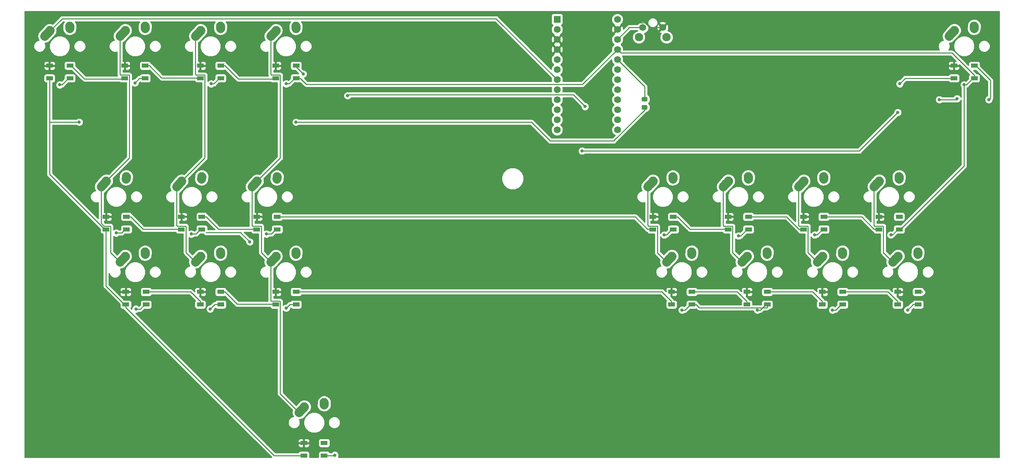
<source format=gbr>
G04 #@! TF.GenerationSoftware,KiCad,Pcbnew,5.0.1*
G04 #@! TF.CreationDate,2018-12-01T12:37:31-05:00*
G04 #@! TF.ProjectId,fightkeyb-pcb,66696768746B6579622D7063622E6B69,rev?*
G04 #@! TF.SameCoordinates,Original*
G04 #@! TF.FileFunction,Copper,L1,Top,Signal*
G04 #@! TF.FilePolarity,Positive*
%FSLAX46Y46*%
G04 Gerber Fmt 4.6, Leading zero omitted, Abs format (unit mm)*
G04 Created by KiCad (PCBNEW 5.0.1) date Sat 01 Dec 2018 12:37:31 PM EST*
%MOMM*%
%LPD*%
G01*
G04 APERTURE LIST*
G04 #@! TA.AperFunction,ComponentPad*
%ADD10C,2.250000*%
G04 #@! TD*
G04 #@! TA.AperFunction,Conductor*
%ADD11C,2.250000*%
G04 #@! TD*
G04 #@! TA.AperFunction,ComponentPad*
%ADD12C,2.100000*%
G04 #@! TD*
G04 #@! TA.AperFunction,ComponentPad*
%ADD13C,1.750000*%
G04 #@! TD*
G04 #@! TA.AperFunction,ComponentPad*
%ADD14R,1.752600X1.752600*%
G04 #@! TD*
G04 #@! TA.AperFunction,ComponentPad*
%ADD15C,1.752600*%
G04 #@! TD*
G04 #@! TA.AperFunction,SMDPad,CuDef*
%ADD16R,1.651000X0.998220*%
G04 #@! TD*
G04 #@! TA.AperFunction,Conductor*
%ADD17C,0.100000*%
G04 #@! TD*
G04 #@! TA.AperFunction,SMDPad,CuDef*
%ADD18C,1.150000*%
G04 #@! TD*
G04 #@! TA.AperFunction,ViaPad*
%ADD19C,0.800000*%
G04 #@! TD*
G04 #@! TA.AperFunction,Conductor*
%ADD20C,0.250000*%
G04 #@! TD*
G04 #@! TA.AperFunction,Conductor*
%ADD21C,0.254000*%
G04 #@! TD*
G04 APERTURE END LIST*
D10*
G04 #@! TO.P,MX1,1*
G04 #@! TO.N,Net-(MX1-Pad1)*
X34647500Y-27527750D03*
X33992501Y-28257750D03*
D11*
G04 #@! TD*
G04 #@! TO.N,Net-(MX1-Pad1)*
G04 #@! TO.C,MX1*
X33337500Y-28987750D02*
X34647502Y-27527750D01*
D10*
G04 #@! TO.P,MX1,2*
G04 #@! TO.N,Net-(D1-Pad2)*
X39687500Y-26447750D03*
X39667500Y-26737750D03*
D11*
G04 #@! TD*
G04 #@! TO.N,Net-(D1-Pad2)*
G04 #@! TO.C,MX1*
X39647500Y-27027750D02*
X39687500Y-26447750D01*
D10*
G04 #@! TO.P,MX2,1*
G04 #@! TO.N,Net-(MX13-Pad1)*
X53697500Y-27527750D03*
X53042501Y-28257750D03*
D11*
G04 #@! TD*
G04 #@! TO.N,Net-(MX13-Pad1)*
G04 #@! TO.C,MX2*
X52387500Y-28987750D02*
X53697502Y-27527750D01*
D10*
G04 #@! TO.P,MX2,2*
G04 #@! TO.N,Net-(D2-Pad2)*
X58737500Y-26447750D03*
X58717500Y-26737750D03*
D11*
G04 #@! TD*
G04 #@! TO.N,Net-(D2-Pad2)*
G04 #@! TO.C,MX2*
X58697500Y-27027750D02*
X58737500Y-26447750D01*
D10*
G04 #@! TO.P,MX3,2*
G04 #@! TO.N,Net-(D3-Pad2)*
X77767500Y-26737750D03*
D11*
G04 #@! TD*
G04 #@! TO.N,Net-(D3-Pad2)*
G04 #@! TO.C,MX3*
X77747500Y-27027750D02*
X77787500Y-26447750D01*
D10*
G04 #@! TO.P,MX3,2*
G04 #@! TO.N,Net-(D3-Pad2)*
X77787500Y-26447750D03*
G04 #@! TO.P,MX3,1*
G04 #@! TO.N,Net-(MX14-Pad1)*
X72092501Y-28257750D03*
D11*
G04 #@! TD*
G04 #@! TO.N,Net-(MX14-Pad1)*
G04 #@! TO.C,MX3*
X71437500Y-28987750D02*
X72747502Y-27527750D01*
D10*
G04 #@! TO.P,MX3,1*
G04 #@! TO.N,Net-(MX14-Pad1)*
X72747500Y-27527750D03*
G04 #@! TD*
G04 #@! TO.P,MX4,1*
G04 #@! TO.N,Net-(MX15-Pad1)*
X91797500Y-27527750D03*
X91142501Y-28257750D03*
D11*
G04 #@! TD*
G04 #@! TO.N,Net-(MX15-Pad1)*
G04 #@! TO.C,MX4*
X90487500Y-28987750D02*
X91797502Y-27527750D01*
D10*
G04 #@! TO.P,MX4,2*
G04 #@! TO.N,Net-(D4-Pad2)*
X96837500Y-26447750D03*
X96817500Y-26737750D03*
D11*
G04 #@! TD*
G04 #@! TO.N,Net-(D4-Pad2)*
G04 #@! TO.C,MX4*
X96797500Y-27027750D02*
X96837500Y-26447750D01*
D10*
G04 #@! TO.P,MX5,2*
G04 #@! TO.N,Net-(D5-Pad2)*
X268204000Y-26706000D03*
D11*
G04 #@! TD*
G04 #@! TO.N,Net-(D5-Pad2)*
G04 #@! TO.C,MX5*
X268184000Y-26996000D02*
X268224000Y-26416000D01*
D10*
G04 #@! TO.P,MX5,2*
G04 #@! TO.N,Net-(D5-Pad2)*
X268224000Y-26416000D03*
G04 #@! TO.P,MX5,1*
G04 #@! TO.N,Net-(MX12-Pad1)*
X262529001Y-28226000D03*
D11*
G04 #@! TD*
G04 #@! TO.N,Net-(MX12-Pad1)*
G04 #@! TO.C,MX5*
X261874000Y-28956000D02*
X263184002Y-27496000D01*
D10*
G04 #@! TO.P,MX5,1*
G04 #@! TO.N,Net-(MX12-Pad1)*
X263184000Y-27496000D03*
G04 #@! TD*
G04 #@! TO.P,MX6,2*
G04 #@! TO.N,Net-(D6-Pad2)*
X53955000Y-64806000D03*
D11*
G04 #@! TD*
G04 #@! TO.N,Net-(D6-Pad2)*
G04 #@! TO.C,MX6*
X53935000Y-65096000D02*
X53975000Y-64516000D01*
D10*
G04 #@! TO.P,MX6,2*
G04 #@! TO.N,Net-(D6-Pad2)*
X53975000Y-64516000D03*
G04 #@! TO.P,MX6,1*
G04 #@! TO.N,Net-(MX13-Pad1)*
X48280001Y-66326000D03*
D11*
G04 #@! TD*
G04 #@! TO.N,Net-(MX13-Pad1)*
G04 #@! TO.C,MX6*
X47625000Y-67056000D02*
X48935002Y-65596000D01*
D10*
G04 #@! TO.P,MX6,1*
G04 #@! TO.N,Net-(MX13-Pad1)*
X48935000Y-65596000D03*
G04 #@! TD*
G04 #@! TO.P,MX7,1*
G04 #@! TO.N,Net-(MX14-Pad1)*
X67985000Y-65596000D03*
X67330001Y-66326000D03*
D11*
G04 #@! TD*
G04 #@! TO.N,Net-(MX14-Pad1)*
G04 #@! TO.C,MX7*
X66675000Y-67056000D02*
X67985002Y-65596000D01*
D10*
G04 #@! TO.P,MX7,2*
G04 #@! TO.N,Net-(D7-Pad2)*
X73025000Y-64516000D03*
X73005000Y-64806000D03*
D11*
G04 #@! TD*
G04 #@! TO.N,Net-(D7-Pad2)*
G04 #@! TO.C,MX7*
X72985000Y-65096000D02*
X73025000Y-64516000D01*
D10*
G04 #@! TO.P,MX8,2*
G04 #@! TO.N,Net-(D8-Pad2)*
X92055000Y-64837750D03*
D11*
G04 #@! TD*
G04 #@! TO.N,Net-(D8-Pad2)*
G04 #@! TO.C,MX8*
X92035000Y-65127750D02*
X92075000Y-64547750D01*
D10*
G04 #@! TO.P,MX8,2*
G04 #@! TO.N,Net-(D8-Pad2)*
X92075000Y-64547750D03*
G04 #@! TO.P,MX8,1*
G04 #@! TO.N,Net-(MX15-Pad1)*
X86380001Y-66357750D03*
D11*
G04 #@! TD*
G04 #@! TO.N,Net-(MX15-Pad1)*
G04 #@! TO.C,MX8*
X85725000Y-67087750D02*
X87035002Y-65627750D01*
D10*
G04 #@! TO.P,MX8,1*
G04 #@! TO.N,Net-(MX15-Pad1)*
X87035000Y-65627750D03*
G04 #@! TD*
G04 #@! TO.P,MX9,2*
G04 #@! TO.N,Net-(D9-Pad2)*
X192067500Y-64837750D03*
D11*
G04 #@! TD*
G04 #@! TO.N,Net-(D9-Pad2)*
G04 #@! TO.C,MX9*
X192047500Y-65127750D02*
X192087500Y-64547750D01*
D10*
G04 #@! TO.P,MX9,2*
G04 #@! TO.N,Net-(D9-Pad2)*
X192087500Y-64547750D03*
G04 #@! TO.P,MX9,1*
G04 #@! TO.N,Net-(MX16-Pad1)*
X186392501Y-66357750D03*
D11*
G04 #@! TD*
G04 #@! TO.N,Net-(MX16-Pad1)*
G04 #@! TO.C,MX9*
X185737500Y-67087750D02*
X187047502Y-65627750D01*
D10*
G04 #@! TO.P,MX9,1*
G04 #@! TO.N,Net-(MX16-Pad1)*
X187047500Y-65627750D03*
G04 #@! TD*
G04 #@! TO.P,MX10,1*
G04 #@! TO.N,Net-(MX10-Pad1)*
X206097500Y-65596000D03*
X205442501Y-66326000D03*
D11*
G04 #@! TD*
G04 #@! TO.N,Net-(MX10-Pad1)*
G04 #@! TO.C,MX10*
X204787500Y-67056000D02*
X206097502Y-65596000D01*
D10*
G04 #@! TO.P,MX10,2*
G04 #@! TO.N,Net-(D10-Pad2)*
X211137500Y-64516000D03*
X211117500Y-64806000D03*
D11*
G04 #@! TD*
G04 #@! TO.N,Net-(D10-Pad2)*
G04 #@! TO.C,MX10*
X211097500Y-65096000D02*
X211137500Y-64516000D01*
D10*
G04 #@! TO.P,MX11,2*
G04 #@! TO.N,Net-(D11-Pad2)*
X230167500Y-64837750D03*
D11*
G04 #@! TD*
G04 #@! TO.N,Net-(D11-Pad2)*
G04 #@! TO.C,MX11*
X230147500Y-65127750D02*
X230187500Y-64547750D01*
D10*
G04 #@! TO.P,MX11,2*
G04 #@! TO.N,Net-(D11-Pad2)*
X230187500Y-64547750D03*
G04 #@! TO.P,MX11,1*
G04 #@! TO.N,Net-(MX11-Pad1)*
X224492501Y-66357750D03*
D11*
G04 #@! TD*
G04 #@! TO.N,Net-(MX11-Pad1)*
G04 #@! TO.C,MX11*
X223837500Y-67087750D02*
X225147502Y-65627750D01*
D10*
G04 #@! TO.P,MX11,1*
G04 #@! TO.N,Net-(MX11-Pad1)*
X225147500Y-65627750D03*
G04 #@! TD*
G04 #@! TO.P,MX12,1*
G04 #@! TO.N,Net-(MX12-Pad1)*
X244197500Y-65596000D03*
X243542501Y-66326000D03*
D11*
G04 #@! TD*
G04 #@! TO.N,Net-(MX12-Pad1)*
G04 #@! TO.C,MX12*
X242887500Y-67056000D02*
X244197502Y-65596000D01*
D10*
G04 #@! TO.P,MX12,2*
G04 #@! TO.N,Net-(D12-Pad2)*
X249237500Y-64516000D03*
X249217500Y-64806000D03*
D11*
G04 #@! TD*
G04 #@! TO.N,Net-(D12-Pad2)*
G04 #@! TO.C,MX12*
X249197500Y-65096000D02*
X249237500Y-64516000D01*
D10*
G04 #@! TO.P,MX13,1*
G04 #@! TO.N,Net-(MX13-Pad1)*
X53697500Y-84677750D03*
X53042501Y-85407750D03*
D11*
G04 #@! TD*
G04 #@! TO.N,Net-(MX13-Pad1)*
G04 #@! TO.C,MX13*
X52387500Y-86137750D02*
X53697502Y-84677750D01*
D10*
G04 #@! TO.P,MX13,2*
G04 #@! TO.N,Net-(D13-Pad2)*
X58737500Y-83597750D03*
X58717500Y-83887750D03*
D11*
G04 #@! TD*
G04 #@! TO.N,Net-(D13-Pad2)*
G04 #@! TO.C,MX13*
X58697500Y-84177750D02*
X58737500Y-83597750D01*
D10*
G04 #@! TO.P,MX14,2*
G04 #@! TO.N,Net-(D14-Pad2)*
X77767500Y-83856000D03*
D11*
G04 #@! TD*
G04 #@! TO.N,Net-(D14-Pad2)*
G04 #@! TO.C,MX14*
X77747500Y-84146000D02*
X77787500Y-83566000D01*
D10*
G04 #@! TO.P,MX14,2*
G04 #@! TO.N,Net-(D14-Pad2)*
X77787500Y-83566000D03*
G04 #@! TO.P,MX14,1*
G04 #@! TO.N,Net-(MX14-Pad1)*
X72092501Y-85376000D03*
D11*
G04 #@! TD*
G04 #@! TO.N,Net-(MX14-Pad1)*
G04 #@! TO.C,MX14*
X71437500Y-86106000D02*
X72747502Y-84646000D01*
D10*
G04 #@! TO.P,MX14,1*
G04 #@! TO.N,Net-(MX14-Pad1)*
X72747500Y-84646000D03*
G04 #@! TD*
G04 #@! TO.P,MX15,1*
G04 #@! TO.N,Net-(MX15-Pad1)*
X91797500Y-84677750D03*
X91142501Y-85407750D03*
D11*
G04 #@! TD*
G04 #@! TO.N,Net-(MX15-Pad1)*
G04 #@! TO.C,MX15*
X90487500Y-86137750D02*
X91797502Y-84677750D01*
D10*
G04 #@! TO.P,MX15,2*
G04 #@! TO.N,Net-(D15-Pad2)*
X96837500Y-83597750D03*
X96817500Y-83887750D03*
D11*
G04 #@! TD*
G04 #@! TO.N,Net-(D15-Pad2)*
G04 #@! TO.C,MX15*
X96797500Y-84177750D02*
X96837500Y-83597750D01*
D10*
G04 #@! TO.P,MX16,2*
G04 #@! TO.N,Net-(D16-Pad2)*
X196830000Y-83856000D03*
D11*
G04 #@! TD*
G04 #@! TO.N,Net-(D16-Pad2)*
G04 #@! TO.C,MX16*
X196810000Y-84146000D02*
X196850000Y-83566000D01*
D10*
G04 #@! TO.P,MX16,2*
G04 #@! TO.N,Net-(D16-Pad2)*
X196850000Y-83566000D03*
G04 #@! TO.P,MX16,1*
G04 #@! TO.N,Net-(MX16-Pad1)*
X191155001Y-85376000D03*
D11*
G04 #@! TD*
G04 #@! TO.N,Net-(MX16-Pad1)*
G04 #@! TO.C,MX16*
X190500000Y-86106000D02*
X191810002Y-84646000D01*
D10*
G04 #@! TO.P,MX16,1*
G04 #@! TO.N,Net-(MX16-Pad1)*
X191810000Y-84646000D03*
G04 #@! TD*
G04 #@! TO.P,MX17,1*
G04 #@! TO.N,Net-(MX10-Pad1)*
X210860000Y-84646000D03*
X210205001Y-85376000D03*
D11*
G04 #@! TD*
G04 #@! TO.N,Net-(MX10-Pad1)*
G04 #@! TO.C,MX17*
X209550000Y-86106000D02*
X210860002Y-84646000D01*
D10*
G04 #@! TO.P,MX17,2*
G04 #@! TO.N,Net-(D17-Pad2)*
X215900000Y-83566000D03*
X215880000Y-83856000D03*
D11*
G04 #@! TD*
G04 #@! TO.N,Net-(D17-Pad2)*
G04 #@! TO.C,MX17*
X215860000Y-84146000D02*
X215900000Y-83566000D01*
D10*
G04 #@! TO.P,MX18,2*
G04 #@! TO.N,Net-(D18-Pad2)*
X234930000Y-83856000D03*
D11*
G04 #@! TD*
G04 #@! TO.N,Net-(D18-Pad2)*
G04 #@! TO.C,MX18*
X234910000Y-84146000D02*
X234950000Y-83566000D01*
D10*
G04 #@! TO.P,MX18,2*
G04 #@! TO.N,Net-(D18-Pad2)*
X234950000Y-83566000D03*
G04 #@! TO.P,MX18,1*
G04 #@! TO.N,Net-(MX11-Pad1)*
X229255001Y-85376000D03*
D11*
G04 #@! TD*
G04 #@! TO.N,Net-(MX11-Pad1)*
G04 #@! TO.C,MX18*
X228600000Y-86106000D02*
X229910002Y-84646000D01*
D10*
G04 #@! TO.P,MX18,1*
G04 #@! TO.N,Net-(MX11-Pad1)*
X229910000Y-84646000D03*
G04 #@! TD*
G04 #@! TO.P,MX19,1*
G04 #@! TO.N,Net-(MX12-Pad1)*
X248960000Y-84646000D03*
X248305001Y-85376000D03*
D11*
G04 #@! TD*
G04 #@! TO.N,Net-(MX12-Pad1)*
G04 #@! TO.C,MX19*
X247650000Y-86106000D02*
X248960002Y-84646000D01*
D10*
G04 #@! TO.P,MX19,2*
G04 #@! TO.N,Net-(D19-Pad2)*
X254000000Y-83566000D03*
X253980000Y-83856000D03*
D11*
G04 #@! TD*
G04 #@! TO.N,Net-(D19-Pad2)*
G04 #@! TO.C,MX19*
X253960000Y-84146000D02*
X254000000Y-83566000D01*
D10*
G04 #@! TO.P,MX20,2*
G04 #@! TO.N,Net-(D20-Pad2)*
X103961250Y-121987750D03*
D11*
G04 #@! TD*
G04 #@! TO.N,Net-(D20-Pad2)*
G04 #@! TO.C,MX20*
X103941250Y-122277750D02*
X103981250Y-121697750D01*
D10*
G04 #@! TO.P,MX20,2*
G04 #@! TO.N,Net-(D20-Pad2)*
X103981250Y-121697750D03*
G04 #@! TO.P,MX20,1*
G04 #@! TO.N,Net-(MX15-Pad1)*
X98286251Y-123507750D03*
D11*
G04 #@! TD*
G04 #@! TO.N,Net-(MX15-Pad1)*
G04 #@! TO.C,MX20*
X97631250Y-124237750D02*
X98941252Y-122777750D01*
D10*
G04 #@! TO.P,MX20,1*
G04 #@! TO.N,Net-(MX15-Pad1)*
X98941250Y-122777750D03*
G04 #@! TD*
D12*
G04 #@! TO.P,SW1,*
G04 #@! TO.N,*
X183487500Y-29255250D03*
D13*
G04 #@! TO.P,SW1,2*
G04 #@! TO.N,Net-(SW1-Pad2)*
X184497500Y-26765250D03*
G04 #@! TO.P,SW1,1*
G04 #@! TO.N,/Led Matrix/GND*
X189497500Y-26765250D03*
D12*
G04 #@! TO.P,SW1,*
G04 #@! TO.N,*
X190497500Y-29255250D03*
G04 #@! TD*
D14*
G04 #@! TO.P,U1,1*
G04 #@! TO.N,Net-(U1-Pad1)*
X162827500Y-24701500D03*
D15*
G04 #@! TO.P,U1,2*
G04 #@! TO.N,Net-(U1-Pad2)*
X162827500Y-27241500D03*
G04 #@! TO.P,U1,3*
G04 #@! TO.N,/Led Matrix/GND*
X162827500Y-29781500D03*
G04 #@! TO.P,U1,4*
X162827500Y-32321500D03*
G04 #@! TO.P,U1,5*
G04 #@! TO.N,Net-(U1-Pad5)*
X162827500Y-34861500D03*
G04 #@! TO.P,U1,6*
G04 #@! TO.N,Net-(U1-Pad6)*
X162827500Y-37401500D03*
G04 #@! TO.P,U1,7*
G04 #@! TO.N,Net-(MX1-Pad1)*
X162827500Y-39941500D03*
G04 #@! TO.P,U1,8*
G04 #@! TO.N,Net-(MX13-Pad1)*
X162827500Y-42481500D03*
G04 #@! TO.P,U1,9*
G04 #@! TO.N,Net-(MX14-Pad1)*
X162827500Y-45021500D03*
G04 #@! TO.P,U1,10*
G04 #@! TO.N,Net-(MX15-Pad1)*
X162827500Y-47561500D03*
G04 #@! TO.P,U1,11*
G04 #@! TO.N,Net-(D1-Pad1)*
X162827500Y-50101500D03*
G04 #@! TO.P,U1,13*
G04 #@! TO.N,Net-(D20-Pad1)*
X178067500Y-52641500D03*
G04 #@! TO.P,U1,14*
G04 #@! TO.N,Net-(D13-Pad1)*
X178067500Y-50101500D03*
G04 #@! TO.P,U1,15*
G04 #@! TO.N,Net-(MX16-Pad1)*
X178067500Y-47561500D03*
G04 #@! TO.P,U1,16*
G04 #@! TO.N,Net-(MX10-Pad1)*
X178067500Y-45021500D03*
G04 #@! TO.P,U1,17*
G04 #@! TO.N,Net-(MX11-Pad1)*
X178067500Y-42481500D03*
G04 #@! TO.P,U1,18*
G04 #@! TO.N,Net-(MX12-Pad1)*
X178067500Y-39941500D03*
G04 #@! TO.P,U1,19*
G04 #@! TO.N,Net-(U1-Pad19)*
X178067500Y-37401500D03*
G04 #@! TO.P,U1,20*
G04 #@! TO.N,/Led Matrix/DIN*
X178067500Y-34861500D03*
G04 #@! TO.P,U1,21*
G04 #@! TO.N,/Led Matrix/VCC*
X178067500Y-32321500D03*
G04 #@! TO.P,U1,22*
G04 #@! TO.N,Net-(SW1-Pad2)*
X178067500Y-29781500D03*
G04 #@! TO.P,U1,23*
G04 #@! TO.N,/Led Matrix/GND*
X178067500Y-27241500D03*
G04 #@! TO.P,U1,12*
G04 #@! TO.N,Net-(D10-Pad1)*
X162827500Y-52641500D03*
G04 #@! TO.P,U1,24*
G04 #@! TO.N,Net-(U1-Pad24)*
X178067500Y-24701500D03*
G04 #@! TD*
D16*
G04 #@! TO.P,D21,4*
G04 #@! TO.N,Net-(D21-Pad4)*
X34581940Y-39625410D03*
G04 #@! TO.P,D21,3*
G04 #@! TO.N,/Led Matrix/GND*
X34581940Y-36430090D03*
G04 #@! TO.P,D21,2*
G04 #@! TO.N,Net-(D21-Pad2)*
X39733060Y-36430090D03*
G04 #@! TO.P,D21,1*
G04 #@! TO.N,/Led Matrix/VCC*
X39733060Y-39625410D03*
G04 #@! TD*
G04 #@! TO.P,D22,1*
G04 #@! TO.N,/Led Matrix/VCC*
X58733060Y-39625410D03*
G04 #@! TO.P,D22,2*
G04 #@! TO.N,Net-(D22-Pad2)*
X58733060Y-36430090D03*
G04 #@! TO.P,D22,3*
G04 #@! TO.N,/Led Matrix/GND*
X53581940Y-36430090D03*
G04 #@! TO.P,D22,4*
G04 #@! TO.N,Net-(D21-Pad2)*
X53581940Y-39625410D03*
G04 #@! TD*
G04 #@! TO.P,D23,4*
G04 #@! TO.N,Net-(D22-Pad2)*
X72671940Y-39625410D03*
G04 #@! TO.P,D23,3*
G04 #@! TO.N,/Led Matrix/GND*
X72671940Y-36430090D03*
G04 #@! TO.P,D23,2*
G04 #@! TO.N,Net-(D23-Pad2)*
X77823060Y-36430090D03*
G04 #@! TO.P,D23,1*
G04 #@! TO.N,/Led Matrix/VCC*
X77823060Y-39625410D03*
G04 #@! TD*
G04 #@! TO.P,D24,1*
G04 #@! TO.N,/Led Matrix/VCC*
X96873060Y-39625410D03*
G04 #@! TO.P,D24,2*
G04 #@! TO.N,Net-(D24-Pad2)*
X96873060Y-36430090D03*
G04 #@! TO.P,D24,3*
G04 #@! TO.N,/Led Matrix/GND*
X91721940Y-36430090D03*
G04 #@! TO.P,D24,4*
G04 #@! TO.N,Net-(D23-Pad2)*
X91721940Y-39625410D03*
G04 #@! TD*
G04 #@! TO.P,D25,1*
G04 #@! TO.N,/Led Matrix/VCC*
X268259560Y-39625410D03*
G04 #@! TO.P,D25,2*
G04 #@! TO.N,Net-(D25-Pad2)*
X268259560Y-36430090D03*
G04 #@! TO.P,D25,3*
G04 #@! TO.N,/Led Matrix/GND*
X263108440Y-36430090D03*
G04 #@! TO.P,D25,4*
G04 #@! TO.N,Net-(D24-Pad2)*
X263108440Y-39625410D03*
G04 #@! TD*
G04 #@! TO.P,D26,4*
G04 #@! TO.N,Net-(D21-Pad4)*
X48859440Y-77875410D03*
G04 #@! TO.P,D26,3*
G04 #@! TO.N,/Led Matrix/GND*
X48859440Y-74680090D03*
G04 #@! TO.P,D26,2*
G04 #@! TO.N,Net-(D26-Pad2)*
X54010560Y-74680090D03*
G04 #@! TO.P,D26,1*
G04 #@! TO.N,/Led Matrix/VCC*
X54010560Y-77875410D03*
G04 #@! TD*
G04 #@! TO.P,D27,1*
G04 #@! TO.N,/Led Matrix/VCC*
X73060560Y-77875410D03*
G04 #@! TO.P,D27,2*
G04 #@! TO.N,Net-(D27-Pad2)*
X73060560Y-74680090D03*
G04 #@! TO.P,D27,3*
G04 #@! TO.N,/Led Matrix/GND*
X67909440Y-74680090D03*
G04 #@! TO.P,D27,4*
G04 #@! TO.N,Net-(D26-Pad2)*
X67909440Y-77875410D03*
G04 #@! TD*
G04 #@! TO.P,D28,4*
G04 #@! TO.N,Net-(D27-Pad2)*
X86959440Y-77875410D03*
G04 #@! TO.P,D28,3*
G04 #@! TO.N,/Led Matrix/GND*
X86959440Y-74680090D03*
G04 #@! TO.P,D28,2*
G04 #@! TO.N,Net-(D28-Pad2)*
X92110560Y-74680090D03*
G04 #@! TO.P,D28,1*
G04 #@! TO.N,/Led Matrix/VCC*
X92110560Y-77875410D03*
G04 #@! TD*
G04 #@! TO.P,D29,1*
G04 #@! TO.N,/Led Matrix/VCC*
X192186560Y-77875410D03*
G04 #@! TO.P,D29,2*
G04 #@! TO.N,Net-(D29-Pad2)*
X192186560Y-74680090D03*
G04 #@! TO.P,D29,3*
G04 #@! TO.N,/Led Matrix/GND*
X187035440Y-74680090D03*
G04 #@! TO.P,D29,4*
G04 #@! TO.N,Net-(D28-Pad2)*
X187035440Y-77875410D03*
G04 #@! TD*
G04 #@! TO.P,D30,4*
G04 #@! TO.N,Net-(D29-Pad2)*
X206021940Y-77875410D03*
G04 #@! TO.P,D30,3*
G04 #@! TO.N,/Led Matrix/GND*
X206021940Y-74680090D03*
G04 #@! TO.P,D30,2*
G04 #@! TO.N,Net-(D30-Pad2)*
X211173060Y-74680090D03*
G04 #@! TO.P,D30,1*
G04 #@! TO.N,/Led Matrix/VCC*
X211173060Y-77875410D03*
G04 #@! TD*
G04 #@! TO.P,D31,1*
G04 #@! TO.N,/Led Matrix/VCC*
X230233060Y-77875410D03*
G04 #@! TO.P,D31,2*
G04 #@! TO.N,Net-(D31-Pad2)*
X230233060Y-74680090D03*
G04 #@! TO.P,D31,3*
G04 #@! TO.N,/Led Matrix/GND*
X225081940Y-74680090D03*
G04 #@! TO.P,D31,4*
G04 #@! TO.N,Net-(D30-Pad2)*
X225081940Y-77875410D03*
G04 #@! TD*
G04 #@! TO.P,D32,4*
G04 #@! TO.N,Net-(D31-Pad2)*
X244121940Y-77875410D03*
G04 #@! TO.P,D32,3*
G04 #@! TO.N,/Led Matrix/GND*
X244121940Y-74680090D03*
G04 #@! TO.P,D32,2*
G04 #@! TO.N,Net-(D32-Pad2)*
X249273060Y-74680090D03*
G04 #@! TO.P,D32,1*
G04 #@! TO.N,/Led Matrix/VCC*
X249273060Y-77875410D03*
G04 #@! TD*
G04 #@! TO.P,D33,1*
G04 #@! TO.N,/Led Matrix/VCC*
X58983060Y-96875410D03*
G04 #@! TO.P,D33,2*
G04 #@! TO.N,Net-(D33-Pad2)*
X58983060Y-93680090D03*
G04 #@! TO.P,D33,3*
G04 #@! TO.N,/Led Matrix/GND*
X53831940Y-93680090D03*
G04 #@! TO.P,D33,4*
G04 #@! TO.N,Net-(D21-Pad4)*
X53831940Y-96875410D03*
G04 #@! TD*
G04 #@! TO.P,D34,4*
G04 #@! TO.N,Net-(D33-Pad2)*
X72671940Y-96875410D03*
G04 #@! TO.P,D34,3*
G04 #@! TO.N,/Led Matrix/GND*
X72671940Y-93680090D03*
G04 #@! TO.P,D34,2*
G04 #@! TO.N,Net-(D34-Pad2)*
X77823060Y-93680090D03*
G04 #@! TO.P,D34,1*
G04 #@! TO.N,/Led Matrix/VCC*
X77823060Y-96875410D03*
G04 #@! TD*
G04 #@! TO.P,D35,1*
G04 #@! TO.N,/Led Matrix/VCC*
X96873060Y-96875410D03*
G04 #@! TO.P,D35,2*
G04 #@! TO.N,Net-(D35-Pad2)*
X96873060Y-93680090D03*
G04 #@! TO.P,D35,3*
G04 #@! TO.N,/Led Matrix/GND*
X91721940Y-93680090D03*
G04 #@! TO.P,D35,4*
G04 #@! TO.N,Net-(D34-Pad2)*
X91721940Y-96875410D03*
G04 #@! TD*
G04 #@! TO.P,D36,1*
G04 #@! TO.N,/Led Matrix/VCC*
X196885560Y-96875410D03*
G04 #@! TO.P,D36,2*
G04 #@! TO.N,Net-(D36-Pad2)*
X196885560Y-93680090D03*
G04 #@! TO.P,D36,3*
G04 #@! TO.N,/Led Matrix/GND*
X191734440Y-93680090D03*
G04 #@! TO.P,D36,4*
G04 #@! TO.N,Net-(D35-Pad2)*
X191734440Y-96875410D03*
G04 #@! TD*
G04 #@! TO.P,D37,4*
G04 #@! TO.N,Net-(D36-Pad2)*
X210784440Y-96875410D03*
G04 #@! TO.P,D37,3*
G04 #@! TO.N,/Led Matrix/GND*
X210784440Y-93680090D03*
G04 #@! TO.P,D37,2*
G04 #@! TO.N,Net-(D37-Pad2)*
X215935560Y-93680090D03*
G04 #@! TO.P,D37,1*
G04 #@! TO.N,/Led Matrix/VCC*
X215935560Y-96875410D03*
G04 #@! TD*
G04 #@! TO.P,D38,1*
G04 #@! TO.N,/Led Matrix/VCC*
X234983060Y-96875410D03*
G04 #@! TO.P,D38,2*
G04 #@! TO.N,Net-(D38-Pad2)*
X234983060Y-93680090D03*
G04 #@! TO.P,D38,3*
G04 #@! TO.N,/Led Matrix/GND*
X229831940Y-93680090D03*
G04 #@! TO.P,D38,4*
G04 #@! TO.N,Net-(D37-Pad2)*
X229831940Y-96875410D03*
G04 #@! TD*
G04 #@! TO.P,D39,4*
G04 #@! TO.N,Net-(D38-Pad2)*
X248884440Y-96875410D03*
G04 #@! TO.P,D39,3*
G04 #@! TO.N,/Led Matrix/GND*
X248884440Y-93680090D03*
G04 #@! TO.P,D39,2*
G04 #@! TO.N,Net-(D39-Pad2)*
X254035560Y-93680090D03*
G04 #@! TO.P,D39,1*
G04 #@! TO.N,/Led Matrix/VCC*
X254035560Y-96875410D03*
G04 #@! TD*
G04 #@! TO.P,D40,4*
G04 #@! TO.N,Net-(D21-Pad4)*
X98831940Y-135125410D03*
G04 #@! TO.P,D40,3*
G04 #@! TO.N,/Led Matrix/GND*
X98831940Y-131930090D03*
G04 #@! TO.P,D40,2*
G04 #@! TO.N,/Led Matrix/DOUT*
X103983060Y-131930090D03*
G04 #@! TO.P,D40,1*
G04 #@! TO.N,/Led Matrix/VCC*
X103983060Y-135125410D03*
G04 #@! TD*
D17*
G04 #@! TO.N,/Led Matrix/DIN*
G04 #@! TO.C,R1*
G36*
X185413255Y-44360204D02*
X185437523Y-44363804D01*
X185461322Y-44369765D01*
X185484421Y-44378030D01*
X185506600Y-44388520D01*
X185527643Y-44401132D01*
X185547349Y-44415747D01*
X185565527Y-44432223D01*
X185582003Y-44450401D01*
X185596618Y-44470107D01*
X185609230Y-44491150D01*
X185619720Y-44513329D01*
X185627985Y-44536428D01*
X185633946Y-44560227D01*
X185637546Y-44584495D01*
X185638750Y-44608999D01*
X185638750Y-45259001D01*
X185637546Y-45283505D01*
X185633946Y-45307773D01*
X185627985Y-45331572D01*
X185619720Y-45354671D01*
X185609230Y-45376850D01*
X185596618Y-45397893D01*
X185582003Y-45417599D01*
X185565527Y-45435777D01*
X185547349Y-45452253D01*
X185527643Y-45466868D01*
X185506600Y-45479480D01*
X185484421Y-45489970D01*
X185461322Y-45498235D01*
X185437523Y-45504196D01*
X185413255Y-45507796D01*
X185388751Y-45509000D01*
X184488749Y-45509000D01*
X184464245Y-45507796D01*
X184439977Y-45504196D01*
X184416178Y-45498235D01*
X184393079Y-45489970D01*
X184370900Y-45479480D01*
X184349857Y-45466868D01*
X184330151Y-45452253D01*
X184311973Y-45435777D01*
X184295497Y-45417599D01*
X184280882Y-45397893D01*
X184268270Y-45376850D01*
X184257780Y-45354671D01*
X184249515Y-45331572D01*
X184243554Y-45307773D01*
X184239954Y-45283505D01*
X184238750Y-45259001D01*
X184238750Y-44608999D01*
X184239954Y-44584495D01*
X184243554Y-44560227D01*
X184249515Y-44536428D01*
X184257780Y-44513329D01*
X184268270Y-44491150D01*
X184280882Y-44470107D01*
X184295497Y-44450401D01*
X184311973Y-44432223D01*
X184330151Y-44415747D01*
X184349857Y-44401132D01*
X184370900Y-44388520D01*
X184393079Y-44378030D01*
X184416178Y-44369765D01*
X184439977Y-44363804D01*
X184464245Y-44360204D01*
X184488749Y-44359000D01*
X185388751Y-44359000D01*
X185413255Y-44360204D01*
X185413255Y-44360204D01*
G37*
D18*
G04 #@! TD*
G04 #@! TO.P,R1,1*
G04 #@! TO.N,/Led Matrix/DIN*
X184938750Y-44934000D03*
D17*
G04 #@! TO.N,Net-(D21-Pad4)*
G04 #@! TO.C,R1*
G36*
X185413255Y-46410204D02*
X185437523Y-46413804D01*
X185461322Y-46419765D01*
X185484421Y-46428030D01*
X185506600Y-46438520D01*
X185527643Y-46451132D01*
X185547349Y-46465747D01*
X185565527Y-46482223D01*
X185582003Y-46500401D01*
X185596618Y-46520107D01*
X185609230Y-46541150D01*
X185619720Y-46563329D01*
X185627985Y-46586428D01*
X185633946Y-46610227D01*
X185637546Y-46634495D01*
X185638750Y-46658999D01*
X185638750Y-47309001D01*
X185637546Y-47333505D01*
X185633946Y-47357773D01*
X185627985Y-47381572D01*
X185619720Y-47404671D01*
X185609230Y-47426850D01*
X185596618Y-47447893D01*
X185582003Y-47467599D01*
X185565527Y-47485777D01*
X185547349Y-47502253D01*
X185527643Y-47516868D01*
X185506600Y-47529480D01*
X185484421Y-47539970D01*
X185461322Y-47548235D01*
X185437523Y-47554196D01*
X185413255Y-47557796D01*
X185388751Y-47559000D01*
X184488749Y-47559000D01*
X184464245Y-47557796D01*
X184439977Y-47554196D01*
X184416178Y-47548235D01*
X184393079Y-47539970D01*
X184370900Y-47529480D01*
X184349857Y-47516868D01*
X184330151Y-47502253D01*
X184311973Y-47485777D01*
X184295497Y-47467599D01*
X184280882Y-47447893D01*
X184268270Y-47426850D01*
X184257780Y-47404671D01*
X184249515Y-47381572D01*
X184243554Y-47357773D01*
X184239954Y-47333505D01*
X184238750Y-47309001D01*
X184238750Y-46658999D01*
X184239954Y-46634495D01*
X184243554Y-46610227D01*
X184249515Y-46586428D01*
X184257780Y-46563329D01*
X184268270Y-46541150D01*
X184280882Y-46520107D01*
X184295497Y-46500401D01*
X184311973Y-46482223D01*
X184330151Y-46465747D01*
X184349857Y-46451132D01*
X184370900Y-46438520D01*
X184393079Y-46428030D01*
X184416178Y-46419765D01*
X184439977Y-46413804D01*
X184464245Y-46410204D01*
X184488749Y-46409000D01*
X185388751Y-46409000D01*
X185413255Y-46410204D01*
X185413255Y-46410204D01*
G37*
D18*
G04 #@! TD*
G04 #@! TO.P,R1,2*
G04 #@! TO.N,Net-(D21-Pad4)*
X184938750Y-46984000D03*
D19*
G04 #@! TO.N,/Led Matrix/GND*
X253907500Y-37277750D03*
X81407500Y-72027750D03*
X99213750Y-36434000D03*
X103976250Y-69771500D03*
G04 #@! TO.N,/Led Matrix/VCC*
X37157500Y-41277750D03*
X56157500Y-40777750D03*
X75407500Y-41027750D03*
X94407500Y-41027750D03*
X265657500Y-41277750D03*
X247157500Y-79277750D03*
X227907500Y-79277750D03*
X208657500Y-79527750D03*
X189907500Y-79277750D03*
X194407500Y-98277750D03*
X213407500Y-98277750D03*
X232407500Y-98277750D03*
X251407500Y-98277750D03*
X56407500Y-98027750D03*
X94407500Y-97777750D03*
X75157500Y-98027750D03*
X51407500Y-78777750D03*
X70407500Y-79027750D03*
X89407500Y-79027750D03*
X106657500Y-135027750D03*
G04 #@! TO.N,Net-(D21-Pad4)*
X96832500Y-50721500D03*
X42063750Y-50721500D03*
G04 #@! TO.N,Net-(D24-Pad2)*
X249407500Y-41027750D03*
X169907500Y-46777750D03*
X109907500Y-44027750D03*
X98657500Y-38527750D03*
G04 #@! TO.N,Net-(D25-Pad2)*
X85157500Y-81027750D03*
X169157500Y-58027750D03*
X248907500Y-48277750D03*
X259407500Y-45027750D03*
X263907500Y-44777750D03*
X271907500Y-45027750D03*
G04 #@! TD*
D20*
G04 #@! TO.N,Net-(MX1-Pad1)*
X33337500Y-28987750D02*
X37797500Y-24527750D01*
X147413750Y-24527750D02*
X162827500Y-39941500D01*
X37797500Y-24527750D02*
X147413750Y-24527750D01*
G04 #@! TO.N,Net-(MX13-Pad1)*
X52387500Y-38692360D02*
X52496439Y-38801299D01*
X54667441Y-38801299D02*
X54732441Y-38866299D01*
X54732441Y-38866299D02*
X54732441Y-59798559D01*
X52496439Y-38801299D02*
X54667441Y-38801299D01*
X54732441Y-59798559D02*
X48935000Y-65596000D01*
X52387500Y-28987750D02*
X52387500Y-38692360D01*
X49944941Y-77051299D02*
X50009941Y-77116299D01*
X50009941Y-77116299D02*
X50009941Y-83760191D01*
X48345349Y-77051299D02*
X49944941Y-77051299D01*
X50009941Y-83760191D02*
X52387500Y-86137750D01*
X47625000Y-76330950D02*
X48345349Y-77051299D01*
X47625000Y-67056000D02*
X47625000Y-76330950D01*
G04 #@! TO.N,Net-(MX14-Pad1)*
X73822441Y-59758559D02*
X67985000Y-65596000D01*
X73757441Y-38801299D02*
X73822441Y-38866299D01*
X73822441Y-38866299D02*
X73822441Y-59758559D01*
X71586439Y-38801299D02*
X73757441Y-38801299D01*
X71437500Y-28987750D02*
X71437500Y-38652360D01*
X71437500Y-38652360D02*
X71586439Y-38801299D01*
X69059941Y-83728441D02*
X71437500Y-86106000D01*
X68994941Y-77051299D02*
X69059941Y-77116299D01*
X66823939Y-77051299D02*
X68994941Y-77051299D01*
X66675000Y-76902360D02*
X66823939Y-77051299D01*
X69059941Y-77116299D02*
X69059941Y-83728441D01*
X66675000Y-67056000D02*
X66675000Y-76902360D01*
G04 #@! TO.N,Net-(MX15-Pad1)*
X90487500Y-28987750D02*
X90487500Y-38652360D01*
X92872441Y-59790309D02*
X87035000Y-65627750D01*
X92872441Y-38866299D02*
X92872441Y-59790309D01*
X92807441Y-38801299D02*
X92872441Y-38866299D01*
X90636439Y-38801299D02*
X92807441Y-38801299D01*
X90487500Y-38652360D02*
X90636439Y-38801299D01*
X88109941Y-77116299D02*
X88109941Y-83760191D01*
X88109941Y-83760191D02*
X90487500Y-86137750D01*
X88044941Y-77051299D02*
X88109941Y-77116299D01*
X85873939Y-77051299D02*
X88044941Y-77051299D01*
X85725000Y-76902360D02*
X85873939Y-77051299D01*
X85725000Y-67087750D02*
X85725000Y-76902360D01*
X92872441Y-119478941D02*
X97631250Y-124237750D01*
X92807441Y-96051299D02*
X92872441Y-96116299D01*
X90636439Y-96051299D02*
X92807441Y-96051299D01*
X90487500Y-95902360D02*
X90636439Y-96051299D01*
X92872441Y-96116299D02*
X92872441Y-119478941D01*
X90487500Y-86137750D02*
X90487500Y-95902360D01*
G04 #@! TO.N,Net-(MX12-Pad1)*
X245207441Y-77051299D02*
X245272441Y-77116299D01*
X245272441Y-83728441D02*
X247650000Y-86106000D01*
X243036439Y-77051299D02*
X245207441Y-77051299D01*
X242887500Y-76902360D02*
X243036439Y-77051299D01*
X242887500Y-67056000D02*
X242887500Y-76902360D01*
X245272441Y-77116299D02*
X245272441Y-83728441D01*
G04 #@! TO.N,Net-(MX16-Pad1)*
X188185941Y-83791941D02*
X190500000Y-86106000D01*
X185949939Y-77051299D02*
X188120941Y-77051299D01*
X185737500Y-76838860D02*
X185949939Y-77051299D01*
X188185941Y-77116299D02*
X188185941Y-83791941D01*
X185737500Y-67087750D02*
X185737500Y-76838860D01*
X188120941Y-77051299D02*
X188185941Y-77116299D01*
G04 #@! TO.N,Net-(MX10-Pad1)*
X207172441Y-83728441D02*
X209550000Y-86106000D01*
X207107441Y-77051299D02*
X207172441Y-77116299D01*
X204936439Y-77051299D02*
X207107441Y-77051299D01*
X204787500Y-76902360D02*
X204936439Y-77051299D01*
X207172441Y-77116299D02*
X207172441Y-83728441D01*
X204787500Y-67056000D02*
X204787500Y-76902360D01*
G04 #@! TO.N,Net-(MX11-Pad1)*
X226232441Y-77116299D02*
X226232441Y-83738441D01*
X226232441Y-83738441D02*
X228600000Y-86106000D01*
X226167441Y-77051299D02*
X226232441Y-77116299D01*
X223996439Y-77051299D02*
X226167441Y-77051299D01*
X223837500Y-76892360D02*
X223996439Y-77051299D01*
X223837500Y-67087750D02*
X223837500Y-76892360D01*
G04 #@! TO.N,Net-(SW1-Pad2)*
X181083750Y-26765250D02*
X178067500Y-29781500D01*
X184497500Y-26765250D02*
X181083750Y-26765250D01*
G04 #@! TO.N,/Led Matrix/GND*
X179743751Y-25565249D02*
X178067500Y-27241500D01*
X185073501Y-25565249D02*
X179743751Y-25565249D01*
X186273502Y-26765250D02*
X185073501Y-25565249D01*
X189497500Y-26765250D02*
X186273502Y-26765250D01*
X162827500Y-29447750D02*
X162407500Y-29027750D01*
X162827500Y-29781500D02*
X162827500Y-29447750D01*
G04 #@! TO.N,/Led Matrix/VCC*
X37754330Y-41277750D02*
X37157500Y-41277750D01*
X39733060Y-39625410D02*
X39406670Y-39625410D01*
X39406670Y-39625410D02*
X37754330Y-41277750D01*
X58733060Y-39625410D02*
X57309840Y-39625410D01*
X57309840Y-39625410D02*
X56157500Y-40777750D01*
X76094330Y-41027750D02*
X75407500Y-41027750D01*
X77823060Y-39625410D02*
X77496670Y-39625410D01*
X77496670Y-39625410D02*
X76094330Y-41027750D01*
X96873060Y-39625410D02*
X96546670Y-39625410D01*
X95144330Y-41027750D02*
X94407500Y-41027750D01*
X96546670Y-39625410D02*
X95144330Y-41027750D01*
X268259560Y-39625410D02*
X267933170Y-39625410D01*
X266280830Y-41277750D02*
X265657500Y-41277750D01*
X267933170Y-39625410D02*
X266280830Y-41277750D01*
X268259560Y-38876300D02*
X268259560Y-39625410D01*
X178943799Y-33197799D02*
X262581059Y-33197799D01*
X262581059Y-33197799D02*
X268259560Y-38876300D01*
X178067500Y-32321500D02*
X178943799Y-33197799D01*
X249599450Y-77875410D02*
X249273060Y-77875410D01*
X265657500Y-61817360D02*
X249599450Y-77875410D01*
X265657500Y-41277750D02*
X265657500Y-61817360D01*
X247544330Y-79277750D02*
X247157500Y-79277750D01*
X249273060Y-77875410D02*
X248946670Y-77875410D01*
X248946670Y-77875410D02*
X247544330Y-79277750D01*
X228504330Y-79277750D02*
X227907500Y-79277750D01*
X230233060Y-77875410D02*
X229906670Y-77875410D01*
X229906670Y-77875410D02*
X228504330Y-79277750D01*
X209194330Y-79527750D02*
X208657500Y-79527750D01*
X211173060Y-77875410D02*
X210846670Y-77875410D01*
X210846670Y-77875410D02*
X209194330Y-79527750D01*
X190457830Y-79277750D02*
X189907500Y-79277750D01*
X192186560Y-77875410D02*
X191860170Y-77875410D01*
X191860170Y-77875410D02*
X190457830Y-79277750D01*
X195156830Y-98277750D02*
X194407500Y-98277750D01*
X196885560Y-96875410D02*
X196559170Y-96875410D01*
X196559170Y-96875410D02*
X195156830Y-98277750D01*
X214206830Y-98277750D02*
X213407500Y-98277750D01*
X215935560Y-96875410D02*
X215609170Y-96875410D01*
X215609170Y-96875410D02*
X214206830Y-98277750D01*
X233254330Y-98277750D02*
X232407500Y-98277750D01*
X234983060Y-96875410D02*
X234656670Y-96875410D01*
X234656670Y-96875410D02*
X233254330Y-98277750D01*
X254035560Y-96875410D02*
X252809840Y-96875410D01*
X252809840Y-96875410D02*
X251407500Y-98277750D01*
X197961060Y-96875410D02*
X196885560Y-96875410D01*
X198785171Y-97699521D02*
X197961060Y-96875410D01*
X215860559Y-97699521D02*
X198785171Y-97699521D01*
X215935560Y-97624520D02*
X215860559Y-97699521D01*
X215935560Y-96875410D02*
X215935560Y-97624520D01*
X58983060Y-96875410D02*
X58656670Y-96875410D01*
X57504330Y-98027750D02*
X56407500Y-98027750D01*
X58656670Y-96875410D02*
X57504330Y-98027750D01*
X96873060Y-96875410D02*
X95309840Y-96875410D01*
X95309840Y-96875410D02*
X94407500Y-97777750D01*
X77823060Y-96875410D02*
X76309840Y-96875410D01*
X76309840Y-96875410D02*
X75157500Y-98027750D01*
X52781830Y-78777750D02*
X51407500Y-78777750D01*
X54010560Y-77875410D02*
X53684170Y-77875410D01*
X53684170Y-77875410D02*
X52781830Y-78777750D01*
X71581830Y-79027750D02*
X70407500Y-79027750D01*
X73060560Y-77875410D02*
X72734170Y-77875410D01*
X72734170Y-77875410D02*
X71581830Y-79027750D01*
X90631830Y-79027750D02*
X89407500Y-79027750D01*
X92110560Y-77875410D02*
X91784170Y-77875410D01*
X91784170Y-77875410D02*
X90631830Y-79027750D01*
X103983060Y-135125410D02*
X106559840Y-135125410D01*
X106559840Y-135125410D02*
X106657500Y-135027750D01*
X99465951Y-41142801D02*
X169292449Y-41142801D01*
X97948560Y-39625410D02*
X99465951Y-41142801D01*
X96873060Y-39625410D02*
X97948560Y-39625410D01*
X169292449Y-41096551D02*
X178067500Y-32321500D01*
X169292449Y-41142801D02*
X169292449Y-41096551D01*
G04 #@! TO.N,Net-(D21-Pad4)*
X53505550Y-96875410D02*
X53831940Y-96875410D01*
X48859440Y-92229300D02*
X53505550Y-96875410D01*
X48859440Y-77875410D02*
X48859440Y-92229300D01*
X91332830Y-135125410D02*
X98831940Y-135125410D01*
X53831940Y-97624520D02*
X91332830Y-135125410D01*
X53831940Y-96875410D02*
X53831940Y-97624520D01*
X48533050Y-77875410D02*
X48859440Y-77875410D01*
X34581940Y-63924300D02*
X48533050Y-77875410D01*
X34581940Y-39625410D02*
X34581940Y-63924300D01*
X184938750Y-47659000D02*
X177113750Y-55484000D01*
X184938750Y-46984000D02*
X184938750Y-47659000D01*
X177113750Y-55484000D02*
X161126250Y-55484000D01*
X161126250Y-55484000D02*
X156363750Y-50721500D01*
X156363750Y-50721500D02*
X96832500Y-50721500D01*
X42063750Y-50721500D02*
X34581940Y-50721500D01*
G04 #@! TO.N,Net-(D21-Pad2)*
X53429600Y-39777750D02*
X53581940Y-39625410D01*
X43407110Y-39777750D02*
X53429600Y-39777750D01*
X39733060Y-36430090D02*
X40059450Y-36430090D01*
X40059450Y-36430090D02*
X43407110Y-39777750D01*
G04 #@! TO.N,Net-(D22-Pad2)*
X72574280Y-39527750D02*
X72671940Y-39625410D01*
X62906220Y-39527750D02*
X72574280Y-39527750D01*
X58733060Y-36430090D02*
X59808560Y-36430090D01*
X59808560Y-36430090D02*
X62906220Y-39527750D01*
G04 #@! TO.N,Net-(D23-Pad2)*
X91569600Y-39777750D02*
X91721940Y-39625410D01*
X82246220Y-39777750D02*
X91569600Y-39777750D01*
X77823060Y-36430090D02*
X78898560Y-36430090D01*
X78898560Y-36430090D02*
X82246220Y-39777750D01*
G04 #@! TO.N,Net-(D24-Pad2)*
X263108440Y-39625410D02*
X250809840Y-39625410D01*
X250809840Y-39625410D02*
X249407500Y-41027750D01*
X110115051Y-43820199D02*
X109907500Y-44027750D01*
X169907500Y-46777750D02*
X166949949Y-43820199D01*
X166949949Y-43820199D02*
X110115051Y-43820199D01*
X96873060Y-36743310D02*
X96873060Y-36430090D01*
X98657500Y-38527750D02*
X96873060Y-36743310D01*
G04 #@! TO.N,Net-(D25-Pad2)*
X82829271Y-78699521D02*
X85157500Y-81027750D01*
X74146061Y-78699521D02*
X82829271Y-78699521D01*
X74211061Y-78634521D02*
X74146061Y-78699521D01*
X239157500Y-58027750D02*
X248907500Y-48277750D01*
X169157500Y-58027750D02*
X239157500Y-58027750D01*
X259407500Y-45027750D02*
X263657500Y-45027750D01*
X263657500Y-45027750D02*
X263907500Y-44777750D01*
X268585950Y-36430090D02*
X268259560Y-36430090D01*
X272307499Y-40151639D02*
X268585950Y-36430090D01*
X272307499Y-44627751D02*
X272307499Y-40151639D01*
X271907500Y-45027750D02*
X272307499Y-44627751D01*
G04 #@! TO.N,Net-(D26-Pad2)*
X67811780Y-77777750D02*
X67909440Y-77875410D01*
X58183720Y-77777750D02*
X67811780Y-77777750D01*
X54010560Y-74680090D02*
X55086060Y-74680090D01*
X55086060Y-74680090D02*
X58183720Y-77777750D01*
G04 #@! TO.N,Net-(D27-Pad2)*
X86861780Y-77777750D02*
X86959440Y-77875410D01*
X77233720Y-77777750D02*
X86861780Y-77777750D01*
X73060560Y-74680090D02*
X74136060Y-74680090D01*
X74136060Y-74680090D02*
X77233720Y-77777750D01*
G04 #@! TO.N,Net-(D28-Pad2)*
X186937780Y-77777750D02*
X187035440Y-77875410D01*
X92110560Y-74680090D02*
X182559840Y-74680090D01*
X185657500Y-77777750D02*
X186937780Y-77777750D01*
X182559840Y-74680090D02*
X185657500Y-77777750D01*
G04 #@! TO.N,Net-(D29-Pad2)*
X196359720Y-77777750D02*
X205924280Y-77777750D01*
X192186560Y-74680090D02*
X193262060Y-74680090D01*
X205924280Y-77777750D02*
X206021940Y-77875410D01*
X193262060Y-74680090D02*
X196359720Y-77777750D01*
G04 #@! TO.N,Net-(D30-Pad2)*
X224005160Y-77875410D02*
X225081940Y-77875410D01*
X211173060Y-74680090D02*
X220809840Y-74680090D01*
X220809840Y-74680090D02*
X224005160Y-77875410D01*
G04 #@! TO.N,Net-(D31-Pad2)*
X230233060Y-74680090D02*
X239809840Y-74680090D01*
X239809840Y-74680090D02*
X242907500Y-77777750D01*
X244121940Y-77875410D02*
X243255160Y-77875410D01*
X243157500Y-77777750D02*
X242907500Y-77777750D01*
X243255160Y-77875410D02*
X243157500Y-77777750D01*
G04 #@! TO.N,Net-(D33-Pad2)*
X72671940Y-96126300D02*
X72671940Y-96875410D01*
X70225730Y-93680090D02*
X72671940Y-96126300D01*
X58983060Y-93680090D02*
X70225730Y-93680090D01*
G04 #@! TO.N,Net-(D34-Pad2)*
X91624280Y-96777750D02*
X91721940Y-96875410D01*
X77823060Y-93680090D02*
X78898560Y-93680090D01*
X81996220Y-96777750D02*
X91624280Y-96777750D01*
X78898560Y-93680090D02*
X81996220Y-96777750D01*
G04 #@! TO.N,Net-(D35-Pad2)*
X191734440Y-96126300D02*
X191734440Y-96875410D01*
X189288230Y-93680090D02*
X191734440Y-96126300D01*
X96873060Y-93680090D02*
X189288230Y-93680090D01*
G04 #@! TO.N,Net-(D36-Pad2)*
X210784440Y-96126300D02*
X210784440Y-96875410D01*
X208338230Y-93680090D02*
X210784440Y-96126300D01*
X196885560Y-93680090D02*
X208338230Y-93680090D01*
G04 #@! TO.N,Net-(D37-Pad2)*
X229831940Y-96126300D02*
X229831940Y-96875410D01*
X227385730Y-93680090D02*
X229831940Y-96126300D01*
X215935560Y-93680090D02*
X227385730Y-93680090D01*
G04 #@! TO.N,Net-(D38-Pad2)*
X246438230Y-93680090D02*
X248884440Y-96126300D01*
X248884440Y-96126300D02*
X248884440Y-96875410D01*
X234983060Y-93680090D02*
X246438230Y-93680090D01*
G04 #@! TO.N,Net-(D39-Pad2)*
X255111060Y-93680090D02*
X255186061Y-93755091D01*
X254035560Y-93680090D02*
X255111060Y-93680090D01*
G04 #@! TO.N,/Led Matrix/DIN*
X184938750Y-41732750D02*
X178067500Y-34861500D01*
X184938750Y-44934000D02*
X184938750Y-41732750D01*
G04 #@! TD*
D21*
G04 #@! TO.N,/Led Matrix/GND*
G36*
X274537501Y-135567750D02*
X107554101Y-135567750D01*
X107692500Y-135233624D01*
X107692500Y-134821876D01*
X107534931Y-134441470D01*
X107243780Y-134150319D01*
X106863374Y-133992750D01*
X106451626Y-133992750D01*
X106071220Y-134150319D01*
X105856129Y-134365410D01*
X105397947Y-134365410D01*
X105266369Y-134168491D01*
X105056325Y-134028143D01*
X104808560Y-133978860D01*
X103157560Y-133978860D01*
X102909795Y-134028143D01*
X102699751Y-134168491D01*
X102559403Y-134378535D01*
X102510120Y-134626300D01*
X102510120Y-135567750D01*
X100304880Y-135567750D01*
X100304880Y-134626300D01*
X100255597Y-134378535D01*
X100115249Y-134168491D01*
X99905205Y-134028143D01*
X99657440Y-133978860D01*
X98006440Y-133978860D01*
X97758675Y-134028143D01*
X97548631Y-134168491D01*
X97417053Y-134365410D01*
X91647632Y-134365410D01*
X89498062Y-132215840D01*
X97371440Y-132215840D01*
X97371440Y-132555510D01*
X97468113Y-132788899D01*
X97646742Y-132967527D01*
X97880131Y-133064200D01*
X98546190Y-133064200D01*
X98704940Y-132905450D01*
X98704940Y-132057090D01*
X98958940Y-132057090D01*
X98958940Y-132905450D01*
X99117690Y-133064200D01*
X99783749Y-133064200D01*
X100017138Y-132967527D01*
X100195767Y-132788899D01*
X100292440Y-132555510D01*
X100292440Y-132215840D01*
X100133690Y-132057090D01*
X98958940Y-132057090D01*
X98704940Y-132057090D01*
X97530190Y-132057090D01*
X97371440Y-132215840D01*
X89498062Y-132215840D01*
X88586892Y-131304670D01*
X97371440Y-131304670D01*
X97371440Y-131644340D01*
X97530190Y-131803090D01*
X98704940Y-131803090D01*
X98704940Y-130954730D01*
X98958940Y-130954730D01*
X98958940Y-131803090D01*
X100133690Y-131803090D01*
X100292440Y-131644340D01*
X100292440Y-131430980D01*
X102510120Y-131430980D01*
X102510120Y-132429200D01*
X102559403Y-132676965D01*
X102699751Y-132887009D01*
X102909795Y-133027357D01*
X103157560Y-133076640D01*
X104808560Y-133076640D01*
X105056325Y-133027357D01*
X105266369Y-132887009D01*
X105406717Y-132676965D01*
X105456000Y-132429200D01*
X105456000Y-131430980D01*
X105406717Y-131183215D01*
X105266369Y-130973171D01*
X105056325Y-130832823D01*
X104808560Y-130783540D01*
X103157560Y-130783540D01*
X102909795Y-130832823D01*
X102699751Y-130973171D01*
X102559403Y-131183215D01*
X102510120Y-131430980D01*
X100292440Y-131430980D01*
X100292440Y-131304670D01*
X100195767Y-131071281D01*
X100017138Y-130892653D01*
X99783749Y-130795980D01*
X99117690Y-130795980D01*
X98958940Y-130954730D01*
X98704940Y-130954730D01*
X98546190Y-130795980D01*
X97880131Y-130795980D01*
X97646742Y-130892653D01*
X97468113Y-131071281D01*
X97371440Y-131304670D01*
X88586892Y-131304670D01*
X56344971Y-99062750D01*
X56613374Y-99062750D01*
X56993780Y-98905181D01*
X57111211Y-98787750D01*
X57429483Y-98787750D01*
X57504330Y-98802638D01*
X57579177Y-98787750D01*
X57579182Y-98787750D01*
X57800867Y-98743654D01*
X58052259Y-98575679D01*
X58094661Y-98512220D01*
X58584921Y-98021960D01*
X59808560Y-98021960D01*
X60056325Y-97972677D01*
X60266369Y-97832329D01*
X60406717Y-97622285D01*
X60456000Y-97374520D01*
X60456000Y-96376300D01*
X60406717Y-96128535D01*
X60266369Y-95918491D01*
X60056325Y-95778143D01*
X59808560Y-95728860D01*
X58157560Y-95728860D01*
X57909795Y-95778143D01*
X57699751Y-95918491D01*
X57559403Y-96128535D01*
X57510120Y-96376300D01*
X57510120Y-96947159D01*
X57189529Y-97267750D01*
X57111211Y-97267750D01*
X56993780Y-97150319D01*
X56613374Y-96992750D01*
X56201626Y-96992750D01*
X55821220Y-97150319D01*
X55530069Y-97441470D01*
X55372500Y-97821876D01*
X55372500Y-98090279D01*
X55114830Y-97832609D01*
X55115249Y-97832329D01*
X55255597Y-97622285D01*
X55304880Y-97374520D01*
X55304880Y-96376300D01*
X55255597Y-96128535D01*
X55115249Y-95918491D01*
X54905205Y-95778143D01*
X54657440Y-95728860D01*
X53433802Y-95728860D01*
X51670782Y-93965840D01*
X52371440Y-93965840D01*
X52371440Y-94305510D01*
X52468113Y-94538899D01*
X52646742Y-94717527D01*
X52880131Y-94814200D01*
X53546190Y-94814200D01*
X53704940Y-94655450D01*
X53704940Y-93807090D01*
X53958940Y-93807090D01*
X53958940Y-94655450D01*
X54117690Y-94814200D01*
X54783749Y-94814200D01*
X55017138Y-94717527D01*
X55195767Y-94538899D01*
X55292440Y-94305510D01*
X55292440Y-93965840D01*
X55133690Y-93807090D01*
X53958940Y-93807090D01*
X53704940Y-93807090D01*
X52530190Y-93807090D01*
X52371440Y-93965840D01*
X51670782Y-93965840D01*
X50759612Y-93054670D01*
X52371440Y-93054670D01*
X52371440Y-93394340D01*
X52530190Y-93553090D01*
X53704940Y-93553090D01*
X53704940Y-92704730D01*
X53958940Y-92704730D01*
X53958940Y-93553090D01*
X55133690Y-93553090D01*
X55292440Y-93394340D01*
X55292440Y-93180980D01*
X57510120Y-93180980D01*
X57510120Y-94179200D01*
X57559403Y-94426965D01*
X57699751Y-94637009D01*
X57909795Y-94777357D01*
X58157560Y-94826640D01*
X59808560Y-94826640D01*
X60056325Y-94777357D01*
X60266369Y-94637009D01*
X60397947Y-94440090D01*
X69910929Y-94440090D01*
X71389049Y-95918212D01*
X71388631Y-95918491D01*
X71248283Y-96128535D01*
X71199000Y-96376300D01*
X71199000Y-97374520D01*
X71248283Y-97622285D01*
X71388631Y-97832329D01*
X71598675Y-97972677D01*
X71846440Y-98021960D01*
X73497440Y-98021960D01*
X73745205Y-97972677D01*
X73955249Y-97832329D01*
X73962233Y-97821876D01*
X74122500Y-97821876D01*
X74122500Y-98233624D01*
X74280069Y-98614030D01*
X74571220Y-98905181D01*
X74951626Y-99062750D01*
X75363374Y-99062750D01*
X75743780Y-98905181D01*
X76034931Y-98614030D01*
X76192500Y-98233624D01*
X76192500Y-98067551D01*
X76494879Y-97765173D01*
X76539751Y-97832329D01*
X76749795Y-97972677D01*
X76997560Y-98021960D01*
X78648560Y-98021960D01*
X78896325Y-97972677D01*
X79106369Y-97832329D01*
X79246717Y-97622285D01*
X79296000Y-97374520D01*
X79296000Y-96376300D01*
X79246717Y-96128535D01*
X79106369Y-95918491D01*
X78896325Y-95778143D01*
X78648560Y-95728860D01*
X76997560Y-95728860D01*
X76749795Y-95778143D01*
X76539751Y-95918491D01*
X76408173Y-96115410D01*
X76384687Y-96115410D01*
X76309840Y-96100522D01*
X76234993Y-96115410D01*
X76234988Y-96115410D01*
X76013303Y-96159506D01*
X75761911Y-96327481D01*
X75719511Y-96390937D01*
X75117699Y-96992750D01*
X74951626Y-96992750D01*
X74571220Y-97150319D01*
X74280069Y-97441470D01*
X74122500Y-97821876D01*
X73962233Y-97821876D01*
X74095597Y-97622285D01*
X74144880Y-97374520D01*
X74144880Y-96376300D01*
X74095597Y-96128535D01*
X73955249Y-95918491D01*
X73745205Y-95778143D01*
X73497440Y-95728860D01*
X73320423Y-95728860D01*
X73262269Y-95641826D01*
X73262267Y-95641824D01*
X73219869Y-95578371D01*
X73156416Y-95535973D01*
X72410416Y-94789974D01*
X72544940Y-94655450D01*
X72544940Y-93807090D01*
X72798940Y-93807090D01*
X72798940Y-94655450D01*
X72957690Y-94814200D01*
X73623749Y-94814200D01*
X73857138Y-94717527D01*
X74035767Y-94538899D01*
X74132440Y-94305510D01*
X74132440Y-93965840D01*
X73973690Y-93807090D01*
X72798940Y-93807090D01*
X72544940Y-93807090D01*
X72524940Y-93807090D01*
X72524940Y-93553090D01*
X72544940Y-93553090D01*
X72544940Y-92704730D01*
X72798940Y-92704730D01*
X72798940Y-93553090D01*
X73973690Y-93553090D01*
X74132440Y-93394340D01*
X74132440Y-93054670D01*
X74035767Y-92821281D01*
X73857138Y-92642653D01*
X73623749Y-92545980D01*
X72957690Y-92545980D01*
X72798940Y-92704730D01*
X72544940Y-92704730D01*
X72386190Y-92545980D01*
X71720131Y-92545980D01*
X71486742Y-92642653D01*
X71308113Y-92821281D01*
X71211440Y-93054670D01*
X71211440Y-93394340D01*
X71370188Y-93553088D01*
X71211440Y-93553088D01*
X71211440Y-93590998D01*
X70816061Y-93195620D01*
X70773659Y-93132161D01*
X70522267Y-92964186D01*
X70300582Y-92920090D01*
X70300577Y-92920090D01*
X70225730Y-92905202D01*
X70150883Y-92920090D01*
X60397947Y-92920090D01*
X60266369Y-92723171D01*
X60056325Y-92582823D01*
X59808560Y-92533540D01*
X58157560Y-92533540D01*
X57909795Y-92582823D01*
X57699751Y-92723171D01*
X57559403Y-92933215D01*
X57510120Y-93180980D01*
X55292440Y-93180980D01*
X55292440Y-93054670D01*
X55195767Y-92821281D01*
X55017138Y-92642653D01*
X54783749Y-92545980D01*
X54117690Y-92545980D01*
X53958940Y-92704730D01*
X53704940Y-92704730D01*
X53546190Y-92545980D01*
X52880131Y-92545980D01*
X52646742Y-92642653D01*
X52468113Y-92821281D01*
X52371440Y-93054670D01*
X50759612Y-93054670D01*
X49619440Y-91914499D01*
X49619440Y-89006934D01*
X49837384Y-89533096D01*
X50262154Y-89957866D01*
X50817142Y-90187750D01*
X51417858Y-90187750D01*
X51972846Y-89957866D01*
X52397616Y-89533096D01*
X52627500Y-88978108D01*
X52627500Y-88377392D01*
X52535312Y-88154829D01*
X53568600Y-88154829D01*
X53568600Y-89200671D01*
X53968826Y-90166902D01*
X54708348Y-90906424D01*
X55674579Y-91306650D01*
X56720421Y-91306650D01*
X57686652Y-90906424D01*
X58426174Y-90166902D01*
X58826400Y-89200671D01*
X58826400Y-88377392D01*
X59767500Y-88377392D01*
X59767500Y-88978108D01*
X59997384Y-89533096D01*
X60422154Y-89957866D01*
X60977142Y-90187750D01*
X61577858Y-90187750D01*
X62132846Y-89957866D01*
X62557616Y-89533096D01*
X62787500Y-88978108D01*
X62787500Y-88377392D01*
X62557616Y-87822404D01*
X62132846Y-87397634D01*
X61577858Y-87167750D01*
X60977142Y-87167750D01*
X60422154Y-87397634D01*
X59997384Y-87822404D01*
X59767500Y-88377392D01*
X58826400Y-88377392D01*
X58826400Y-88154829D01*
X58426174Y-87188598D01*
X57686652Y-86449076D01*
X56720421Y-86048850D01*
X55674579Y-86048850D01*
X54708348Y-86449076D01*
X53968826Y-87188598D01*
X53568600Y-88154829D01*
X52535312Y-88154829D01*
X52439339Y-87923132D01*
X52484530Y-87929604D01*
X53162857Y-87756075D01*
X53581715Y-87442164D01*
X54975694Y-85888572D01*
X55189556Y-85674710D01*
X55275540Y-85467125D01*
X55390091Y-85273819D01*
X55408314Y-85146582D01*
X55457500Y-85027836D01*
X55457500Y-84803148D01*
X55489356Y-84580720D01*
X55457500Y-84456194D01*
X55457500Y-84327664D01*
X55416877Y-84229589D01*
X56929745Y-84229589D01*
X56996299Y-84748774D01*
X57344316Y-85356329D01*
X57898344Y-85784456D01*
X58574037Y-85967977D01*
X59268524Y-85878951D01*
X59876079Y-85530934D01*
X60304206Y-84976906D01*
X60441403Y-84471772D01*
X60473548Y-84005660D01*
X60497500Y-83947836D01*
X60497500Y-83658359D01*
X60505255Y-83545911D01*
X60497500Y-83485414D01*
X60497500Y-83247664D01*
X60453365Y-83141113D01*
X60438702Y-83026725D01*
X60320537Y-82820438D01*
X60229556Y-82600790D01*
X60148006Y-82519240D01*
X60090684Y-82419170D01*
X59902571Y-82273805D01*
X59734460Y-82105694D01*
X59627909Y-82061559D01*
X59536656Y-81991043D01*
X59307235Y-81928732D01*
X59087586Y-81837750D01*
X58972254Y-81837750D01*
X58860963Y-81807523D01*
X58625161Y-81837750D01*
X58387414Y-81837750D01*
X58280863Y-81881885D01*
X58166476Y-81896548D01*
X57960191Y-82014711D01*
X57740540Y-82105694D01*
X57658988Y-82187246D01*
X57558921Y-82244566D01*
X57413560Y-82432674D01*
X57245444Y-82600790D01*
X57201308Y-82707344D01*
X57130794Y-82798594D01*
X57068483Y-83028013D01*
X56977500Y-83247664D01*
X56977500Y-83537136D01*
X56929745Y-84229589D01*
X55416877Y-84229589D01*
X55371517Y-84120082D01*
X55315828Y-83902393D01*
X55238742Y-83799536D01*
X55189556Y-83680790D01*
X55030676Y-83521910D01*
X54895923Y-83342107D01*
X54785347Y-83276581D01*
X54694460Y-83185694D01*
X54486867Y-83099706D01*
X54293570Y-82985161D01*
X54166339Y-82966939D01*
X54047586Y-82917750D01*
X53822886Y-82917750D01*
X53600471Y-82885896D01*
X53475953Y-82917750D01*
X53347414Y-82917750D01*
X53139818Y-83003739D01*
X52922144Y-83059424D01*
X52819295Y-83136504D01*
X52700540Y-83185694D01*
X52541649Y-83344585D01*
X52503286Y-83373336D01*
X52419340Y-83466894D01*
X52205444Y-83680790D01*
X52186600Y-83726283D01*
X51649469Y-84324917D01*
X50769941Y-83445390D01*
X50769941Y-79603902D01*
X50821220Y-79655181D01*
X51201626Y-79812750D01*
X51613374Y-79812750D01*
X51993780Y-79655181D01*
X52111211Y-79537750D01*
X52706983Y-79537750D01*
X52781830Y-79552638D01*
X52856677Y-79537750D01*
X52856682Y-79537750D01*
X53078367Y-79493654D01*
X53329759Y-79325679D01*
X53372161Y-79262221D01*
X53612422Y-79021960D01*
X54836060Y-79021960D01*
X55083825Y-78972677D01*
X55293869Y-78832329D01*
X55434217Y-78622285D01*
X55483500Y-78374520D01*
X55483500Y-77376300D01*
X55434217Y-77128535D01*
X55293869Y-76918491D01*
X55083825Y-76778143D01*
X54836060Y-76728860D01*
X53185060Y-76728860D01*
X52937295Y-76778143D01*
X52727251Y-76918491D01*
X52586903Y-77128535D01*
X52537620Y-77376300D01*
X52537620Y-77947158D01*
X52467028Y-78017750D01*
X52111211Y-78017750D01*
X51993780Y-77900319D01*
X51613374Y-77742750D01*
X51201626Y-77742750D01*
X50821220Y-77900319D01*
X50769941Y-77951598D01*
X50769941Y-77191146D01*
X50784829Y-77116299D01*
X50769941Y-77041452D01*
X50769941Y-77041447D01*
X50725845Y-76819762D01*
X50557870Y-76568370D01*
X50518905Y-76542335D01*
X50492870Y-76503370D01*
X50241478Y-76335395D01*
X50019793Y-76291299D01*
X50019788Y-76291299D01*
X49944941Y-76276411D01*
X49870094Y-76291299D01*
X48660151Y-76291299D01*
X48385000Y-76016148D01*
X48385000Y-75814200D01*
X48573690Y-75814200D01*
X48732440Y-75655450D01*
X48732440Y-74807090D01*
X48986440Y-74807090D01*
X48986440Y-75655450D01*
X49145190Y-75814200D01*
X49811249Y-75814200D01*
X50044638Y-75717527D01*
X50223267Y-75538899D01*
X50319940Y-75305510D01*
X50319940Y-74965840D01*
X50161190Y-74807090D01*
X48986440Y-74807090D01*
X48732440Y-74807090D01*
X48712440Y-74807090D01*
X48712440Y-74553090D01*
X48732440Y-74553090D01*
X48732440Y-73704730D01*
X48986440Y-73704730D01*
X48986440Y-74553090D01*
X50161190Y-74553090D01*
X50319940Y-74394340D01*
X50319940Y-74054670D01*
X50223267Y-73821281D01*
X50044638Y-73642653D01*
X49811249Y-73545980D01*
X49145190Y-73545980D01*
X48986440Y-73704730D01*
X48732440Y-73704730D01*
X48573690Y-73545980D01*
X48385000Y-73545980D01*
X48385000Y-69073079D01*
X48806100Y-69073079D01*
X48806100Y-70118921D01*
X49206326Y-71085152D01*
X49945848Y-71824674D01*
X50912079Y-72224900D01*
X51957921Y-72224900D01*
X52924152Y-71824674D01*
X53663674Y-71085152D01*
X54063900Y-70118921D01*
X54063900Y-69295642D01*
X55005000Y-69295642D01*
X55005000Y-69896358D01*
X55234884Y-70451346D01*
X55659654Y-70876116D01*
X56214642Y-71106000D01*
X56815358Y-71106000D01*
X57370346Y-70876116D01*
X57795116Y-70451346D01*
X58025000Y-69896358D01*
X58025000Y-69295642D01*
X57795116Y-68740654D01*
X57370346Y-68315884D01*
X56815358Y-68086000D01*
X56214642Y-68086000D01*
X55659654Y-68315884D01*
X55234884Y-68740654D01*
X55005000Y-69295642D01*
X54063900Y-69295642D01*
X54063900Y-69073079D01*
X53663674Y-68106848D01*
X52924152Y-67367326D01*
X51957921Y-66967100D01*
X50912079Y-66967100D01*
X49945848Y-67367326D01*
X49206326Y-68106848D01*
X48806100Y-69073079D01*
X48385000Y-69073079D01*
X48385000Y-68678254D01*
X48400357Y-68674325D01*
X48819215Y-68360414D01*
X50213194Y-66806822D01*
X50427056Y-66592960D01*
X50513040Y-66385375D01*
X50627591Y-66192069D01*
X50645814Y-66064832D01*
X50695000Y-65946086D01*
X50695000Y-65721398D01*
X50726856Y-65498970D01*
X50695000Y-65374444D01*
X50695000Y-65245914D01*
X50654377Y-65147839D01*
X52167245Y-65147839D01*
X52233799Y-65667024D01*
X52581816Y-66274579D01*
X53135844Y-66702706D01*
X53811537Y-66886227D01*
X54506024Y-66797201D01*
X55113579Y-66449184D01*
X55541706Y-65895156D01*
X55678903Y-65390022D01*
X55711048Y-64923910D01*
X55735000Y-64866086D01*
X55735000Y-64576609D01*
X55742755Y-64464161D01*
X55735000Y-64403664D01*
X55735000Y-64165914D01*
X55690865Y-64059363D01*
X55676202Y-63944975D01*
X55558037Y-63738688D01*
X55467056Y-63519040D01*
X55385506Y-63437490D01*
X55328184Y-63337420D01*
X55140071Y-63192055D01*
X54971960Y-63023944D01*
X54865409Y-62979809D01*
X54774156Y-62909293D01*
X54544735Y-62846982D01*
X54325086Y-62756000D01*
X54209754Y-62756000D01*
X54098463Y-62725773D01*
X53862661Y-62756000D01*
X53624914Y-62756000D01*
X53518363Y-62800135D01*
X53403976Y-62814798D01*
X53197691Y-62932961D01*
X52978040Y-63023944D01*
X52896488Y-63105496D01*
X52796421Y-63162816D01*
X52651060Y-63350924D01*
X52482944Y-63519040D01*
X52438808Y-63625594D01*
X52368294Y-63716844D01*
X52305983Y-63946263D01*
X52215000Y-64165914D01*
X52215000Y-64455386D01*
X52167245Y-65147839D01*
X50654377Y-65147839D01*
X50609017Y-65038332D01*
X50600553Y-65005248D01*
X55216914Y-60388888D01*
X55280370Y-60346488D01*
X55323365Y-60282141D01*
X55448345Y-60095097D01*
X55457921Y-60046954D01*
X55492441Y-59873411D01*
X55492441Y-59873407D01*
X55507329Y-59798559D01*
X55492441Y-59723711D01*
X55492441Y-41576402D01*
X55571220Y-41655181D01*
X55951626Y-41812750D01*
X56363374Y-41812750D01*
X56743780Y-41655181D01*
X57034931Y-41364030D01*
X57192500Y-40983624D01*
X57192500Y-40817551D01*
X57440928Y-40569124D01*
X57449751Y-40582329D01*
X57659795Y-40722677D01*
X57907560Y-40771960D01*
X59558560Y-40771960D01*
X59806325Y-40722677D01*
X60016369Y-40582329D01*
X60156717Y-40372285D01*
X60206000Y-40124520D01*
X60206000Y-39126300D01*
X60156717Y-38878535D01*
X60016369Y-38668491D01*
X59806325Y-38528143D01*
X59558560Y-38478860D01*
X57907560Y-38478860D01*
X57659795Y-38528143D01*
X57449751Y-38668491D01*
X57325976Y-38853732D01*
X57309840Y-38850522D01*
X57234993Y-38865410D01*
X57234988Y-38865410D01*
X57013303Y-38909506D01*
X56761911Y-39077481D01*
X56719511Y-39140937D01*
X56117699Y-39742750D01*
X55951626Y-39742750D01*
X55571220Y-39900319D01*
X55492441Y-39979098D01*
X55492441Y-38941146D01*
X55507329Y-38866299D01*
X55492441Y-38791452D01*
X55492441Y-38791447D01*
X55448345Y-38569762D01*
X55280370Y-38318370D01*
X55241405Y-38292335D01*
X55215370Y-38253370D01*
X54963978Y-38085395D01*
X54742293Y-38041299D01*
X54742288Y-38041299D01*
X54667441Y-38026411D01*
X54592594Y-38041299D01*
X53147500Y-38041299D01*
X53147500Y-37564200D01*
X53296190Y-37564200D01*
X53454940Y-37405450D01*
X53454940Y-36557090D01*
X53708940Y-36557090D01*
X53708940Y-37405450D01*
X53867690Y-37564200D01*
X54533749Y-37564200D01*
X54767138Y-37467527D01*
X54945767Y-37288899D01*
X55042440Y-37055510D01*
X55042440Y-36715840D01*
X54883690Y-36557090D01*
X53708940Y-36557090D01*
X53454940Y-36557090D01*
X53434940Y-36557090D01*
X53434940Y-36303090D01*
X53454940Y-36303090D01*
X53454940Y-35454730D01*
X53708940Y-35454730D01*
X53708940Y-36303090D01*
X54883690Y-36303090D01*
X55042440Y-36144340D01*
X55042440Y-35804670D01*
X54945767Y-35571281D01*
X54767138Y-35392653D01*
X54533749Y-35295980D01*
X53867690Y-35295980D01*
X53708940Y-35454730D01*
X53454940Y-35454730D01*
X53296190Y-35295980D01*
X53147500Y-35295980D01*
X53147500Y-31004829D01*
X53568600Y-31004829D01*
X53568600Y-32050671D01*
X53968826Y-33016902D01*
X54708348Y-33756424D01*
X55674579Y-34156650D01*
X56720421Y-34156650D01*
X57686652Y-33756424D01*
X58426174Y-33016902D01*
X58826400Y-32050671D01*
X58826400Y-31227392D01*
X59767500Y-31227392D01*
X59767500Y-31828108D01*
X59997384Y-32383096D01*
X60422154Y-32807866D01*
X60977142Y-33037750D01*
X61577858Y-33037750D01*
X62132846Y-32807866D01*
X62557616Y-32383096D01*
X62787500Y-31828108D01*
X62787500Y-31227392D01*
X62557616Y-30672404D01*
X62132846Y-30247634D01*
X61577858Y-30017750D01*
X60977142Y-30017750D01*
X60422154Y-30247634D01*
X59997384Y-30672404D01*
X59767500Y-31227392D01*
X58826400Y-31227392D01*
X58826400Y-31004829D01*
X58426174Y-30038598D01*
X57686652Y-29299076D01*
X56720421Y-28898850D01*
X55674579Y-28898850D01*
X54708348Y-29299076D01*
X53968826Y-30038598D01*
X53568600Y-31004829D01*
X53147500Y-31004829D01*
X53147500Y-30610004D01*
X53162857Y-30606075D01*
X53581715Y-30292164D01*
X54975694Y-28738572D01*
X55189556Y-28524710D01*
X55275540Y-28317125D01*
X55390091Y-28123819D01*
X55408314Y-27996582D01*
X55457500Y-27877836D01*
X55457500Y-27653148D01*
X55489356Y-27430720D01*
X55457500Y-27306194D01*
X55457500Y-27177664D01*
X55371517Y-26970082D01*
X55315828Y-26752393D01*
X55238742Y-26649536D01*
X55189556Y-26530790D01*
X55030676Y-26371910D01*
X54895923Y-26192107D01*
X54785347Y-26126581D01*
X54694460Y-26035694D01*
X54486867Y-25949706D01*
X54293570Y-25835161D01*
X54166339Y-25816939D01*
X54047586Y-25767750D01*
X53822886Y-25767750D01*
X53600471Y-25735896D01*
X53475953Y-25767750D01*
X53347414Y-25767750D01*
X53139818Y-25853739D01*
X52922144Y-25909424D01*
X52819295Y-25986504D01*
X52700540Y-26035694D01*
X52541649Y-26194585D01*
X52503286Y-26223336D01*
X52419340Y-26316894D01*
X52205444Y-26530790D01*
X52186600Y-26576283D01*
X50961756Y-27941375D01*
X50694911Y-28391682D01*
X50595646Y-29084780D01*
X50769175Y-29763107D01*
X50960016Y-30017750D01*
X50817142Y-30017750D01*
X50262154Y-30247634D01*
X49837384Y-30672404D01*
X49607500Y-31227392D01*
X49607500Y-31828108D01*
X49837384Y-32383096D01*
X50262154Y-32807866D01*
X50817142Y-33037750D01*
X51417858Y-33037750D01*
X51627500Y-32950913D01*
X51627501Y-38617508D01*
X51612612Y-38692360D01*
X51671597Y-38988897D01*
X51690876Y-39017750D01*
X43721912Y-39017750D01*
X41206000Y-36501839D01*
X41206000Y-35930980D01*
X41156717Y-35683215D01*
X41016369Y-35473171D01*
X40806325Y-35332823D01*
X40558560Y-35283540D01*
X38907560Y-35283540D01*
X38659795Y-35332823D01*
X38449751Y-35473171D01*
X38309403Y-35683215D01*
X38260120Y-35930980D01*
X38260120Y-36929200D01*
X38309403Y-37176965D01*
X38449751Y-37387009D01*
X38659795Y-37527357D01*
X38907560Y-37576640D01*
X40131199Y-37576640D01*
X42816781Y-40262223D01*
X42859181Y-40325679D01*
X43110573Y-40493654D01*
X43332258Y-40537750D01*
X43332262Y-40537750D01*
X43407109Y-40552638D01*
X43481956Y-40537750D01*
X52268844Y-40537750D01*
X52298631Y-40582329D01*
X52508675Y-40722677D01*
X52756440Y-40771960D01*
X53972441Y-40771960D01*
X53972442Y-59483756D01*
X49544707Y-63911492D01*
X49531070Y-63903411D01*
X49403839Y-63885189D01*
X49285086Y-63836000D01*
X49060386Y-63836000D01*
X48837971Y-63804146D01*
X48713453Y-63836000D01*
X48584914Y-63836000D01*
X48377318Y-63921989D01*
X48159644Y-63977674D01*
X48056795Y-64054754D01*
X47938040Y-64103944D01*
X47779149Y-64262835D01*
X47740786Y-64291586D01*
X47656840Y-64385144D01*
X47442944Y-64599040D01*
X47424100Y-64644533D01*
X46199256Y-66009625D01*
X45932411Y-66459932D01*
X45833146Y-67153030D01*
X46006675Y-67831357D01*
X46197516Y-68086000D01*
X46054642Y-68086000D01*
X45499654Y-68315884D01*
X45074884Y-68740654D01*
X44845000Y-69295642D01*
X44845000Y-69896358D01*
X45074884Y-70451346D01*
X45499654Y-70876116D01*
X46054642Y-71106000D01*
X46655358Y-71106000D01*
X46865000Y-71019163D01*
X46865001Y-75132559D01*
X35341940Y-63609499D01*
X35341940Y-51481500D01*
X41360039Y-51481500D01*
X41477470Y-51598931D01*
X41857876Y-51756500D01*
X42269624Y-51756500D01*
X42650030Y-51598931D01*
X42941181Y-51307780D01*
X43098750Y-50927374D01*
X43098750Y-50515626D01*
X42941181Y-50135220D01*
X42650030Y-49844069D01*
X42269624Y-49686500D01*
X41857876Y-49686500D01*
X41477470Y-49844069D01*
X41360039Y-49961500D01*
X35341940Y-49961500D01*
X35341940Y-41071876D01*
X36122500Y-41071876D01*
X36122500Y-41483624D01*
X36280069Y-41864030D01*
X36571220Y-42155181D01*
X36951626Y-42312750D01*
X37363374Y-42312750D01*
X37743780Y-42155181D01*
X37869164Y-42029797D01*
X38050867Y-41993654D01*
X38302259Y-41825679D01*
X38344661Y-41762220D01*
X39334922Y-40771960D01*
X40558560Y-40771960D01*
X40806325Y-40722677D01*
X41016369Y-40582329D01*
X41156717Y-40372285D01*
X41206000Y-40124520D01*
X41206000Y-39126300D01*
X41156717Y-38878535D01*
X41016369Y-38668491D01*
X40806325Y-38528143D01*
X40558560Y-38478860D01*
X38907560Y-38478860D01*
X38659795Y-38528143D01*
X38449751Y-38668491D01*
X38309403Y-38878535D01*
X38260120Y-39126300D01*
X38260120Y-39697158D01*
X37611678Y-40345601D01*
X37363374Y-40242750D01*
X36951626Y-40242750D01*
X36571220Y-40400319D01*
X36280069Y-40691470D01*
X36122500Y-41071876D01*
X35341940Y-41071876D01*
X35341940Y-40771960D01*
X35407440Y-40771960D01*
X35655205Y-40722677D01*
X35865249Y-40582329D01*
X36005597Y-40372285D01*
X36054880Y-40124520D01*
X36054880Y-39126300D01*
X36005597Y-38878535D01*
X35865249Y-38668491D01*
X35655205Y-38528143D01*
X35407440Y-38478860D01*
X33756440Y-38478860D01*
X33508675Y-38528143D01*
X33298631Y-38668491D01*
X33158283Y-38878535D01*
X33109000Y-39126300D01*
X33109000Y-40124520D01*
X33158283Y-40372285D01*
X33298631Y-40582329D01*
X33508675Y-40722677D01*
X33756440Y-40771960D01*
X33821940Y-40771960D01*
X33821940Y-50646646D01*
X33807051Y-50721500D01*
X33821940Y-50796354D01*
X33821941Y-63849448D01*
X33807052Y-63924300D01*
X33821941Y-63999152D01*
X33866037Y-64220837D01*
X34034012Y-64472229D01*
X34097468Y-64514629D01*
X47386500Y-77803662D01*
X47386500Y-78374520D01*
X47435783Y-78622285D01*
X47576131Y-78832329D01*
X47786175Y-78972677D01*
X48033940Y-79021960D01*
X48099440Y-79021960D01*
X48099441Y-92154448D01*
X48084552Y-92229300D01*
X48143537Y-92525837D01*
X48263070Y-92704730D01*
X48311512Y-92777229D01*
X48374968Y-92819629D01*
X52359000Y-96803662D01*
X52359000Y-97374520D01*
X52408283Y-97622285D01*
X52548631Y-97832329D01*
X52758675Y-97972677D01*
X53006440Y-98021960D01*
X53183458Y-98021960D01*
X53284012Y-98172449D01*
X53347468Y-98214849D01*
X90700368Y-135567750D01*
X28357500Y-135567750D01*
X28357500Y-36715840D01*
X33121440Y-36715840D01*
X33121440Y-37055510D01*
X33218113Y-37288899D01*
X33396742Y-37467527D01*
X33630131Y-37564200D01*
X34296190Y-37564200D01*
X34454940Y-37405450D01*
X34454940Y-36557090D01*
X34708940Y-36557090D01*
X34708940Y-37405450D01*
X34867690Y-37564200D01*
X35533749Y-37564200D01*
X35767138Y-37467527D01*
X35945767Y-37288899D01*
X36042440Y-37055510D01*
X36042440Y-36715840D01*
X35883690Y-36557090D01*
X34708940Y-36557090D01*
X34454940Y-36557090D01*
X33280190Y-36557090D01*
X33121440Y-36715840D01*
X28357500Y-36715840D01*
X28357500Y-35804670D01*
X33121440Y-35804670D01*
X33121440Y-36144340D01*
X33280190Y-36303090D01*
X34454940Y-36303090D01*
X34454940Y-35454730D01*
X34708940Y-35454730D01*
X34708940Y-36303090D01*
X35883690Y-36303090D01*
X36042440Y-36144340D01*
X36042440Y-35804670D01*
X35945767Y-35571281D01*
X35767138Y-35392653D01*
X35533749Y-35295980D01*
X34867690Y-35295980D01*
X34708940Y-35454730D01*
X34454940Y-35454730D01*
X34296190Y-35295980D01*
X33630131Y-35295980D01*
X33396742Y-35392653D01*
X33218113Y-35571281D01*
X33121440Y-35804670D01*
X28357500Y-35804670D01*
X28357500Y-31227392D01*
X30557500Y-31227392D01*
X30557500Y-31828108D01*
X30787384Y-32383096D01*
X31212154Y-32807866D01*
X31767142Y-33037750D01*
X32367858Y-33037750D01*
X32922846Y-32807866D01*
X33347616Y-32383096D01*
X33577500Y-31828108D01*
X33577500Y-31227392D01*
X33485312Y-31004829D01*
X34518600Y-31004829D01*
X34518600Y-32050671D01*
X34918826Y-33016902D01*
X35658348Y-33756424D01*
X36624579Y-34156650D01*
X37670421Y-34156650D01*
X38636652Y-33756424D01*
X39376174Y-33016902D01*
X39776400Y-32050671D01*
X39776400Y-31227392D01*
X40717500Y-31227392D01*
X40717500Y-31828108D01*
X40947384Y-32383096D01*
X41372154Y-32807866D01*
X41927142Y-33037750D01*
X42527858Y-33037750D01*
X43082846Y-32807866D01*
X43507616Y-32383096D01*
X43737500Y-31828108D01*
X43737500Y-31227392D01*
X43507616Y-30672404D01*
X43082846Y-30247634D01*
X42527858Y-30017750D01*
X41927142Y-30017750D01*
X41372154Y-30247634D01*
X40947384Y-30672404D01*
X40717500Y-31227392D01*
X39776400Y-31227392D01*
X39776400Y-31004829D01*
X39376174Y-30038598D01*
X38636652Y-29299076D01*
X37670421Y-28898850D01*
X36624579Y-28898850D01*
X35658348Y-29299076D01*
X34918826Y-30038598D01*
X34518600Y-31004829D01*
X33485312Y-31004829D01*
X33389339Y-30773132D01*
X33434530Y-30779604D01*
X34112857Y-30606075D01*
X34531715Y-30292164D01*
X35925694Y-28738572D01*
X36139556Y-28524710D01*
X36225540Y-28317125D01*
X36340091Y-28123819D01*
X36358314Y-27996582D01*
X36407500Y-27877836D01*
X36407500Y-27653148D01*
X36439356Y-27430720D01*
X36407500Y-27306194D01*
X36407500Y-27177664D01*
X36353282Y-27046770D01*
X38112303Y-25287750D01*
X38358484Y-25287750D01*
X38195444Y-25450790D01*
X38151308Y-25557344D01*
X38080794Y-25648594D01*
X38018483Y-25878013D01*
X37927500Y-26097664D01*
X37927500Y-26387136D01*
X37879745Y-27079589D01*
X37946299Y-27598774D01*
X38294316Y-28206329D01*
X38848344Y-28634456D01*
X39524037Y-28817977D01*
X40218524Y-28728951D01*
X40826079Y-28380934D01*
X41254206Y-27826906D01*
X41391403Y-27321772D01*
X41423548Y-26855660D01*
X41447500Y-26797836D01*
X41447500Y-26508359D01*
X41455255Y-26395911D01*
X41447500Y-26335414D01*
X41447500Y-26097664D01*
X41403365Y-25991113D01*
X41388702Y-25876725D01*
X41270537Y-25670438D01*
X41179556Y-25450790D01*
X41098006Y-25369240D01*
X41051327Y-25287750D01*
X57408484Y-25287750D01*
X57245444Y-25450790D01*
X57201308Y-25557344D01*
X57130794Y-25648594D01*
X57068483Y-25878013D01*
X56977500Y-26097664D01*
X56977500Y-26387136D01*
X56929745Y-27079589D01*
X56996299Y-27598774D01*
X57344316Y-28206329D01*
X57898344Y-28634456D01*
X58574037Y-28817977D01*
X59268524Y-28728951D01*
X59876079Y-28380934D01*
X60304206Y-27826906D01*
X60441403Y-27321772D01*
X60473548Y-26855660D01*
X60497500Y-26797836D01*
X60497500Y-26508359D01*
X60505255Y-26395911D01*
X60497500Y-26335414D01*
X60497500Y-26097664D01*
X60453365Y-25991113D01*
X60438702Y-25876725D01*
X60320537Y-25670438D01*
X60229556Y-25450790D01*
X60148006Y-25369240D01*
X60101327Y-25287750D01*
X76458484Y-25287750D01*
X76295444Y-25450790D01*
X76251308Y-25557344D01*
X76180794Y-25648594D01*
X76118483Y-25878013D01*
X76027500Y-26097664D01*
X76027500Y-26387136D01*
X75979745Y-27079589D01*
X76046299Y-27598774D01*
X76394316Y-28206329D01*
X76948344Y-28634456D01*
X77624037Y-28817977D01*
X78318524Y-28728951D01*
X78926079Y-28380934D01*
X79354206Y-27826906D01*
X79491403Y-27321772D01*
X79523548Y-26855660D01*
X79547500Y-26797836D01*
X79547500Y-26508359D01*
X79555255Y-26395911D01*
X79547500Y-26335414D01*
X79547500Y-26097664D01*
X79503365Y-25991113D01*
X79488702Y-25876725D01*
X79370537Y-25670438D01*
X79279556Y-25450790D01*
X79198006Y-25369240D01*
X79151327Y-25287750D01*
X95508484Y-25287750D01*
X95345444Y-25450790D01*
X95301308Y-25557344D01*
X95230794Y-25648594D01*
X95168483Y-25878013D01*
X95077500Y-26097664D01*
X95077500Y-26387136D01*
X95029745Y-27079589D01*
X95096299Y-27598774D01*
X95444316Y-28206329D01*
X95998344Y-28634456D01*
X96674037Y-28817977D01*
X97368524Y-28728951D01*
X97976079Y-28380934D01*
X98404206Y-27826906D01*
X98541403Y-27321772D01*
X98573548Y-26855660D01*
X98597500Y-26797836D01*
X98597500Y-26508359D01*
X98605255Y-26395911D01*
X98597500Y-26335414D01*
X98597500Y-26097664D01*
X98553365Y-25991113D01*
X98538702Y-25876725D01*
X98420537Y-25670438D01*
X98329556Y-25450790D01*
X98248006Y-25369240D01*
X98201327Y-25287750D01*
X147098949Y-25287750D01*
X161355999Y-39544802D01*
X161316200Y-39640884D01*
X161316200Y-40242116D01*
X161374474Y-40382801D01*
X99780753Y-40382801D01*
X98932195Y-39534244D01*
X99243780Y-39405181D01*
X99534931Y-39114030D01*
X99692500Y-38733624D01*
X99692500Y-38321876D01*
X99534931Y-37941470D01*
X99243780Y-37650319D01*
X98863374Y-37492750D01*
X98697302Y-37492750D01*
X98310786Y-37106235D01*
X98346000Y-36929200D01*
X98346000Y-35930980D01*
X98296717Y-35683215D01*
X98156369Y-35473171D01*
X97946325Y-35332823D01*
X97698560Y-35283540D01*
X96047560Y-35283540D01*
X95799795Y-35332823D01*
X95589751Y-35473171D01*
X95449403Y-35683215D01*
X95400120Y-35930980D01*
X95400120Y-36929200D01*
X95449403Y-37176965D01*
X95589751Y-37387009D01*
X95799795Y-37527357D01*
X96047560Y-37576640D01*
X96631589Y-37576640D01*
X97533808Y-38478860D01*
X96047560Y-38478860D01*
X95799795Y-38528143D01*
X95589751Y-38668491D01*
X95449403Y-38878535D01*
X95400120Y-39126300D01*
X95400120Y-39697158D01*
X94960673Y-40136606D01*
X94613374Y-39992750D01*
X94201626Y-39992750D01*
X93821220Y-40150319D01*
X93632441Y-40339098D01*
X93632441Y-38941146D01*
X93647329Y-38866299D01*
X93632441Y-38791452D01*
X93632441Y-38791447D01*
X93588345Y-38569762D01*
X93420370Y-38318370D01*
X93381405Y-38292335D01*
X93355370Y-38253370D01*
X93103978Y-38085395D01*
X92882293Y-38041299D01*
X92882288Y-38041299D01*
X92807441Y-38026411D01*
X92732594Y-38041299D01*
X91247500Y-38041299D01*
X91247500Y-37564200D01*
X91436190Y-37564200D01*
X91594940Y-37405450D01*
X91594940Y-36557090D01*
X91848940Y-36557090D01*
X91848940Y-37405450D01*
X92007690Y-37564200D01*
X92673749Y-37564200D01*
X92907138Y-37467527D01*
X93085767Y-37288899D01*
X93182440Y-37055510D01*
X93182440Y-36715840D01*
X93023690Y-36557090D01*
X91848940Y-36557090D01*
X91594940Y-36557090D01*
X91574940Y-36557090D01*
X91574940Y-36303090D01*
X91594940Y-36303090D01*
X91594940Y-35454730D01*
X91848940Y-35454730D01*
X91848940Y-36303090D01*
X93023690Y-36303090D01*
X93182440Y-36144340D01*
X93182440Y-35804670D01*
X93085767Y-35571281D01*
X92907138Y-35392653D01*
X92673749Y-35295980D01*
X92007690Y-35295980D01*
X91848940Y-35454730D01*
X91594940Y-35454730D01*
X91436190Y-35295980D01*
X91247500Y-35295980D01*
X91247500Y-31004829D01*
X91668600Y-31004829D01*
X91668600Y-32050671D01*
X92068826Y-33016902D01*
X92808348Y-33756424D01*
X93774579Y-34156650D01*
X94820421Y-34156650D01*
X95786652Y-33756424D01*
X96526174Y-33016902D01*
X96926400Y-32050671D01*
X96926400Y-31227392D01*
X97867500Y-31227392D01*
X97867500Y-31828108D01*
X98097384Y-32383096D01*
X98522154Y-32807866D01*
X99077142Y-33037750D01*
X99677858Y-33037750D01*
X100232846Y-32807866D01*
X100657616Y-32383096D01*
X100887500Y-31828108D01*
X100887500Y-31227392D01*
X100657616Y-30672404D01*
X100232846Y-30247634D01*
X99677858Y-30017750D01*
X99077142Y-30017750D01*
X98522154Y-30247634D01*
X98097384Y-30672404D01*
X97867500Y-31227392D01*
X96926400Y-31227392D01*
X96926400Y-31004829D01*
X96526174Y-30038598D01*
X95786652Y-29299076D01*
X94820421Y-28898850D01*
X93774579Y-28898850D01*
X92808348Y-29299076D01*
X92068826Y-30038598D01*
X91668600Y-31004829D01*
X91247500Y-31004829D01*
X91247500Y-30610004D01*
X91262857Y-30606075D01*
X91681715Y-30292164D01*
X93075694Y-28738572D01*
X93289556Y-28524710D01*
X93375540Y-28317125D01*
X93490091Y-28123819D01*
X93508314Y-27996582D01*
X93557500Y-27877836D01*
X93557500Y-27653148D01*
X93589356Y-27430720D01*
X93557500Y-27306194D01*
X93557500Y-27177664D01*
X93471517Y-26970082D01*
X93415828Y-26752393D01*
X93338742Y-26649536D01*
X93289556Y-26530790D01*
X93130676Y-26371910D01*
X92995923Y-26192107D01*
X92885347Y-26126581D01*
X92794460Y-26035694D01*
X92586867Y-25949706D01*
X92393570Y-25835161D01*
X92266339Y-25816939D01*
X92147586Y-25767750D01*
X91922886Y-25767750D01*
X91700471Y-25735896D01*
X91575953Y-25767750D01*
X91447414Y-25767750D01*
X91239818Y-25853739D01*
X91022144Y-25909424D01*
X90919295Y-25986504D01*
X90800540Y-26035694D01*
X90641649Y-26194585D01*
X90603286Y-26223336D01*
X90519340Y-26316894D01*
X90305444Y-26530790D01*
X90286600Y-26576283D01*
X89061756Y-27941375D01*
X88794911Y-28391682D01*
X88695646Y-29084780D01*
X88869175Y-29763107D01*
X89060016Y-30017750D01*
X88917142Y-30017750D01*
X88362154Y-30247634D01*
X87937384Y-30672404D01*
X87707500Y-31227392D01*
X87707500Y-31828108D01*
X87937384Y-32383096D01*
X88362154Y-32807866D01*
X88917142Y-33037750D01*
X89517858Y-33037750D01*
X89727500Y-32950913D01*
X89727501Y-38577508D01*
X89712612Y-38652360D01*
X89727501Y-38727212D01*
X89771597Y-38948897D01*
X89817603Y-39017750D01*
X82561022Y-39017750D01*
X79488891Y-35945620D01*
X79446489Y-35882161D01*
X79261734Y-35758712D01*
X79246717Y-35683215D01*
X79106369Y-35473171D01*
X78896325Y-35332823D01*
X78648560Y-35283540D01*
X76997560Y-35283540D01*
X76749795Y-35332823D01*
X76539751Y-35473171D01*
X76399403Y-35683215D01*
X76350120Y-35930980D01*
X76350120Y-36929200D01*
X76399403Y-37176965D01*
X76539751Y-37387009D01*
X76749795Y-37527357D01*
X76997560Y-37576640D01*
X78648560Y-37576640D01*
X78896325Y-37527357D01*
X78911132Y-37517463D01*
X81655891Y-40262223D01*
X81698291Y-40325679D01*
X81949683Y-40493654D01*
X82171368Y-40537750D01*
X82171372Y-40537750D01*
X82246219Y-40552638D01*
X82321066Y-40537750D01*
X90408844Y-40537750D01*
X90438631Y-40582329D01*
X90648675Y-40722677D01*
X90896440Y-40771960D01*
X92112441Y-40771960D01*
X92112442Y-59475506D01*
X87644707Y-63943242D01*
X87631070Y-63935161D01*
X87503839Y-63916939D01*
X87385086Y-63867750D01*
X87160386Y-63867750D01*
X86937971Y-63835896D01*
X86813453Y-63867750D01*
X86684914Y-63867750D01*
X86477318Y-63953739D01*
X86259644Y-64009424D01*
X86156795Y-64086504D01*
X86038040Y-64135694D01*
X85879149Y-64294585D01*
X85840786Y-64323336D01*
X85756840Y-64416894D01*
X85542944Y-64630790D01*
X85524100Y-64676283D01*
X84299256Y-66041375D01*
X84032411Y-66491682D01*
X83933146Y-67184780D01*
X84106675Y-67863107D01*
X84297516Y-68117750D01*
X84154642Y-68117750D01*
X83599654Y-68347634D01*
X83174884Y-68772404D01*
X82945000Y-69327392D01*
X82945000Y-69928108D01*
X83174884Y-70483096D01*
X83599654Y-70907866D01*
X84154642Y-71137750D01*
X84755358Y-71137750D01*
X84965000Y-71050913D01*
X84965001Y-76827508D01*
X84950112Y-76902360D01*
X84973065Y-77017750D01*
X77548522Y-77017750D01*
X74726391Y-74195620D01*
X74683989Y-74132161D01*
X74499234Y-74008712D01*
X74484217Y-73933215D01*
X74343869Y-73723171D01*
X74133825Y-73582823D01*
X73886060Y-73533540D01*
X72235060Y-73533540D01*
X71987295Y-73582823D01*
X71777251Y-73723171D01*
X71636903Y-73933215D01*
X71587620Y-74180980D01*
X71587620Y-75179200D01*
X71636903Y-75426965D01*
X71777251Y-75637009D01*
X71987295Y-75777357D01*
X72235060Y-75826640D01*
X73886060Y-75826640D01*
X74133825Y-75777357D01*
X74148632Y-75767463D01*
X76320689Y-77939521D01*
X74538882Y-77939521D01*
X74533500Y-77935925D01*
X74533500Y-77376300D01*
X74484217Y-77128535D01*
X74343869Y-76918491D01*
X74133825Y-76778143D01*
X73886060Y-76728860D01*
X72235060Y-76728860D01*
X71987295Y-76778143D01*
X71777251Y-76918491D01*
X71636903Y-77128535D01*
X71587620Y-77376300D01*
X71587620Y-77947159D01*
X71267029Y-78267750D01*
X71111211Y-78267750D01*
X70993780Y-78150319D01*
X70613374Y-77992750D01*
X70201626Y-77992750D01*
X69821220Y-78150319D01*
X69819941Y-78151598D01*
X69819941Y-77191146D01*
X69834829Y-77116299D01*
X69819941Y-77041452D01*
X69819941Y-77041447D01*
X69775845Y-76819762D01*
X69607870Y-76568370D01*
X69568905Y-76542335D01*
X69542870Y-76503370D01*
X69291478Y-76335395D01*
X69069793Y-76291299D01*
X69069788Y-76291299D01*
X68994941Y-76276411D01*
X68920094Y-76291299D01*
X67435000Y-76291299D01*
X67435000Y-75814200D01*
X67623690Y-75814200D01*
X67782440Y-75655450D01*
X67782440Y-74807090D01*
X68036440Y-74807090D01*
X68036440Y-75655450D01*
X68195190Y-75814200D01*
X68861249Y-75814200D01*
X69094638Y-75717527D01*
X69273267Y-75538899D01*
X69369940Y-75305510D01*
X69369940Y-74965840D01*
X69211190Y-74807090D01*
X68036440Y-74807090D01*
X67782440Y-74807090D01*
X67762440Y-74807090D01*
X67762440Y-74553090D01*
X67782440Y-74553090D01*
X67782440Y-73704730D01*
X68036440Y-73704730D01*
X68036440Y-74553090D01*
X69211190Y-74553090D01*
X69369940Y-74394340D01*
X69369940Y-74054670D01*
X69273267Y-73821281D01*
X69094638Y-73642653D01*
X68861249Y-73545980D01*
X68195190Y-73545980D01*
X68036440Y-73704730D01*
X67782440Y-73704730D01*
X67623690Y-73545980D01*
X67435000Y-73545980D01*
X67435000Y-69073079D01*
X67856100Y-69073079D01*
X67856100Y-70118921D01*
X68256326Y-71085152D01*
X68995848Y-71824674D01*
X69962079Y-72224900D01*
X71007921Y-72224900D01*
X71974152Y-71824674D01*
X72713674Y-71085152D01*
X73113900Y-70118921D01*
X73113900Y-69295642D01*
X74055000Y-69295642D01*
X74055000Y-69896358D01*
X74284884Y-70451346D01*
X74709654Y-70876116D01*
X75264642Y-71106000D01*
X75865358Y-71106000D01*
X76420346Y-70876116D01*
X76845116Y-70451346D01*
X77075000Y-69896358D01*
X77075000Y-69295642D01*
X76845116Y-68740654D01*
X76420346Y-68315884D01*
X75865358Y-68086000D01*
X75264642Y-68086000D01*
X74709654Y-68315884D01*
X74284884Y-68740654D01*
X74055000Y-69295642D01*
X73113900Y-69295642D01*
X73113900Y-69073079D01*
X72713674Y-68106848D01*
X71974152Y-67367326D01*
X71007921Y-66967100D01*
X69962079Y-66967100D01*
X68995848Y-67367326D01*
X68256326Y-68106848D01*
X67856100Y-69073079D01*
X67435000Y-69073079D01*
X67435000Y-68678254D01*
X67450357Y-68674325D01*
X67869215Y-68360414D01*
X69263194Y-66806822D01*
X69477056Y-66592960D01*
X69563040Y-66385375D01*
X69677591Y-66192069D01*
X69695814Y-66064832D01*
X69745000Y-65946086D01*
X69745000Y-65721398D01*
X69776856Y-65498970D01*
X69745000Y-65374444D01*
X69745000Y-65245914D01*
X69704377Y-65147839D01*
X71217245Y-65147839D01*
X71283799Y-65667024D01*
X71631816Y-66274579D01*
X72185844Y-66702706D01*
X72861537Y-66886227D01*
X73556024Y-66797201D01*
X74163579Y-66449184D01*
X74591706Y-65895156D01*
X74728903Y-65390022D01*
X74761048Y-64923910D01*
X74785000Y-64866086D01*
X74785000Y-64576609D01*
X74792755Y-64464161D01*
X74785000Y-64403664D01*
X74785000Y-64165914D01*
X74740865Y-64059363D01*
X74726202Y-63944975D01*
X74608037Y-63738688D01*
X74517056Y-63519040D01*
X74435506Y-63437490D01*
X74378184Y-63337420D01*
X74190071Y-63192055D01*
X74021960Y-63023944D01*
X73915409Y-62979809D01*
X73824156Y-62909293D01*
X73594735Y-62846982D01*
X73375086Y-62756000D01*
X73259754Y-62756000D01*
X73148463Y-62725773D01*
X72912661Y-62756000D01*
X72674914Y-62756000D01*
X72568363Y-62800135D01*
X72453976Y-62814798D01*
X72247691Y-62932961D01*
X72028040Y-63023944D01*
X71946488Y-63105496D01*
X71846421Y-63162816D01*
X71701060Y-63350924D01*
X71532944Y-63519040D01*
X71488808Y-63625594D01*
X71418294Y-63716844D01*
X71355983Y-63946263D01*
X71265000Y-64165914D01*
X71265000Y-64455386D01*
X71217245Y-65147839D01*
X69704377Y-65147839D01*
X69659017Y-65038332D01*
X69650553Y-65005248D01*
X74306914Y-60348888D01*
X74370370Y-60306488D01*
X74538345Y-60055096D01*
X74582441Y-59833411D01*
X74582441Y-59833407D01*
X74597329Y-59758560D01*
X74582441Y-59683713D01*
X74582441Y-41666402D01*
X74821220Y-41905181D01*
X75201626Y-42062750D01*
X75613374Y-42062750D01*
X75993780Y-41905181D01*
X76096818Y-41802143D01*
X76169177Y-41787750D01*
X76169182Y-41787750D01*
X76390867Y-41743654D01*
X76642259Y-41575679D01*
X76684661Y-41512220D01*
X77424922Y-40771960D01*
X78648560Y-40771960D01*
X78896325Y-40722677D01*
X79106369Y-40582329D01*
X79246717Y-40372285D01*
X79296000Y-40124520D01*
X79296000Y-39126300D01*
X79246717Y-38878535D01*
X79106369Y-38668491D01*
X78896325Y-38528143D01*
X78648560Y-38478860D01*
X76997560Y-38478860D01*
X76749795Y-38528143D01*
X76539751Y-38668491D01*
X76399403Y-38878535D01*
X76350120Y-39126300D01*
X76350120Y-39697158D01*
X75925318Y-40121961D01*
X75613374Y-39992750D01*
X75201626Y-39992750D01*
X74821220Y-40150319D01*
X74582441Y-40389098D01*
X74582441Y-38941146D01*
X74597329Y-38866299D01*
X74582441Y-38791452D01*
X74582441Y-38791447D01*
X74538345Y-38569762D01*
X74370370Y-38318370D01*
X74331405Y-38292335D01*
X74305370Y-38253370D01*
X74053978Y-38085395D01*
X73832293Y-38041299D01*
X73832288Y-38041299D01*
X73757441Y-38026411D01*
X73682594Y-38041299D01*
X72197500Y-38041299D01*
X72197500Y-37564200D01*
X72386190Y-37564200D01*
X72544940Y-37405450D01*
X72544940Y-36557090D01*
X72798940Y-36557090D01*
X72798940Y-37405450D01*
X72957690Y-37564200D01*
X73623749Y-37564200D01*
X73857138Y-37467527D01*
X74035767Y-37288899D01*
X74132440Y-37055510D01*
X74132440Y-36715840D01*
X73973690Y-36557090D01*
X72798940Y-36557090D01*
X72544940Y-36557090D01*
X72524940Y-36557090D01*
X72524940Y-36303090D01*
X72544940Y-36303090D01*
X72544940Y-35454730D01*
X72798940Y-35454730D01*
X72798940Y-36303090D01*
X73973690Y-36303090D01*
X74132440Y-36144340D01*
X74132440Y-35804670D01*
X74035767Y-35571281D01*
X73857138Y-35392653D01*
X73623749Y-35295980D01*
X72957690Y-35295980D01*
X72798940Y-35454730D01*
X72544940Y-35454730D01*
X72386190Y-35295980D01*
X72197500Y-35295980D01*
X72197500Y-31004829D01*
X72618600Y-31004829D01*
X72618600Y-32050671D01*
X73018826Y-33016902D01*
X73758348Y-33756424D01*
X74724579Y-34156650D01*
X75770421Y-34156650D01*
X76736652Y-33756424D01*
X77476174Y-33016902D01*
X77876400Y-32050671D01*
X77876400Y-31227392D01*
X78817500Y-31227392D01*
X78817500Y-31828108D01*
X79047384Y-32383096D01*
X79472154Y-32807866D01*
X80027142Y-33037750D01*
X80627858Y-33037750D01*
X81182846Y-32807866D01*
X81607616Y-32383096D01*
X81837500Y-31828108D01*
X81837500Y-31227392D01*
X81607616Y-30672404D01*
X81182846Y-30247634D01*
X80627858Y-30017750D01*
X80027142Y-30017750D01*
X79472154Y-30247634D01*
X79047384Y-30672404D01*
X78817500Y-31227392D01*
X77876400Y-31227392D01*
X77876400Y-31004829D01*
X77476174Y-30038598D01*
X76736652Y-29299076D01*
X75770421Y-28898850D01*
X74724579Y-28898850D01*
X73758348Y-29299076D01*
X73018826Y-30038598D01*
X72618600Y-31004829D01*
X72197500Y-31004829D01*
X72197500Y-30610004D01*
X72212857Y-30606075D01*
X72631715Y-30292164D01*
X74025694Y-28738572D01*
X74239556Y-28524710D01*
X74325540Y-28317125D01*
X74440091Y-28123819D01*
X74458314Y-27996582D01*
X74507500Y-27877836D01*
X74507500Y-27653148D01*
X74539356Y-27430720D01*
X74507500Y-27306194D01*
X74507500Y-27177664D01*
X74421517Y-26970082D01*
X74365828Y-26752393D01*
X74288742Y-26649536D01*
X74239556Y-26530790D01*
X74080676Y-26371910D01*
X73945923Y-26192107D01*
X73835347Y-26126581D01*
X73744460Y-26035694D01*
X73536867Y-25949706D01*
X73343570Y-25835161D01*
X73216339Y-25816939D01*
X73097586Y-25767750D01*
X72872886Y-25767750D01*
X72650471Y-25735896D01*
X72525953Y-25767750D01*
X72397414Y-25767750D01*
X72189818Y-25853739D01*
X71972144Y-25909424D01*
X71869295Y-25986504D01*
X71750540Y-26035694D01*
X71591649Y-26194585D01*
X71553286Y-26223336D01*
X71469340Y-26316894D01*
X71255444Y-26530790D01*
X71236600Y-26576283D01*
X70011756Y-27941375D01*
X69744911Y-28391682D01*
X69645646Y-29084780D01*
X69819175Y-29763107D01*
X70010016Y-30017750D01*
X69867142Y-30017750D01*
X69312154Y-30247634D01*
X68887384Y-30672404D01*
X68657500Y-31227392D01*
X68657500Y-31828108D01*
X68887384Y-32383096D01*
X69312154Y-32807866D01*
X69867142Y-33037750D01*
X70467858Y-33037750D01*
X70677500Y-32950913D01*
X70677501Y-38577508D01*
X70662612Y-38652360D01*
X70677501Y-38727212D01*
X70685565Y-38767750D01*
X63221022Y-38767750D01*
X60398891Y-35945620D01*
X60356489Y-35882161D01*
X60171734Y-35758712D01*
X60156717Y-35683215D01*
X60016369Y-35473171D01*
X59806325Y-35332823D01*
X59558560Y-35283540D01*
X57907560Y-35283540D01*
X57659795Y-35332823D01*
X57449751Y-35473171D01*
X57309403Y-35683215D01*
X57260120Y-35930980D01*
X57260120Y-36929200D01*
X57309403Y-37176965D01*
X57449751Y-37387009D01*
X57659795Y-37527357D01*
X57907560Y-37576640D01*
X59558560Y-37576640D01*
X59806325Y-37527357D01*
X59821132Y-37517463D01*
X62315890Y-40012222D01*
X62358291Y-40075679D01*
X62421747Y-40118079D01*
X62609682Y-40243654D01*
X62657825Y-40253230D01*
X62831368Y-40287750D01*
X62831372Y-40287750D01*
X62906220Y-40302638D01*
X62981068Y-40287750D01*
X71231468Y-40287750D01*
X71248283Y-40372285D01*
X71388631Y-40582329D01*
X71598675Y-40722677D01*
X71846440Y-40771960D01*
X73062441Y-40771960D01*
X73062442Y-59443756D01*
X68594707Y-63911492D01*
X68581070Y-63903411D01*
X68453839Y-63885189D01*
X68335086Y-63836000D01*
X68110386Y-63836000D01*
X67887971Y-63804146D01*
X67763453Y-63836000D01*
X67634914Y-63836000D01*
X67427318Y-63921989D01*
X67209644Y-63977674D01*
X67106795Y-64054754D01*
X66988040Y-64103944D01*
X66829149Y-64262835D01*
X66790786Y-64291586D01*
X66706840Y-64385144D01*
X66492944Y-64599040D01*
X66474100Y-64644533D01*
X65249256Y-66009625D01*
X64982411Y-66459932D01*
X64883146Y-67153030D01*
X65056675Y-67831357D01*
X65247516Y-68086000D01*
X65104642Y-68086000D01*
X64549654Y-68315884D01*
X64124884Y-68740654D01*
X63895000Y-69295642D01*
X63895000Y-69896358D01*
X64124884Y-70451346D01*
X64549654Y-70876116D01*
X65104642Y-71106000D01*
X65705358Y-71106000D01*
X65915000Y-71019163D01*
X65915001Y-76827508D01*
X65900112Y-76902360D01*
X65923065Y-77017750D01*
X58498522Y-77017750D01*
X55676391Y-74195620D01*
X55633989Y-74132161D01*
X55449234Y-74008712D01*
X55434217Y-73933215D01*
X55293869Y-73723171D01*
X55083825Y-73582823D01*
X54836060Y-73533540D01*
X53185060Y-73533540D01*
X52937295Y-73582823D01*
X52727251Y-73723171D01*
X52586903Y-73933215D01*
X52537620Y-74180980D01*
X52537620Y-75179200D01*
X52586903Y-75426965D01*
X52727251Y-75637009D01*
X52937295Y-75777357D01*
X53185060Y-75826640D01*
X54836060Y-75826640D01*
X55083825Y-75777357D01*
X55098632Y-75767463D01*
X57593390Y-78262222D01*
X57635791Y-78325679D01*
X57699247Y-78368079D01*
X57887182Y-78493654D01*
X57935325Y-78503230D01*
X58108868Y-78537750D01*
X58108872Y-78537750D01*
X58183720Y-78552638D01*
X58258568Y-78537750D01*
X66468968Y-78537750D01*
X66485783Y-78622285D01*
X66626131Y-78832329D01*
X66836175Y-78972677D01*
X67083940Y-79021960D01*
X68299941Y-79021960D01*
X68299942Y-83653589D01*
X68285053Y-83728441D01*
X68299942Y-83803293D01*
X68344038Y-84024978D01*
X68512013Y-84276370D01*
X68575469Y-84318770D01*
X69752993Y-85496294D01*
X69744911Y-85509932D01*
X69645646Y-86203030D01*
X69819175Y-86881357D01*
X70010016Y-87136000D01*
X69867142Y-87136000D01*
X69312154Y-87365884D01*
X68887384Y-87790654D01*
X68657500Y-88345642D01*
X68657500Y-88946358D01*
X68887384Y-89501346D01*
X69312154Y-89926116D01*
X69867142Y-90156000D01*
X70467858Y-90156000D01*
X71022846Y-89926116D01*
X71447616Y-89501346D01*
X71677500Y-88946358D01*
X71677500Y-88345642D01*
X71585312Y-88123079D01*
X72618600Y-88123079D01*
X72618600Y-89168921D01*
X73018826Y-90135152D01*
X73758348Y-90874674D01*
X74724579Y-91274900D01*
X75770421Y-91274900D01*
X76736652Y-90874674D01*
X77476174Y-90135152D01*
X77876400Y-89168921D01*
X77876400Y-88345642D01*
X78817500Y-88345642D01*
X78817500Y-88946358D01*
X79047384Y-89501346D01*
X79472154Y-89926116D01*
X80027142Y-90156000D01*
X80627858Y-90156000D01*
X81182846Y-89926116D01*
X81607616Y-89501346D01*
X81837500Y-88946358D01*
X81837500Y-88345642D01*
X81607616Y-87790654D01*
X81182846Y-87365884D01*
X80627858Y-87136000D01*
X80027142Y-87136000D01*
X79472154Y-87365884D01*
X79047384Y-87790654D01*
X78817500Y-88345642D01*
X77876400Y-88345642D01*
X77876400Y-88123079D01*
X77476174Y-87156848D01*
X76736652Y-86417326D01*
X75770421Y-86017100D01*
X74724579Y-86017100D01*
X73758348Y-86417326D01*
X73018826Y-87156848D01*
X72618600Y-88123079D01*
X71585312Y-88123079D01*
X71489339Y-87891382D01*
X71534530Y-87897854D01*
X72212857Y-87724325D01*
X72631715Y-87410414D01*
X74025694Y-85856822D01*
X74239556Y-85642960D01*
X74325540Y-85435375D01*
X74440091Y-85242069D01*
X74458314Y-85114832D01*
X74507500Y-84996086D01*
X74507500Y-84771398D01*
X74539356Y-84548970D01*
X74507500Y-84424444D01*
X74507500Y-84295914D01*
X74466877Y-84197839D01*
X75979745Y-84197839D01*
X76046299Y-84717024D01*
X76394316Y-85324579D01*
X76948344Y-85752706D01*
X77624037Y-85936227D01*
X78318524Y-85847201D01*
X78926079Y-85499184D01*
X79354206Y-84945156D01*
X79491403Y-84440022D01*
X79523548Y-83973910D01*
X79547500Y-83916086D01*
X79547500Y-83626609D01*
X79555255Y-83514161D01*
X79547500Y-83453664D01*
X79547500Y-83215914D01*
X79503365Y-83109363D01*
X79488702Y-82994975D01*
X79370537Y-82788688D01*
X79279556Y-82569040D01*
X79198006Y-82487490D01*
X79140684Y-82387420D01*
X78952571Y-82242055D01*
X78784460Y-82073944D01*
X78677909Y-82029809D01*
X78586656Y-81959293D01*
X78357235Y-81896982D01*
X78137586Y-81806000D01*
X78022254Y-81806000D01*
X77910963Y-81775773D01*
X77675161Y-81806000D01*
X77437414Y-81806000D01*
X77330863Y-81850135D01*
X77216476Y-81864798D01*
X77010191Y-81982961D01*
X76790540Y-82073944D01*
X76708988Y-82155496D01*
X76608921Y-82212816D01*
X76463560Y-82400924D01*
X76295444Y-82569040D01*
X76251308Y-82675594D01*
X76180794Y-82766844D01*
X76118483Y-82996263D01*
X76027500Y-83215914D01*
X76027500Y-83505386D01*
X75979745Y-84197839D01*
X74466877Y-84197839D01*
X74421517Y-84088332D01*
X74365828Y-83870643D01*
X74288742Y-83767786D01*
X74239556Y-83649040D01*
X74080676Y-83490160D01*
X73945923Y-83310357D01*
X73835347Y-83244831D01*
X73744460Y-83153944D01*
X73536867Y-83067956D01*
X73343570Y-82953411D01*
X73216339Y-82935189D01*
X73097586Y-82886000D01*
X72872886Y-82886000D01*
X72650471Y-82854146D01*
X72525953Y-82886000D01*
X72397414Y-82886000D01*
X72189818Y-82971989D01*
X71972144Y-83027674D01*
X71869295Y-83104754D01*
X71750540Y-83153944D01*
X71591649Y-83312835D01*
X71553286Y-83341586D01*
X71469340Y-83435144D01*
X71255444Y-83649040D01*
X71236600Y-83694533D01*
X70699469Y-84293167D01*
X69819941Y-83413640D01*
X69819941Y-79903902D01*
X69821220Y-79905181D01*
X70201626Y-80062750D01*
X70613374Y-80062750D01*
X70993780Y-79905181D01*
X71111211Y-79787750D01*
X71506983Y-79787750D01*
X71581830Y-79802638D01*
X71656677Y-79787750D01*
X71656682Y-79787750D01*
X71878367Y-79743654D01*
X72129759Y-79575679D01*
X72172161Y-79512220D01*
X72662421Y-79021960D01*
X73447464Y-79021960D01*
X73598132Y-79247450D01*
X73849524Y-79415425D01*
X74071209Y-79459521D01*
X74071214Y-79459521D01*
X74146061Y-79474409D01*
X74220908Y-79459521D01*
X82514470Y-79459521D01*
X84122500Y-81067552D01*
X84122500Y-81233624D01*
X84280069Y-81614030D01*
X84571220Y-81905181D01*
X84951626Y-82062750D01*
X85363374Y-82062750D01*
X85743780Y-81905181D01*
X86034931Y-81614030D01*
X86192500Y-81233624D01*
X86192500Y-80821876D01*
X86034931Y-80441470D01*
X85743780Y-80150319D01*
X85363374Y-79992750D01*
X85197302Y-79992750D01*
X83742301Y-78537750D01*
X85518968Y-78537750D01*
X85535783Y-78622285D01*
X85676131Y-78832329D01*
X85886175Y-78972677D01*
X86133940Y-79021960D01*
X87349941Y-79021960D01*
X87349942Y-83685339D01*
X87335053Y-83760191D01*
X87349942Y-83835043D01*
X87372378Y-83947836D01*
X87394038Y-84056728D01*
X87498398Y-84212913D01*
X87562013Y-84308120D01*
X87625469Y-84350520D01*
X88802993Y-85528044D01*
X88794911Y-85541682D01*
X88695646Y-86234780D01*
X88869175Y-86913107D01*
X89060016Y-87167750D01*
X88917142Y-87167750D01*
X88362154Y-87397634D01*
X87937384Y-87822404D01*
X87707500Y-88377392D01*
X87707500Y-88978108D01*
X87937384Y-89533096D01*
X88362154Y-89957866D01*
X88917142Y-90187750D01*
X89517858Y-90187750D01*
X89727500Y-90100913D01*
X89727501Y-95827508D01*
X89712612Y-95902360D01*
X89727501Y-95977212D01*
X89735565Y-96017750D01*
X82311022Y-96017750D01*
X79488891Y-93195620D01*
X79446489Y-93132161D01*
X79261734Y-93008712D01*
X79246717Y-92933215D01*
X79106369Y-92723171D01*
X78896325Y-92582823D01*
X78648560Y-92533540D01*
X76997560Y-92533540D01*
X76749795Y-92582823D01*
X76539751Y-92723171D01*
X76399403Y-92933215D01*
X76350120Y-93180980D01*
X76350120Y-94179200D01*
X76399403Y-94426965D01*
X76539751Y-94637009D01*
X76749795Y-94777357D01*
X76997560Y-94826640D01*
X78648560Y-94826640D01*
X78896325Y-94777357D01*
X78911132Y-94767463D01*
X81405890Y-97262222D01*
X81448291Y-97325679D01*
X81511747Y-97368079D01*
X81699682Y-97493654D01*
X81747825Y-97503230D01*
X81921368Y-97537750D01*
X81921372Y-97537750D01*
X81996220Y-97552638D01*
X82071068Y-97537750D01*
X90281468Y-97537750D01*
X90298283Y-97622285D01*
X90438631Y-97832329D01*
X90648675Y-97972677D01*
X90896440Y-98021960D01*
X92112441Y-98021960D01*
X92112442Y-119404089D01*
X92097553Y-119478941D01*
X92112442Y-119553793D01*
X92156538Y-119775478D01*
X92324513Y-120026870D01*
X92387969Y-120069270D01*
X95946743Y-123628044D01*
X95938661Y-123641682D01*
X95839396Y-124334780D01*
X96012925Y-125013107D01*
X96203766Y-125267750D01*
X96060892Y-125267750D01*
X95505904Y-125497634D01*
X95081134Y-125922404D01*
X94851250Y-126477392D01*
X94851250Y-127078108D01*
X95081134Y-127633096D01*
X95505904Y-128057866D01*
X96060892Y-128287750D01*
X96661608Y-128287750D01*
X97216596Y-128057866D01*
X97641366Y-127633096D01*
X97871250Y-127078108D01*
X97871250Y-126477392D01*
X97779062Y-126254829D01*
X98812350Y-126254829D01*
X98812350Y-127300671D01*
X99212576Y-128266902D01*
X99952098Y-129006424D01*
X100918329Y-129406650D01*
X101964171Y-129406650D01*
X102930402Y-129006424D01*
X103669924Y-128266902D01*
X104070150Y-127300671D01*
X104070150Y-126477392D01*
X105011250Y-126477392D01*
X105011250Y-127078108D01*
X105241134Y-127633096D01*
X105665904Y-128057866D01*
X106220892Y-128287750D01*
X106821608Y-128287750D01*
X107376596Y-128057866D01*
X107801366Y-127633096D01*
X108031250Y-127078108D01*
X108031250Y-126477392D01*
X107801366Y-125922404D01*
X107376596Y-125497634D01*
X106821608Y-125267750D01*
X106220892Y-125267750D01*
X105665904Y-125497634D01*
X105241134Y-125922404D01*
X105011250Y-126477392D01*
X104070150Y-126477392D01*
X104070150Y-126254829D01*
X103669924Y-125288598D01*
X102930402Y-124549076D01*
X101964171Y-124148850D01*
X100918329Y-124148850D01*
X99952098Y-124549076D01*
X99212576Y-125288598D01*
X98812350Y-126254829D01*
X97779062Y-126254829D01*
X97683089Y-126023132D01*
X97728280Y-126029604D01*
X98406607Y-125856075D01*
X98825465Y-125542164D01*
X100219444Y-123988572D01*
X100433306Y-123774710D01*
X100519290Y-123567125D01*
X100633841Y-123373819D01*
X100652064Y-123246582D01*
X100701250Y-123127836D01*
X100701250Y-122903148D01*
X100733106Y-122680720D01*
X100701250Y-122556194D01*
X100701250Y-122427664D01*
X100660627Y-122329589D01*
X102173495Y-122329589D01*
X102240049Y-122848774D01*
X102588066Y-123456329D01*
X103142094Y-123884456D01*
X103817787Y-124067977D01*
X104512274Y-123978951D01*
X105119829Y-123630934D01*
X105547956Y-123076906D01*
X105685153Y-122571772D01*
X105717298Y-122105660D01*
X105741250Y-122047836D01*
X105741250Y-121758359D01*
X105749005Y-121645911D01*
X105741250Y-121585414D01*
X105741250Y-121347664D01*
X105697115Y-121241113D01*
X105682452Y-121126725D01*
X105564287Y-120920438D01*
X105473306Y-120700790D01*
X105391756Y-120619240D01*
X105334434Y-120519170D01*
X105146321Y-120373805D01*
X104978210Y-120205694D01*
X104871659Y-120161559D01*
X104780406Y-120091043D01*
X104550985Y-120028732D01*
X104331336Y-119937750D01*
X104216004Y-119937750D01*
X104104713Y-119907523D01*
X103868911Y-119937750D01*
X103631164Y-119937750D01*
X103524613Y-119981885D01*
X103410226Y-119996548D01*
X103203941Y-120114711D01*
X102984290Y-120205694D01*
X102902738Y-120287246D01*
X102802671Y-120344566D01*
X102657310Y-120532674D01*
X102489194Y-120700790D01*
X102445058Y-120807344D01*
X102374544Y-120898594D01*
X102312233Y-121128013D01*
X102221250Y-121347664D01*
X102221250Y-121637136D01*
X102173495Y-122329589D01*
X100660627Y-122329589D01*
X100615267Y-122220082D01*
X100559578Y-122002393D01*
X100482492Y-121899536D01*
X100433306Y-121780790D01*
X100274426Y-121621910D01*
X100139673Y-121442107D01*
X100029097Y-121376581D01*
X99938210Y-121285694D01*
X99730617Y-121199706D01*
X99537320Y-121085161D01*
X99410089Y-121066939D01*
X99291336Y-121017750D01*
X99066636Y-121017750D01*
X98844221Y-120985896D01*
X98719703Y-121017750D01*
X98591164Y-121017750D01*
X98383568Y-121103739D01*
X98165894Y-121159424D01*
X98063045Y-121236504D01*
X97944290Y-121285694D01*
X97785399Y-121444585D01*
X97747036Y-121473336D01*
X97663090Y-121566894D01*
X97449194Y-121780790D01*
X97430350Y-121826283D01*
X96893219Y-122424917D01*
X93632441Y-119164140D01*
X93632441Y-98466402D01*
X93821220Y-98655181D01*
X94201626Y-98812750D01*
X94613374Y-98812750D01*
X94993780Y-98655181D01*
X95284931Y-98364030D01*
X95405944Y-98071876D01*
X193372500Y-98071876D01*
X193372500Y-98483624D01*
X193530069Y-98864030D01*
X193821220Y-99155181D01*
X194201626Y-99312750D01*
X194613374Y-99312750D01*
X194993780Y-99155181D01*
X195106362Y-99042599D01*
X195156830Y-99052638D01*
X195231677Y-99037750D01*
X195231682Y-99037750D01*
X195453367Y-98993654D01*
X195704759Y-98825679D01*
X195747161Y-98762220D01*
X196487422Y-98021960D01*
X197711060Y-98021960D01*
X197958825Y-97972677D01*
X197973632Y-97962783D01*
X198194842Y-98183994D01*
X198237242Y-98247450D01*
X198488634Y-98415425D01*
X198710319Y-98459521D01*
X198710324Y-98459521D01*
X198785171Y-98474409D01*
X198860018Y-98459521D01*
X212372500Y-98459521D01*
X212372500Y-98483624D01*
X212530069Y-98864030D01*
X212821220Y-99155181D01*
X213201626Y-99312750D01*
X213613374Y-99312750D01*
X213993780Y-99155181D01*
X214111211Y-99037750D01*
X214131983Y-99037750D01*
X214206830Y-99052638D01*
X214281677Y-99037750D01*
X214281682Y-99037750D01*
X214503367Y-98993654D01*
X214754759Y-98825679D01*
X214797161Y-98762220D01*
X215099860Y-98459521D01*
X215785712Y-98459521D01*
X215860559Y-98474409D01*
X215935406Y-98459521D01*
X215935411Y-98459521D01*
X216157096Y-98415425D01*
X216408488Y-98247450D01*
X216438529Y-98202490D01*
X216483489Y-98172449D01*
X216550690Y-98071876D01*
X231372500Y-98071876D01*
X231372500Y-98483624D01*
X231530069Y-98864030D01*
X231821220Y-99155181D01*
X232201626Y-99312750D01*
X232613374Y-99312750D01*
X232993780Y-99155181D01*
X233111211Y-99037750D01*
X233179483Y-99037750D01*
X233254330Y-99052638D01*
X233329177Y-99037750D01*
X233329182Y-99037750D01*
X233550867Y-98993654D01*
X233802259Y-98825679D01*
X233844661Y-98762220D01*
X234535005Y-98071876D01*
X250372500Y-98071876D01*
X250372500Y-98483624D01*
X250530069Y-98864030D01*
X250821220Y-99155181D01*
X251201626Y-99312750D01*
X251613374Y-99312750D01*
X251993780Y-99155181D01*
X252284931Y-98864030D01*
X252442500Y-98483624D01*
X252442500Y-98317551D01*
X252857438Y-97902613D01*
X252962295Y-97972677D01*
X253210060Y-98021960D01*
X254861060Y-98021960D01*
X255108825Y-97972677D01*
X255318869Y-97832329D01*
X255459217Y-97622285D01*
X255508500Y-97374520D01*
X255508500Y-96376300D01*
X255459217Y-96128535D01*
X255318869Y-95918491D01*
X255108825Y-95778143D01*
X254861060Y-95728860D01*
X253210060Y-95728860D01*
X252962295Y-95778143D01*
X252752251Y-95918491D01*
X252611903Y-96128535D01*
X252609551Y-96140361D01*
X252513303Y-96159506D01*
X252261911Y-96327481D01*
X252219511Y-96390937D01*
X251367699Y-97242750D01*
X251201626Y-97242750D01*
X250821220Y-97400319D01*
X250530069Y-97691470D01*
X250372500Y-98071876D01*
X234535005Y-98071876D01*
X234584922Y-98021960D01*
X235808560Y-98021960D01*
X236056325Y-97972677D01*
X236266369Y-97832329D01*
X236406717Y-97622285D01*
X236456000Y-97374520D01*
X236456000Y-96376300D01*
X236406717Y-96128535D01*
X236266369Y-95918491D01*
X236056325Y-95778143D01*
X235808560Y-95728860D01*
X234157560Y-95728860D01*
X233909795Y-95778143D01*
X233699751Y-95918491D01*
X233559403Y-96128535D01*
X233510120Y-96376300D01*
X233510120Y-96947158D01*
X233025370Y-97431909D01*
X232993780Y-97400319D01*
X232613374Y-97242750D01*
X232201626Y-97242750D01*
X231821220Y-97400319D01*
X231530069Y-97691470D01*
X231372500Y-98071876D01*
X216550690Y-98071876D01*
X216584043Y-98021960D01*
X216761060Y-98021960D01*
X217008825Y-97972677D01*
X217218869Y-97832329D01*
X217359217Y-97622285D01*
X217408500Y-97374520D01*
X217408500Y-96376300D01*
X217359217Y-96128535D01*
X217218869Y-95918491D01*
X217008825Y-95778143D01*
X216761060Y-95728860D01*
X215110060Y-95728860D01*
X214862295Y-95778143D01*
X214652251Y-95918491D01*
X214511903Y-96128535D01*
X214462620Y-96376300D01*
X214462620Y-96939521D01*
X212257380Y-96939521D01*
X212257380Y-96376300D01*
X212208097Y-96128535D01*
X212067749Y-95918491D01*
X211857705Y-95778143D01*
X211609940Y-95728860D01*
X211432923Y-95728860D01*
X211374769Y-95641826D01*
X211374767Y-95641824D01*
X211332369Y-95578371D01*
X211268916Y-95535973D01*
X210522916Y-94789974D01*
X210657440Y-94655450D01*
X210657440Y-93807090D01*
X210911440Y-93807090D01*
X210911440Y-94655450D01*
X211070190Y-94814200D01*
X211736249Y-94814200D01*
X211969638Y-94717527D01*
X212148267Y-94538899D01*
X212244940Y-94305510D01*
X212244940Y-93965840D01*
X212086190Y-93807090D01*
X210911440Y-93807090D01*
X210657440Y-93807090D01*
X210637440Y-93807090D01*
X210637440Y-93553090D01*
X210657440Y-93553090D01*
X210657440Y-92704730D01*
X210911440Y-92704730D01*
X210911440Y-93553090D01*
X212086190Y-93553090D01*
X212244940Y-93394340D01*
X212244940Y-93180980D01*
X214462620Y-93180980D01*
X214462620Y-94179200D01*
X214511903Y-94426965D01*
X214652251Y-94637009D01*
X214862295Y-94777357D01*
X215110060Y-94826640D01*
X216761060Y-94826640D01*
X217008825Y-94777357D01*
X217218869Y-94637009D01*
X217350447Y-94440090D01*
X227070929Y-94440090D01*
X228549049Y-95918212D01*
X228548631Y-95918491D01*
X228408283Y-96128535D01*
X228359000Y-96376300D01*
X228359000Y-97374520D01*
X228408283Y-97622285D01*
X228548631Y-97832329D01*
X228758675Y-97972677D01*
X229006440Y-98021960D01*
X230657440Y-98021960D01*
X230905205Y-97972677D01*
X231115249Y-97832329D01*
X231255597Y-97622285D01*
X231304880Y-97374520D01*
X231304880Y-96376300D01*
X231255597Y-96128535D01*
X231115249Y-95918491D01*
X230905205Y-95778143D01*
X230657440Y-95728860D01*
X230480423Y-95728860D01*
X230422269Y-95641826D01*
X230422267Y-95641824D01*
X230379869Y-95578371D01*
X230316416Y-95535973D01*
X229570416Y-94789974D01*
X229704940Y-94655450D01*
X229704940Y-93807090D01*
X229958940Y-93807090D01*
X229958940Y-94655450D01*
X230117690Y-94814200D01*
X230783749Y-94814200D01*
X231017138Y-94717527D01*
X231195767Y-94538899D01*
X231292440Y-94305510D01*
X231292440Y-93965840D01*
X231133690Y-93807090D01*
X229958940Y-93807090D01*
X229704940Y-93807090D01*
X229684940Y-93807090D01*
X229684940Y-93553090D01*
X229704940Y-93553090D01*
X229704940Y-92704730D01*
X229958940Y-92704730D01*
X229958940Y-93553090D01*
X231133690Y-93553090D01*
X231292440Y-93394340D01*
X231292440Y-93180980D01*
X233510120Y-93180980D01*
X233510120Y-94179200D01*
X233559403Y-94426965D01*
X233699751Y-94637009D01*
X233909795Y-94777357D01*
X234157560Y-94826640D01*
X235808560Y-94826640D01*
X236056325Y-94777357D01*
X236266369Y-94637009D01*
X236397947Y-94440090D01*
X246123429Y-94440090D01*
X247601549Y-95918212D01*
X247601131Y-95918491D01*
X247460783Y-96128535D01*
X247411500Y-96376300D01*
X247411500Y-97374520D01*
X247460783Y-97622285D01*
X247601131Y-97832329D01*
X247811175Y-97972677D01*
X248058940Y-98021960D01*
X249709940Y-98021960D01*
X249957705Y-97972677D01*
X250167749Y-97832329D01*
X250308097Y-97622285D01*
X250357380Y-97374520D01*
X250357380Y-96376300D01*
X250308097Y-96128535D01*
X250167749Y-95918491D01*
X249957705Y-95778143D01*
X249709940Y-95728860D01*
X249532923Y-95728860D01*
X249474769Y-95641826D01*
X249474767Y-95641824D01*
X249432369Y-95578371D01*
X249368916Y-95535973D01*
X248622916Y-94789974D01*
X248757440Y-94655450D01*
X248757440Y-93807090D01*
X249011440Y-93807090D01*
X249011440Y-94655450D01*
X249170190Y-94814200D01*
X249836249Y-94814200D01*
X250069638Y-94717527D01*
X250248267Y-94538899D01*
X250344940Y-94305510D01*
X250344940Y-93965840D01*
X250186190Y-93807090D01*
X249011440Y-93807090D01*
X248757440Y-93807090D01*
X248737440Y-93807090D01*
X248737440Y-93553090D01*
X248757440Y-93553090D01*
X248757440Y-92704730D01*
X249011440Y-92704730D01*
X249011440Y-93553090D01*
X250186190Y-93553090D01*
X250344940Y-93394340D01*
X250344940Y-93180980D01*
X252562620Y-93180980D01*
X252562620Y-94179200D01*
X252611903Y-94426965D01*
X252752251Y-94637009D01*
X252962295Y-94777357D01*
X253210060Y-94826640D01*
X254861060Y-94826640D01*
X255108825Y-94777357D01*
X255318869Y-94637009D01*
X255421704Y-94483106D01*
X255482597Y-94470994D01*
X255733989Y-94303019D01*
X255901964Y-94051627D01*
X255960949Y-93755090D01*
X255901964Y-93458554D01*
X255776390Y-93270618D01*
X255701390Y-93195618D01*
X255658989Y-93132161D01*
X255474234Y-93008712D01*
X255459217Y-92933215D01*
X255318869Y-92723171D01*
X255108825Y-92582823D01*
X254861060Y-92533540D01*
X253210060Y-92533540D01*
X252962295Y-92582823D01*
X252752251Y-92723171D01*
X252611903Y-92933215D01*
X252562620Y-93180980D01*
X250344940Y-93180980D01*
X250344940Y-93054670D01*
X250248267Y-92821281D01*
X250069638Y-92642653D01*
X249836249Y-92545980D01*
X249170190Y-92545980D01*
X249011440Y-92704730D01*
X248757440Y-92704730D01*
X248598690Y-92545980D01*
X247932631Y-92545980D01*
X247699242Y-92642653D01*
X247520613Y-92821281D01*
X247423940Y-93054670D01*
X247423940Y-93394340D01*
X247582688Y-93553088D01*
X247423940Y-93553088D01*
X247423940Y-93590998D01*
X247028561Y-93195620D01*
X246986159Y-93132161D01*
X246734767Y-92964186D01*
X246513082Y-92920090D01*
X246513077Y-92920090D01*
X246438230Y-92905202D01*
X246363383Y-92920090D01*
X236397947Y-92920090D01*
X236266369Y-92723171D01*
X236056325Y-92582823D01*
X235808560Y-92533540D01*
X234157560Y-92533540D01*
X233909795Y-92582823D01*
X233699751Y-92723171D01*
X233559403Y-92933215D01*
X233510120Y-93180980D01*
X231292440Y-93180980D01*
X231292440Y-93054670D01*
X231195767Y-92821281D01*
X231017138Y-92642653D01*
X230783749Y-92545980D01*
X230117690Y-92545980D01*
X229958940Y-92704730D01*
X229704940Y-92704730D01*
X229546190Y-92545980D01*
X228880131Y-92545980D01*
X228646742Y-92642653D01*
X228468113Y-92821281D01*
X228371440Y-93054670D01*
X228371440Y-93394340D01*
X228530188Y-93553088D01*
X228371440Y-93553088D01*
X228371440Y-93590998D01*
X227976061Y-93195620D01*
X227933659Y-93132161D01*
X227682267Y-92964186D01*
X227460582Y-92920090D01*
X227460577Y-92920090D01*
X227385730Y-92905202D01*
X227310883Y-92920090D01*
X217350447Y-92920090D01*
X217218869Y-92723171D01*
X217008825Y-92582823D01*
X216761060Y-92533540D01*
X215110060Y-92533540D01*
X214862295Y-92582823D01*
X214652251Y-92723171D01*
X214511903Y-92933215D01*
X214462620Y-93180980D01*
X212244940Y-93180980D01*
X212244940Y-93054670D01*
X212148267Y-92821281D01*
X211969638Y-92642653D01*
X211736249Y-92545980D01*
X211070190Y-92545980D01*
X210911440Y-92704730D01*
X210657440Y-92704730D01*
X210498690Y-92545980D01*
X209832631Y-92545980D01*
X209599242Y-92642653D01*
X209420613Y-92821281D01*
X209323940Y-93054670D01*
X209323940Y-93394340D01*
X209482688Y-93553088D01*
X209323940Y-93553088D01*
X209323940Y-93590998D01*
X208928561Y-93195620D01*
X208886159Y-93132161D01*
X208634767Y-92964186D01*
X208413082Y-92920090D01*
X208413077Y-92920090D01*
X208338230Y-92905202D01*
X208263383Y-92920090D01*
X198300447Y-92920090D01*
X198168869Y-92723171D01*
X197958825Y-92582823D01*
X197711060Y-92533540D01*
X196060060Y-92533540D01*
X195812295Y-92582823D01*
X195602251Y-92723171D01*
X195461903Y-92933215D01*
X195412620Y-93180980D01*
X195412620Y-94179200D01*
X195461903Y-94426965D01*
X195602251Y-94637009D01*
X195812295Y-94777357D01*
X196060060Y-94826640D01*
X197711060Y-94826640D01*
X197958825Y-94777357D01*
X198168869Y-94637009D01*
X198300447Y-94440090D01*
X208023429Y-94440090D01*
X209501549Y-95918212D01*
X209501131Y-95918491D01*
X209360783Y-96128535D01*
X209311500Y-96376300D01*
X209311500Y-96939521D01*
X199099973Y-96939521D01*
X198551391Y-96390940D01*
X198508989Y-96327481D01*
X198324234Y-96204032D01*
X198309217Y-96128535D01*
X198168869Y-95918491D01*
X197958825Y-95778143D01*
X197711060Y-95728860D01*
X196060060Y-95728860D01*
X195812295Y-95778143D01*
X195602251Y-95918491D01*
X195461903Y-96128535D01*
X195412620Y-96376300D01*
X195412620Y-96947158D01*
X194969512Y-97390267D01*
X194613374Y-97242750D01*
X194201626Y-97242750D01*
X193821220Y-97400319D01*
X193530069Y-97691470D01*
X193372500Y-98071876D01*
X95405944Y-98071876D01*
X95442500Y-97983624D01*
X95442500Y-97817552D01*
X95524851Y-97735201D01*
X95589751Y-97832329D01*
X95799795Y-97972677D01*
X96047560Y-98021960D01*
X97698560Y-98021960D01*
X97946325Y-97972677D01*
X98156369Y-97832329D01*
X98296717Y-97622285D01*
X98346000Y-97374520D01*
X98346000Y-96376300D01*
X98296717Y-96128535D01*
X98156369Y-95918491D01*
X97946325Y-95778143D01*
X97698560Y-95728860D01*
X96047560Y-95728860D01*
X95799795Y-95778143D01*
X95589751Y-95918491D01*
X95458173Y-96115410D01*
X95384686Y-96115410D01*
X95309839Y-96100522D01*
X95234992Y-96115410D01*
X95234988Y-96115410D01*
X95013303Y-96159506D01*
X95013301Y-96159507D01*
X95013302Y-96159507D01*
X94825366Y-96285081D01*
X94825364Y-96285083D01*
X94761911Y-96327481D01*
X94719513Y-96390935D01*
X94367698Y-96742750D01*
X94201626Y-96742750D01*
X93821220Y-96900319D01*
X93632441Y-97089098D01*
X93632441Y-96191146D01*
X93647329Y-96116299D01*
X93632441Y-96041452D01*
X93632441Y-96041447D01*
X93588345Y-95819762D01*
X93420370Y-95568370D01*
X93381405Y-95542335D01*
X93355370Y-95503370D01*
X93103978Y-95335395D01*
X92882293Y-95291299D01*
X92882288Y-95291299D01*
X92807441Y-95276411D01*
X92732594Y-95291299D01*
X91247500Y-95291299D01*
X91247500Y-94814200D01*
X91436190Y-94814200D01*
X91594940Y-94655450D01*
X91594940Y-93807090D01*
X91848940Y-93807090D01*
X91848940Y-94655450D01*
X92007690Y-94814200D01*
X92673749Y-94814200D01*
X92907138Y-94717527D01*
X93085767Y-94538899D01*
X93182440Y-94305510D01*
X93182440Y-93965840D01*
X93023690Y-93807090D01*
X91848940Y-93807090D01*
X91594940Y-93807090D01*
X91574940Y-93807090D01*
X91574940Y-93553090D01*
X91594940Y-93553090D01*
X91594940Y-92704730D01*
X91848940Y-92704730D01*
X91848940Y-93553090D01*
X93023690Y-93553090D01*
X93182440Y-93394340D01*
X93182440Y-93180980D01*
X95400120Y-93180980D01*
X95400120Y-94179200D01*
X95449403Y-94426965D01*
X95589751Y-94637009D01*
X95799795Y-94777357D01*
X96047560Y-94826640D01*
X97698560Y-94826640D01*
X97946325Y-94777357D01*
X98156369Y-94637009D01*
X98287947Y-94440090D01*
X188973429Y-94440090D01*
X190451549Y-95918212D01*
X190451131Y-95918491D01*
X190310783Y-96128535D01*
X190261500Y-96376300D01*
X190261500Y-97374520D01*
X190310783Y-97622285D01*
X190451131Y-97832329D01*
X190661175Y-97972677D01*
X190908940Y-98021960D01*
X192559940Y-98021960D01*
X192807705Y-97972677D01*
X193017749Y-97832329D01*
X193158097Y-97622285D01*
X193207380Y-97374520D01*
X193207380Y-96376300D01*
X193158097Y-96128535D01*
X193017749Y-95918491D01*
X192807705Y-95778143D01*
X192559940Y-95728860D01*
X192382923Y-95728860D01*
X192324769Y-95641826D01*
X192324767Y-95641824D01*
X192282369Y-95578371D01*
X192218916Y-95535973D01*
X191472916Y-94789974D01*
X191607440Y-94655450D01*
X191607440Y-93807090D01*
X191861440Y-93807090D01*
X191861440Y-94655450D01*
X192020190Y-94814200D01*
X192686249Y-94814200D01*
X192919638Y-94717527D01*
X193098267Y-94538899D01*
X193194940Y-94305510D01*
X193194940Y-93965840D01*
X193036190Y-93807090D01*
X191861440Y-93807090D01*
X191607440Y-93807090D01*
X191587440Y-93807090D01*
X191587440Y-93553090D01*
X191607440Y-93553090D01*
X191607440Y-92704730D01*
X191861440Y-92704730D01*
X191861440Y-93553090D01*
X193036190Y-93553090D01*
X193194940Y-93394340D01*
X193194940Y-93054670D01*
X193098267Y-92821281D01*
X192919638Y-92642653D01*
X192686249Y-92545980D01*
X192020190Y-92545980D01*
X191861440Y-92704730D01*
X191607440Y-92704730D01*
X191448690Y-92545980D01*
X190782631Y-92545980D01*
X190549242Y-92642653D01*
X190370613Y-92821281D01*
X190273940Y-93054670D01*
X190273940Y-93394340D01*
X190432688Y-93553088D01*
X190273940Y-93553088D01*
X190273940Y-93590998D01*
X189878561Y-93195620D01*
X189836159Y-93132161D01*
X189584767Y-92964186D01*
X189363082Y-92920090D01*
X189363077Y-92920090D01*
X189288230Y-92905202D01*
X189213383Y-92920090D01*
X98287947Y-92920090D01*
X98156369Y-92723171D01*
X97946325Y-92582823D01*
X97698560Y-92533540D01*
X96047560Y-92533540D01*
X95799795Y-92582823D01*
X95589751Y-92723171D01*
X95449403Y-92933215D01*
X95400120Y-93180980D01*
X93182440Y-93180980D01*
X93182440Y-93054670D01*
X93085767Y-92821281D01*
X92907138Y-92642653D01*
X92673749Y-92545980D01*
X92007690Y-92545980D01*
X91848940Y-92704730D01*
X91594940Y-92704730D01*
X91436190Y-92545980D01*
X91247500Y-92545980D01*
X91247500Y-88154829D01*
X91668600Y-88154829D01*
X91668600Y-89200671D01*
X92068826Y-90166902D01*
X92808348Y-90906424D01*
X93774579Y-91306650D01*
X94820421Y-91306650D01*
X95786652Y-90906424D01*
X96526174Y-90166902D01*
X96926400Y-89200671D01*
X96926400Y-88377392D01*
X97867500Y-88377392D01*
X97867500Y-88978108D01*
X98097384Y-89533096D01*
X98522154Y-89957866D01*
X99077142Y-90187750D01*
X99677858Y-90187750D01*
X100232846Y-89957866D01*
X100657616Y-89533096D01*
X100887500Y-88978108D01*
X100887500Y-88377392D01*
X100657616Y-87822404D01*
X100232846Y-87397634D01*
X99677858Y-87167750D01*
X99077142Y-87167750D01*
X98522154Y-87397634D01*
X98097384Y-87822404D01*
X97867500Y-88377392D01*
X96926400Y-88377392D01*
X96926400Y-88154829D01*
X96526174Y-87188598D01*
X95786652Y-86449076D01*
X94820421Y-86048850D01*
X93774579Y-86048850D01*
X92808348Y-86449076D01*
X92068826Y-87188598D01*
X91668600Y-88154829D01*
X91247500Y-88154829D01*
X91247500Y-87760004D01*
X91262857Y-87756075D01*
X91681715Y-87442164D01*
X93075694Y-85888572D01*
X93289556Y-85674710D01*
X93375540Y-85467125D01*
X93490091Y-85273819D01*
X93508314Y-85146582D01*
X93557500Y-85027836D01*
X93557500Y-84803148D01*
X93589356Y-84580720D01*
X93557500Y-84456194D01*
X93557500Y-84327664D01*
X93516877Y-84229589D01*
X95029745Y-84229589D01*
X95096299Y-84748774D01*
X95444316Y-85356329D01*
X95998344Y-85784456D01*
X96674037Y-85967977D01*
X97368524Y-85878951D01*
X97976079Y-85530934D01*
X98404206Y-84976906D01*
X98541403Y-84471772D01*
X98573548Y-84005660D01*
X98597500Y-83947836D01*
X98597500Y-83658359D01*
X98605255Y-83545911D01*
X98597500Y-83485414D01*
X98597500Y-83247664D01*
X98553365Y-83141113D01*
X98538702Y-83026725D01*
X98420537Y-82820438D01*
X98329556Y-82600790D01*
X98248006Y-82519240D01*
X98190684Y-82419170D01*
X98002571Y-82273805D01*
X97834460Y-82105694D01*
X97727909Y-82061559D01*
X97636656Y-81991043D01*
X97407235Y-81928732D01*
X97187586Y-81837750D01*
X97072254Y-81837750D01*
X96960963Y-81807523D01*
X96725161Y-81837750D01*
X96487414Y-81837750D01*
X96380863Y-81881885D01*
X96266476Y-81896548D01*
X96060191Y-82014711D01*
X95840540Y-82105694D01*
X95758988Y-82187246D01*
X95658921Y-82244566D01*
X95513560Y-82432674D01*
X95345444Y-82600790D01*
X95301308Y-82707344D01*
X95230794Y-82798594D01*
X95168483Y-83028013D01*
X95077500Y-83247664D01*
X95077500Y-83537136D01*
X95029745Y-84229589D01*
X93516877Y-84229589D01*
X93471517Y-84120082D01*
X93415828Y-83902393D01*
X93338742Y-83799536D01*
X93289556Y-83680790D01*
X93130676Y-83521910D01*
X92995923Y-83342107D01*
X92885347Y-83276581D01*
X92794460Y-83185694D01*
X92586867Y-83099706D01*
X92393570Y-82985161D01*
X92266339Y-82966939D01*
X92147586Y-82917750D01*
X91922886Y-82917750D01*
X91700471Y-82885896D01*
X91575953Y-82917750D01*
X91447414Y-82917750D01*
X91239818Y-83003739D01*
X91022144Y-83059424D01*
X90919295Y-83136504D01*
X90800540Y-83185694D01*
X90641649Y-83344585D01*
X90603286Y-83373336D01*
X90519340Y-83466894D01*
X90305444Y-83680790D01*
X90286600Y-83726283D01*
X89749469Y-84324917D01*
X88869941Y-83445390D01*
X88869941Y-79925362D01*
X89201626Y-80062750D01*
X89613374Y-80062750D01*
X89993780Y-79905181D01*
X90111211Y-79787750D01*
X90556983Y-79787750D01*
X90631830Y-79802638D01*
X90706677Y-79787750D01*
X90706682Y-79787750D01*
X90928367Y-79743654D01*
X91179759Y-79575679D01*
X91222161Y-79512220D01*
X91712421Y-79021960D01*
X92936060Y-79021960D01*
X93183825Y-78972677D01*
X93393869Y-78832329D01*
X93534217Y-78622285D01*
X93583500Y-78374520D01*
X93583500Y-77376300D01*
X93534217Y-77128535D01*
X93393869Y-76918491D01*
X93183825Y-76778143D01*
X92936060Y-76728860D01*
X91285060Y-76728860D01*
X91037295Y-76778143D01*
X90827251Y-76918491D01*
X90686903Y-77128535D01*
X90637620Y-77376300D01*
X90637620Y-77947159D01*
X90317029Y-78267750D01*
X90111211Y-78267750D01*
X89993780Y-78150319D01*
X89613374Y-77992750D01*
X89201626Y-77992750D01*
X88869941Y-78130138D01*
X88869941Y-77191146D01*
X88884829Y-77116299D01*
X88869941Y-77041452D01*
X88869941Y-77041447D01*
X88825845Y-76819762D01*
X88657870Y-76568370D01*
X88618905Y-76542335D01*
X88592870Y-76503370D01*
X88341478Y-76335395D01*
X88119793Y-76291299D01*
X88119788Y-76291299D01*
X88044941Y-76276411D01*
X87970094Y-76291299D01*
X86485000Y-76291299D01*
X86485000Y-75814200D01*
X86673690Y-75814200D01*
X86832440Y-75655450D01*
X86832440Y-74807090D01*
X87086440Y-74807090D01*
X87086440Y-75655450D01*
X87245190Y-75814200D01*
X87911249Y-75814200D01*
X88144638Y-75717527D01*
X88323267Y-75538899D01*
X88419940Y-75305510D01*
X88419940Y-74965840D01*
X88261190Y-74807090D01*
X87086440Y-74807090D01*
X86832440Y-74807090D01*
X86812440Y-74807090D01*
X86812440Y-74553090D01*
X86832440Y-74553090D01*
X86832440Y-73704730D01*
X87086440Y-73704730D01*
X87086440Y-74553090D01*
X88261190Y-74553090D01*
X88419940Y-74394340D01*
X88419940Y-74180980D01*
X90637620Y-74180980D01*
X90637620Y-75179200D01*
X90686903Y-75426965D01*
X90827251Y-75637009D01*
X91037295Y-75777357D01*
X91285060Y-75826640D01*
X92936060Y-75826640D01*
X93183825Y-75777357D01*
X93393869Y-75637009D01*
X93525447Y-75440090D01*
X182245039Y-75440090D01*
X185067170Y-78262222D01*
X185109571Y-78325679D01*
X185173027Y-78368079D01*
X185360962Y-78493654D01*
X185409105Y-78503230D01*
X185582648Y-78537750D01*
X185582652Y-78537750D01*
X185595475Y-78540301D01*
X185611783Y-78622285D01*
X185752131Y-78832329D01*
X185962175Y-78972677D01*
X186209940Y-79021960D01*
X187425941Y-79021960D01*
X187425942Y-83717089D01*
X187411053Y-83791941D01*
X187425942Y-83866793D01*
X187457407Y-84024978D01*
X187470038Y-84088478D01*
X187595584Y-84276370D01*
X187638013Y-84339870D01*
X187701469Y-84382270D01*
X188815493Y-85496294D01*
X188807411Y-85509932D01*
X188708146Y-86203030D01*
X188881675Y-86881357D01*
X189072516Y-87136000D01*
X188929642Y-87136000D01*
X188374654Y-87365884D01*
X187949884Y-87790654D01*
X187720000Y-88345642D01*
X187720000Y-88946358D01*
X187949884Y-89501346D01*
X188374654Y-89926116D01*
X188929642Y-90156000D01*
X189530358Y-90156000D01*
X190085346Y-89926116D01*
X190510116Y-89501346D01*
X190740000Y-88946358D01*
X190740000Y-88345642D01*
X190647812Y-88123079D01*
X191681100Y-88123079D01*
X191681100Y-89168921D01*
X192081326Y-90135152D01*
X192820848Y-90874674D01*
X193787079Y-91274900D01*
X194832921Y-91274900D01*
X195799152Y-90874674D01*
X196538674Y-90135152D01*
X196938900Y-89168921D01*
X196938900Y-88345642D01*
X197880000Y-88345642D01*
X197880000Y-88946358D01*
X198109884Y-89501346D01*
X198534654Y-89926116D01*
X199089642Y-90156000D01*
X199690358Y-90156000D01*
X200245346Y-89926116D01*
X200670116Y-89501346D01*
X200900000Y-88946358D01*
X200900000Y-88345642D01*
X200670116Y-87790654D01*
X200245346Y-87365884D01*
X199690358Y-87136000D01*
X199089642Y-87136000D01*
X198534654Y-87365884D01*
X198109884Y-87790654D01*
X197880000Y-88345642D01*
X196938900Y-88345642D01*
X196938900Y-88123079D01*
X196538674Y-87156848D01*
X195799152Y-86417326D01*
X194832921Y-86017100D01*
X193787079Y-86017100D01*
X192820848Y-86417326D01*
X192081326Y-87156848D01*
X191681100Y-88123079D01*
X190647812Y-88123079D01*
X190551839Y-87891382D01*
X190597030Y-87897854D01*
X191275357Y-87724325D01*
X191694215Y-87410414D01*
X193088194Y-85856822D01*
X193302056Y-85642960D01*
X193388040Y-85435375D01*
X193502591Y-85242069D01*
X193520814Y-85114832D01*
X193570000Y-84996086D01*
X193570000Y-84771398D01*
X193601856Y-84548970D01*
X193570000Y-84424444D01*
X193570000Y-84295914D01*
X193529377Y-84197839D01*
X195042245Y-84197839D01*
X195108799Y-84717024D01*
X195456816Y-85324579D01*
X196010844Y-85752706D01*
X196686537Y-85936227D01*
X197381024Y-85847201D01*
X197988579Y-85499184D01*
X198416706Y-84945156D01*
X198553903Y-84440022D01*
X198586048Y-83973910D01*
X198610000Y-83916086D01*
X198610000Y-83626609D01*
X198617755Y-83514161D01*
X198610000Y-83453664D01*
X198610000Y-83215914D01*
X198565865Y-83109363D01*
X198551202Y-82994975D01*
X198433037Y-82788688D01*
X198342056Y-82569040D01*
X198260506Y-82487490D01*
X198203184Y-82387420D01*
X198015071Y-82242055D01*
X197846960Y-82073944D01*
X197740409Y-82029809D01*
X197649156Y-81959293D01*
X197419735Y-81896982D01*
X197200086Y-81806000D01*
X197084754Y-81806000D01*
X196973463Y-81775773D01*
X196737661Y-81806000D01*
X196499914Y-81806000D01*
X196393363Y-81850135D01*
X196278976Y-81864798D01*
X196072691Y-81982961D01*
X195853040Y-82073944D01*
X195771488Y-82155496D01*
X195671421Y-82212816D01*
X195526060Y-82400924D01*
X195357944Y-82569040D01*
X195313808Y-82675594D01*
X195243294Y-82766844D01*
X195180983Y-82996263D01*
X195090000Y-83215914D01*
X195090000Y-83505386D01*
X195042245Y-84197839D01*
X193529377Y-84197839D01*
X193484017Y-84088332D01*
X193428328Y-83870643D01*
X193351242Y-83767786D01*
X193302056Y-83649040D01*
X193143176Y-83490160D01*
X193008423Y-83310357D01*
X192897847Y-83244831D01*
X192806960Y-83153944D01*
X192599367Y-83067956D01*
X192406070Y-82953411D01*
X192278839Y-82935189D01*
X192160086Y-82886000D01*
X191935386Y-82886000D01*
X191712971Y-82854146D01*
X191588453Y-82886000D01*
X191459914Y-82886000D01*
X191252318Y-82971989D01*
X191034644Y-83027674D01*
X190931795Y-83104754D01*
X190813040Y-83153944D01*
X190654149Y-83312835D01*
X190615786Y-83341586D01*
X190531840Y-83435144D01*
X190317944Y-83649040D01*
X190299100Y-83694533D01*
X189761969Y-84293167D01*
X188945941Y-83477140D01*
X188945941Y-79660927D01*
X189030069Y-79864030D01*
X189321220Y-80155181D01*
X189701626Y-80312750D01*
X190113374Y-80312750D01*
X190493780Y-80155181D01*
X190630710Y-80018251D01*
X190754367Y-79993654D01*
X191005759Y-79825679D01*
X191048161Y-79762220D01*
X191788422Y-79021960D01*
X193012060Y-79021960D01*
X193259825Y-78972677D01*
X193469869Y-78832329D01*
X193610217Y-78622285D01*
X193659500Y-78374520D01*
X193659500Y-77376300D01*
X193610217Y-77128535D01*
X193469869Y-76918491D01*
X193259825Y-76778143D01*
X193012060Y-76728860D01*
X191361060Y-76728860D01*
X191113295Y-76778143D01*
X190903251Y-76918491D01*
X190762903Y-77128535D01*
X190713620Y-77376300D01*
X190713620Y-77947158D01*
X190328798Y-78331981D01*
X190113374Y-78242750D01*
X189701626Y-78242750D01*
X189321220Y-78400319D01*
X189030069Y-78691470D01*
X188945941Y-78894573D01*
X188945941Y-77191146D01*
X188960829Y-77116299D01*
X188945941Y-77041452D01*
X188945941Y-77041447D01*
X188901845Y-76819762D01*
X188733870Y-76568370D01*
X188694905Y-76542335D01*
X188668870Y-76503370D01*
X188417478Y-76335395D01*
X188195793Y-76291299D01*
X188195788Y-76291299D01*
X188120941Y-76276411D01*
X188046094Y-76291299D01*
X186497500Y-76291299D01*
X186497500Y-75814200D01*
X186749690Y-75814200D01*
X186908440Y-75655450D01*
X186908440Y-74807090D01*
X187162440Y-74807090D01*
X187162440Y-75655450D01*
X187321190Y-75814200D01*
X187987249Y-75814200D01*
X188220638Y-75717527D01*
X188399267Y-75538899D01*
X188495940Y-75305510D01*
X188495940Y-74965840D01*
X188337190Y-74807090D01*
X187162440Y-74807090D01*
X186908440Y-74807090D01*
X186888440Y-74807090D01*
X186888440Y-74553090D01*
X186908440Y-74553090D01*
X186908440Y-73704730D01*
X187162440Y-73704730D01*
X187162440Y-74553090D01*
X188337190Y-74553090D01*
X188495940Y-74394340D01*
X188495940Y-74180980D01*
X190713620Y-74180980D01*
X190713620Y-75179200D01*
X190762903Y-75426965D01*
X190903251Y-75637009D01*
X191113295Y-75777357D01*
X191361060Y-75826640D01*
X193012060Y-75826640D01*
X193259825Y-75777357D01*
X193274632Y-75767463D01*
X195769390Y-78262222D01*
X195811791Y-78325679D01*
X195875247Y-78368079D01*
X196063182Y-78493654D01*
X196111325Y-78503230D01*
X196284868Y-78537750D01*
X196284872Y-78537750D01*
X196359720Y-78552638D01*
X196434568Y-78537750D01*
X204581468Y-78537750D01*
X204598283Y-78622285D01*
X204738631Y-78832329D01*
X204948675Y-78972677D01*
X205196440Y-79021960D01*
X206412441Y-79021960D01*
X206412442Y-83653589D01*
X206397553Y-83728441D01*
X206412442Y-83803293D01*
X206456538Y-84024978D01*
X206624513Y-84276370D01*
X206687969Y-84318770D01*
X207865493Y-85496294D01*
X207857411Y-85509932D01*
X207758146Y-86203030D01*
X207931675Y-86881357D01*
X208122516Y-87136000D01*
X207979642Y-87136000D01*
X207424654Y-87365884D01*
X206999884Y-87790654D01*
X206770000Y-88345642D01*
X206770000Y-88946358D01*
X206999884Y-89501346D01*
X207424654Y-89926116D01*
X207979642Y-90156000D01*
X208580358Y-90156000D01*
X209135346Y-89926116D01*
X209560116Y-89501346D01*
X209790000Y-88946358D01*
X209790000Y-88345642D01*
X209697812Y-88123079D01*
X210731100Y-88123079D01*
X210731100Y-89168921D01*
X211131326Y-90135152D01*
X211870848Y-90874674D01*
X212837079Y-91274900D01*
X213882921Y-91274900D01*
X214849152Y-90874674D01*
X215588674Y-90135152D01*
X215988900Y-89168921D01*
X215988900Y-88345642D01*
X216930000Y-88345642D01*
X216930000Y-88946358D01*
X217159884Y-89501346D01*
X217584654Y-89926116D01*
X218139642Y-90156000D01*
X218740358Y-90156000D01*
X219295346Y-89926116D01*
X219720116Y-89501346D01*
X219950000Y-88946358D01*
X219950000Y-88345642D01*
X219720116Y-87790654D01*
X219295346Y-87365884D01*
X218740358Y-87136000D01*
X218139642Y-87136000D01*
X217584654Y-87365884D01*
X217159884Y-87790654D01*
X216930000Y-88345642D01*
X215988900Y-88345642D01*
X215988900Y-88123079D01*
X215588674Y-87156848D01*
X214849152Y-86417326D01*
X213882921Y-86017100D01*
X212837079Y-86017100D01*
X211870848Y-86417326D01*
X211131326Y-87156848D01*
X210731100Y-88123079D01*
X209697812Y-88123079D01*
X209601839Y-87891382D01*
X209647030Y-87897854D01*
X210325357Y-87724325D01*
X210744215Y-87410414D01*
X212138194Y-85856822D01*
X212352056Y-85642960D01*
X212438040Y-85435375D01*
X212552591Y-85242069D01*
X212570814Y-85114832D01*
X212620000Y-84996086D01*
X212620000Y-84771398D01*
X212651856Y-84548970D01*
X212620000Y-84424444D01*
X212620000Y-84295914D01*
X212579377Y-84197839D01*
X214092245Y-84197839D01*
X214158799Y-84717024D01*
X214506816Y-85324579D01*
X215060844Y-85752706D01*
X215736537Y-85936227D01*
X216431024Y-85847201D01*
X217038579Y-85499184D01*
X217466706Y-84945156D01*
X217603903Y-84440022D01*
X217636048Y-83973910D01*
X217660000Y-83916086D01*
X217660000Y-83626609D01*
X217667755Y-83514161D01*
X217660000Y-83453664D01*
X217660000Y-83215914D01*
X217615865Y-83109363D01*
X217601202Y-82994975D01*
X217483037Y-82788688D01*
X217392056Y-82569040D01*
X217310506Y-82487490D01*
X217253184Y-82387420D01*
X217065071Y-82242055D01*
X216896960Y-82073944D01*
X216790409Y-82029809D01*
X216699156Y-81959293D01*
X216469735Y-81896982D01*
X216250086Y-81806000D01*
X216134754Y-81806000D01*
X216023463Y-81775773D01*
X215787661Y-81806000D01*
X215549914Y-81806000D01*
X215443363Y-81850135D01*
X215328976Y-81864798D01*
X215122691Y-81982961D01*
X214903040Y-82073944D01*
X214821488Y-82155496D01*
X214721421Y-82212816D01*
X214576060Y-82400924D01*
X214407944Y-82569040D01*
X214363808Y-82675594D01*
X214293294Y-82766844D01*
X214230983Y-82996263D01*
X214140000Y-83215914D01*
X214140000Y-83505386D01*
X214092245Y-84197839D01*
X212579377Y-84197839D01*
X212534017Y-84088332D01*
X212478328Y-83870643D01*
X212401242Y-83767786D01*
X212352056Y-83649040D01*
X212193176Y-83490160D01*
X212058423Y-83310357D01*
X211947847Y-83244831D01*
X211856960Y-83153944D01*
X211649367Y-83067956D01*
X211456070Y-82953411D01*
X211328839Y-82935189D01*
X211210086Y-82886000D01*
X210985386Y-82886000D01*
X210762971Y-82854146D01*
X210638453Y-82886000D01*
X210509914Y-82886000D01*
X210302318Y-82971989D01*
X210084644Y-83027674D01*
X209981795Y-83104754D01*
X209863040Y-83153944D01*
X209704149Y-83312835D01*
X209665786Y-83341586D01*
X209581840Y-83435144D01*
X209367944Y-83649040D01*
X209349100Y-83694533D01*
X208811969Y-84293167D01*
X207932441Y-83413640D01*
X207932441Y-80266402D01*
X208071220Y-80405181D01*
X208451626Y-80562750D01*
X208863374Y-80562750D01*
X209243780Y-80405181D01*
X209384062Y-80264899D01*
X209490867Y-80243654D01*
X209742259Y-80075679D01*
X209784661Y-80012220D01*
X210774922Y-79021960D01*
X211998560Y-79021960D01*
X212246325Y-78972677D01*
X212456369Y-78832329D01*
X212596717Y-78622285D01*
X212646000Y-78374520D01*
X212646000Y-77376300D01*
X212596717Y-77128535D01*
X212456369Y-76918491D01*
X212246325Y-76778143D01*
X211998560Y-76728860D01*
X210347560Y-76728860D01*
X210099795Y-76778143D01*
X209889751Y-76918491D01*
X209749403Y-77128535D01*
X209700120Y-77376300D01*
X209700120Y-77947158D01*
X209069252Y-78578027D01*
X208863374Y-78492750D01*
X208451626Y-78492750D01*
X208071220Y-78650319D01*
X207932441Y-78789098D01*
X207932441Y-77191146D01*
X207947329Y-77116299D01*
X207932441Y-77041452D01*
X207932441Y-77041447D01*
X207888345Y-76819762D01*
X207720370Y-76568370D01*
X207681405Y-76542335D01*
X207655370Y-76503370D01*
X207403978Y-76335395D01*
X207182293Y-76291299D01*
X207182288Y-76291299D01*
X207107441Y-76276411D01*
X207032594Y-76291299D01*
X205547500Y-76291299D01*
X205547500Y-75814200D01*
X205736190Y-75814200D01*
X205894940Y-75655450D01*
X205894940Y-74807090D01*
X206148940Y-74807090D01*
X206148940Y-75655450D01*
X206307690Y-75814200D01*
X206973749Y-75814200D01*
X207207138Y-75717527D01*
X207385767Y-75538899D01*
X207482440Y-75305510D01*
X207482440Y-74965840D01*
X207323690Y-74807090D01*
X206148940Y-74807090D01*
X205894940Y-74807090D01*
X205874940Y-74807090D01*
X205874940Y-74553090D01*
X205894940Y-74553090D01*
X205894940Y-73704730D01*
X206148940Y-73704730D01*
X206148940Y-74553090D01*
X207323690Y-74553090D01*
X207482440Y-74394340D01*
X207482440Y-74180980D01*
X209700120Y-74180980D01*
X209700120Y-75179200D01*
X209749403Y-75426965D01*
X209889751Y-75637009D01*
X210099795Y-75777357D01*
X210347560Y-75826640D01*
X211998560Y-75826640D01*
X212246325Y-75777357D01*
X212456369Y-75637009D01*
X212587947Y-75440090D01*
X220495039Y-75440090D01*
X223414831Y-78359883D01*
X223457231Y-78423339D01*
X223643462Y-78547775D01*
X223658283Y-78622285D01*
X223798631Y-78832329D01*
X224008675Y-78972677D01*
X224256440Y-79021960D01*
X225472441Y-79021960D01*
X225472442Y-83663589D01*
X225457553Y-83738441D01*
X225516538Y-84034978D01*
X225635431Y-84212913D01*
X225684513Y-84286370D01*
X225747969Y-84328770D01*
X226915493Y-85496294D01*
X226907411Y-85509932D01*
X226808146Y-86203030D01*
X226981675Y-86881357D01*
X227172516Y-87136000D01*
X227029642Y-87136000D01*
X226474654Y-87365884D01*
X226049884Y-87790654D01*
X225820000Y-88345642D01*
X225820000Y-88946358D01*
X226049884Y-89501346D01*
X226474654Y-89926116D01*
X227029642Y-90156000D01*
X227630358Y-90156000D01*
X228185346Y-89926116D01*
X228610116Y-89501346D01*
X228840000Y-88946358D01*
X228840000Y-88345642D01*
X228747812Y-88123079D01*
X229781100Y-88123079D01*
X229781100Y-89168921D01*
X230181326Y-90135152D01*
X230920848Y-90874674D01*
X231887079Y-91274900D01*
X232932921Y-91274900D01*
X233899152Y-90874674D01*
X234638674Y-90135152D01*
X235038900Y-89168921D01*
X235038900Y-88345642D01*
X235980000Y-88345642D01*
X235980000Y-88946358D01*
X236209884Y-89501346D01*
X236634654Y-89926116D01*
X237189642Y-90156000D01*
X237790358Y-90156000D01*
X238345346Y-89926116D01*
X238770116Y-89501346D01*
X239000000Y-88946358D01*
X239000000Y-88345642D01*
X238770116Y-87790654D01*
X238345346Y-87365884D01*
X237790358Y-87136000D01*
X237189642Y-87136000D01*
X236634654Y-87365884D01*
X236209884Y-87790654D01*
X235980000Y-88345642D01*
X235038900Y-88345642D01*
X235038900Y-88123079D01*
X234638674Y-87156848D01*
X233899152Y-86417326D01*
X232932921Y-86017100D01*
X231887079Y-86017100D01*
X230920848Y-86417326D01*
X230181326Y-87156848D01*
X229781100Y-88123079D01*
X228747812Y-88123079D01*
X228651839Y-87891382D01*
X228697030Y-87897854D01*
X229375357Y-87724325D01*
X229794215Y-87410414D01*
X231188194Y-85856822D01*
X231402056Y-85642960D01*
X231488040Y-85435375D01*
X231602591Y-85242069D01*
X231620814Y-85114832D01*
X231670000Y-84996086D01*
X231670000Y-84771398D01*
X231701856Y-84548970D01*
X231670000Y-84424444D01*
X231670000Y-84295914D01*
X231629377Y-84197839D01*
X233142245Y-84197839D01*
X233208799Y-84717024D01*
X233556816Y-85324579D01*
X234110844Y-85752706D01*
X234786537Y-85936227D01*
X235481024Y-85847201D01*
X236088579Y-85499184D01*
X236516706Y-84945156D01*
X236653903Y-84440022D01*
X236686048Y-83973910D01*
X236710000Y-83916086D01*
X236710000Y-83626609D01*
X236717755Y-83514161D01*
X236710000Y-83453664D01*
X236710000Y-83215914D01*
X236665865Y-83109363D01*
X236651202Y-82994975D01*
X236533037Y-82788688D01*
X236442056Y-82569040D01*
X236360506Y-82487490D01*
X236303184Y-82387420D01*
X236115071Y-82242055D01*
X235946960Y-82073944D01*
X235840409Y-82029809D01*
X235749156Y-81959293D01*
X235519735Y-81896982D01*
X235300086Y-81806000D01*
X235184754Y-81806000D01*
X235073463Y-81775773D01*
X234837661Y-81806000D01*
X234599914Y-81806000D01*
X234493363Y-81850135D01*
X234378976Y-81864798D01*
X234172691Y-81982961D01*
X233953040Y-82073944D01*
X233871488Y-82155496D01*
X233771421Y-82212816D01*
X233626060Y-82400924D01*
X233457944Y-82569040D01*
X233413808Y-82675594D01*
X233343294Y-82766844D01*
X233280983Y-82996263D01*
X233190000Y-83215914D01*
X233190000Y-83505386D01*
X233142245Y-84197839D01*
X231629377Y-84197839D01*
X231584017Y-84088332D01*
X231528328Y-83870643D01*
X231451242Y-83767786D01*
X231402056Y-83649040D01*
X231243176Y-83490160D01*
X231108423Y-83310357D01*
X230997847Y-83244831D01*
X230906960Y-83153944D01*
X230699367Y-83067956D01*
X230506070Y-82953411D01*
X230378839Y-82935189D01*
X230260086Y-82886000D01*
X230035386Y-82886000D01*
X229812971Y-82854146D01*
X229688453Y-82886000D01*
X229559914Y-82886000D01*
X229352318Y-82971989D01*
X229134644Y-83027674D01*
X229031795Y-83104754D01*
X228913040Y-83153944D01*
X228754149Y-83312835D01*
X228715786Y-83341586D01*
X228631840Y-83435144D01*
X228417944Y-83649040D01*
X228399100Y-83694533D01*
X227861969Y-84293167D01*
X226992441Y-83423640D01*
X226992441Y-79773188D01*
X227030069Y-79864030D01*
X227321220Y-80155181D01*
X227701626Y-80312750D01*
X228113374Y-80312750D01*
X228493780Y-80155181D01*
X228619164Y-80029797D01*
X228800867Y-79993654D01*
X229052259Y-79825679D01*
X229094661Y-79762220D01*
X229834922Y-79021960D01*
X231058560Y-79021960D01*
X231306325Y-78972677D01*
X231516369Y-78832329D01*
X231656717Y-78622285D01*
X231706000Y-78374520D01*
X231706000Y-77376300D01*
X231656717Y-77128535D01*
X231516369Y-76918491D01*
X231306325Y-76778143D01*
X231058560Y-76728860D01*
X229407560Y-76728860D01*
X229159795Y-76778143D01*
X228949751Y-76918491D01*
X228809403Y-77128535D01*
X228760120Y-77376300D01*
X228760120Y-77947158D01*
X228361678Y-78345601D01*
X228113374Y-78242750D01*
X227701626Y-78242750D01*
X227321220Y-78400319D01*
X227030069Y-78691470D01*
X226992441Y-78782312D01*
X226992441Y-77191146D01*
X227007329Y-77116299D01*
X226992441Y-77041452D01*
X226992441Y-77041447D01*
X226948345Y-76819762D01*
X226780370Y-76568370D01*
X226741405Y-76542335D01*
X226715370Y-76503370D01*
X226463978Y-76335395D01*
X226242293Y-76291299D01*
X226242288Y-76291299D01*
X226167441Y-76276411D01*
X226092594Y-76291299D01*
X224597500Y-76291299D01*
X224597500Y-75814200D01*
X224796190Y-75814200D01*
X224954940Y-75655450D01*
X224954940Y-74807090D01*
X225208940Y-74807090D01*
X225208940Y-75655450D01*
X225367690Y-75814200D01*
X226033749Y-75814200D01*
X226267138Y-75717527D01*
X226445767Y-75538899D01*
X226542440Y-75305510D01*
X226542440Y-74965840D01*
X226383690Y-74807090D01*
X225208940Y-74807090D01*
X224954940Y-74807090D01*
X224934940Y-74807090D01*
X224934940Y-74553090D01*
X224954940Y-74553090D01*
X224954940Y-73704730D01*
X225208940Y-73704730D01*
X225208940Y-74553090D01*
X226383690Y-74553090D01*
X226542440Y-74394340D01*
X226542440Y-74180980D01*
X228760120Y-74180980D01*
X228760120Y-75179200D01*
X228809403Y-75426965D01*
X228949751Y-75637009D01*
X229159795Y-75777357D01*
X229407560Y-75826640D01*
X231058560Y-75826640D01*
X231306325Y-75777357D01*
X231516369Y-75637009D01*
X231647947Y-75440090D01*
X239495039Y-75440090D01*
X242317170Y-78262222D01*
X242359571Y-78325679D01*
X242423027Y-78368079D01*
X242610962Y-78493654D01*
X242659105Y-78503230D01*
X242675240Y-78506440D01*
X242698283Y-78622285D01*
X242838631Y-78832329D01*
X243048675Y-78972677D01*
X243296440Y-79021960D01*
X244512441Y-79021960D01*
X244512442Y-83653589D01*
X244497553Y-83728441D01*
X244512442Y-83803293D01*
X244556538Y-84024978D01*
X244724513Y-84276370D01*
X244787969Y-84318770D01*
X245965493Y-85496294D01*
X245957411Y-85509932D01*
X245858146Y-86203030D01*
X246031675Y-86881357D01*
X246222516Y-87136000D01*
X246079642Y-87136000D01*
X245524654Y-87365884D01*
X245099884Y-87790654D01*
X244870000Y-88345642D01*
X244870000Y-88946358D01*
X245099884Y-89501346D01*
X245524654Y-89926116D01*
X246079642Y-90156000D01*
X246680358Y-90156000D01*
X247235346Y-89926116D01*
X247660116Y-89501346D01*
X247890000Y-88946358D01*
X247890000Y-88345642D01*
X247797812Y-88123079D01*
X248831100Y-88123079D01*
X248831100Y-89168921D01*
X249231326Y-90135152D01*
X249970848Y-90874674D01*
X250937079Y-91274900D01*
X251982921Y-91274900D01*
X252949152Y-90874674D01*
X253688674Y-90135152D01*
X254088900Y-89168921D01*
X254088900Y-88345642D01*
X255030000Y-88345642D01*
X255030000Y-88946358D01*
X255259884Y-89501346D01*
X255684654Y-89926116D01*
X256239642Y-90156000D01*
X256840358Y-90156000D01*
X257395346Y-89926116D01*
X257820116Y-89501346D01*
X258050000Y-88946358D01*
X258050000Y-88345642D01*
X257820116Y-87790654D01*
X257395346Y-87365884D01*
X256840358Y-87136000D01*
X256239642Y-87136000D01*
X255684654Y-87365884D01*
X255259884Y-87790654D01*
X255030000Y-88345642D01*
X254088900Y-88345642D01*
X254088900Y-88123079D01*
X253688674Y-87156848D01*
X252949152Y-86417326D01*
X251982921Y-86017100D01*
X250937079Y-86017100D01*
X249970848Y-86417326D01*
X249231326Y-87156848D01*
X248831100Y-88123079D01*
X247797812Y-88123079D01*
X247701839Y-87891382D01*
X247747030Y-87897854D01*
X248425357Y-87724325D01*
X248844215Y-87410414D01*
X250238194Y-85856822D01*
X250452056Y-85642960D01*
X250538040Y-85435375D01*
X250652591Y-85242069D01*
X250670814Y-85114832D01*
X250720000Y-84996086D01*
X250720000Y-84771398D01*
X250751856Y-84548970D01*
X250720000Y-84424444D01*
X250720000Y-84295914D01*
X250679377Y-84197839D01*
X252192245Y-84197839D01*
X252258799Y-84717024D01*
X252606816Y-85324579D01*
X253160844Y-85752706D01*
X253836537Y-85936227D01*
X254531024Y-85847201D01*
X255138579Y-85499184D01*
X255566706Y-84945156D01*
X255703903Y-84440022D01*
X255736048Y-83973910D01*
X255760000Y-83916086D01*
X255760000Y-83626609D01*
X255767755Y-83514161D01*
X255760000Y-83453664D01*
X255760000Y-83215914D01*
X255715865Y-83109363D01*
X255701202Y-82994975D01*
X255583037Y-82788688D01*
X255492056Y-82569040D01*
X255410506Y-82487490D01*
X255353184Y-82387420D01*
X255165071Y-82242055D01*
X254996960Y-82073944D01*
X254890409Y-82029809D01*
X254799156Y-81959293D01*
X254569735Y-81896982D01*
X254350086Y-81806000D01*
X254234754Y-81806000D01*
X254123463Y-81775773D01*
X253887661Y-81806000D01*
X253649914Y-81806000D01*
X253543363Y-81850135D01*
X253428976Y-81864798D01*
X253222691Y-81982961D01*
X253003040Y-82073944D01*
X252921488Y-82155496D01*
X252821421Y-82212816D01*
X252676060Y-82400924D01*
X252507944Y-82569040D01*
X252463808Y-82675594D01*
X252393294Y-82766844D01*
X252330983Y-82996263D01*
X252240000Y-83215914D01*
X252240000Y-83505386D01*
X252192245Y-84197839D01*
X250679377Y-84197839D01*
X250634017Y-84088332D01*
X250578328Y-83870643D01*
X250501242Y-83767786D01*
X250452056Y-83649040D01*
X250293176Y-83490160D01*
X250158423Y-83310357D01*
X250047847Y-83244831D01*
X249956960Y-83153944D01*
X249749367Y-83067956D01*
X249556070Y-82953411D01*
X249428839Y-82935189D01*
X249310086Y-82886000D01*
X249085386Y-82886000D01*
X248862971Y-82854146D01*
X248738453Y-82886000D01*
X248609914Y-82886000D01*
X248402318Y-82971989D01*
X248184644Y-83027674D01*
X248081795Y-83104754D01*
X247963040Y-83153944D01*
X247804149Y-83312835D01*
X247765786Y-83341586D01*
X247681840Y-83435144D01*
X247467944Y-83649040D01*
X247449100Y-83694533D01*
X246911969Y-84293167D01*
X246032441Y-83413640D01*
X246032441Y-77191146D01*
X246047329Y-77116299D01*
X246032441Y-77041452D01*
X246032441Y-77041447D01*
X245988345Y-76819762D01*
X245820370Y-76568370D01*
X245781405Y-76542335D01*
X245755370Y-76503370D01*
X245503978Y-76335395D01*
X245282293Y-76291299D01*
X245282288Y-76291299D01*
X245207441Y-76276411D01*
X245132594Y-76291299D01*
X243647500Y-76291299D01*
X243647500Y-75814200D01*
X243836190Y-75814200D01*
X243994940Y-75655450D01*
X243994940Y-74807090D01*
X244248940Y-74807090D01*
X244248940Y-75655450D01*
X244407690Y-75814200D01*
X245073749Y-75814200D01*
X245307138Y-75717527D01*
X245485767Y-75538899D01*
X245582440Y-75305510D01*
X245582440Y-74965840D01*
X245423690Y-74807090D01*
X244248940Y-74807090D01*
X243994940Y-74807090D01*
X243974940Y-74807090D01*
X243974940Y-74553090D01*
X243994940Y-74553090D01*
X243994940Y-73704730D01*
X244248940Y-73704730D01*
X244248940Y-74553090D01*
X245423690Y-74553090D01*
X245582440Y-74394340D01*
X245582440Y-74180980D01*
X247800120Y-74180980D01*
X247800120Y-75179200D01*
X247849403Y-75426965D01*
X247989751Y-75637009D01*
X248199795Y-75777357D01*
X248447560Y-75826640D01*
X250098560Y-75826640D01*
X250346325Y-75777357D01*
X250556369Y-75637009D01*
X250696717Y-75426965D01*
X250746000Y-75179200D01*
X250746000Y-74180980D01*
X250696717Y-73933215D01*
X250556369Y-73723171D01*
X250346325Y-73582823D01*
X250098560Y-73533540D01*
X248447560Y-73533540D01*
X248199795Y-73582823D01*
X247989751Y-73723171D01*
X247849403Y-73933215D01*
X247800120Y-74180980D01*
X245582440Y-74180980D01*
X245582440Y-74054670D01*
X245485767Y-73821281D01*
X245307138Y-73642653D01*
X245073749Y-73545980D01*
X244407690Y-73545980D01*
X244248940Y-73704730D01*
X243994940Y-73704730D01*
X243836190Y-73545980D01*
X243647500Y-73545980D01*
X243647500Y-69073079D01*
X244068600Y-69073079D01*
X244068600Y-70118921D01*
X244468826Y-71085152D01*
X245208348Y-71824674D01*
X246174579Y-72224900D01*
X247220421Y-72224900D01*
X248186652Y-71824674D01*
X248926174Y-71085152D01*
X249326400Y-70118921D01*
X249326400Y-69295642D01*
X250267500Y-69295642D01*
X250267500Y-69896358D01*
X250497384Y-70451346D01*
X250922154Y-70876116D01*
X251477142Y-71106000D01*
X252077858Y-71106000D01*
X252632846Y-70876116D01*
X253057616Y-70451346D01*
X253287500Y-69896358D01*
X253287500Y-69295642D01*
X253057616Y-68740654D01*
X252632846Y-68315884D01*
X252077858Y-68086000D01*
X251477142Y-68086000D01*
X250922154Y-68315884D01*
X250497384Y-68740654D01*
X250267500Y-69295642D01*
X249326400Y-69295642D01*
X249326400Y-69073079D01*
X248926174Y-68106848D01*
X248186652Y-67367326D01*
X247220421Y-66967100D01*
X246174579Y-66967100D01*
X245208348Y-67367326D01*
X244468826Y-68106848D01*
X244068600Y-69073079D01*
X243647500Y-69073079D01*
X243647500Y-68678254D01*
X243662857Y-68674325D01*
X244081715Y-68360414D01*
X245475694Y-66806822D01*
X245689556Y-66592960D01*
X245775540Y-66385375D01*
X245890091Y-66192069D01*
X245908314Y-66064832D01*
X245957500Y-65946086D01*
X245957500Y-65721398D01*
X245989356Y-65498970D01*
X245957500Y-65374444D01*
X245957500Y-65245914D01*
X245916877Y-65147839D01*
X247429745Y-65147839D01*
X247496299Y-65667024D01*
X247844316Y-66274579D01*
X248398344Y-66702706D01*
X249074037Y-66886227D01*
X249768524Y-66797201D01*
X250376079Y-66449184D01*
X250804206Y-65895156D01*
X250941403Y-65390022D01*
X250973548Y-64923910D01*
X250997500Y-64866086D01*
X250997500Y-64576609D01*
X251005255Y-64464161D01*
X250997500Y-64403664D01*
X250997500Y-64165914D01*
X250953365Y-64059363D01*
X250938702Y-63944975D01*
X250820537Y-63738688D01*
X250729556Y-63519040D01*
X250648006Y-63437490D01*
X250590684Y-63337420D01*
X250402571Y-63192055D01*
X250234460Y-63023944D01*
X250127909Y-62979809D01*
X250036656Y-62909293D01*
X249807235Y-62846982D01*
X249587586Y-62756000D01*
X249472254Y-62756000D01*
X249360963Y-62725773D01*
X249125161Y-62756000D01*
X248887414Y-62756000D01*
X248780863Y-62800135D01*
X248666476Y-62814798D01*
X248460191Y-62932961D01*
X248240540Y-63023944D01*
X248158988Y-63105496D01*
X248058921Y-63162816D01*
X247913560Y-63350924D01*
X247745444Y-63519040D01*
X247701308Y-63625594D01*
X247630794Y-63716844D01*
X247568483Y-63946263D01*
X247477500Y-64165914D01*
X247477500Y-64455386D01*
X247429745Y-65147839D01*
X245916877Y-65147839D01*
X245871517Y-65038332D01*
X245815828Y-64820643D01*
X245738742Y-64717786D01*
X245689556Y-64599040D01*
X245530676Y-64440160D01*
X245395923Y-64260357D01*
X245285347Y-64194831D01*
X245194460Y-64103944D01*
X244986867Y-64017956D01*
X244793570Y-63903411D01*
X244666339Y-63885189D01*
X244547586Y-63836000D01*
X244322886Y-63836000D01*
X244100471Y-63804146D01*
X243975953Y-63836000D01*
X243847414Y-63836000D01*
X243639818Y-63921989D01*
X243422144Y-63977674D01*
X243319295Y-64054754D01*
X243200540Y-64103944D01*
X243041649Y-64262835D01*
X243003286Y-64291586D01*
X242919340Y-64385144D01*
X242705444Y-64599040D01*
X242686600Y-64644533D01*
X241461756Y-66009625D01*
X241194911Y-66459932D01*
X241095646Y-67153030D01*
X241269175Y-67831357D01*
X241460016Y-68086000D01*
X241317142Y-68086000D01*
X240762154Y-68315884D01*
X240337384Y-68740654D01*
X240107500Y-69295642D01*
X240107500Y-69896358D01*
X240337384Y-70451346D01*
X240762154Y-70876116D01*
X241317142Y-71106000D01*
X241917858Y-71106000D01*
X242127500Y-71019163D01*
X242127501Y-75922949D01*
X240400171Y-74195620D01*
X240357769Y-74132161D01*
X240106377Y-73964186D01*
X239884692Y-73920090D01*
X239884687Y-73920090D01*
X239809840Y-73905202D01*
X239734993Y-73920090D01*
X231647947Y-73920090D01*
X231516369Y-73723171D01*
X231306325Y-73582823D01*
X231058560Y-73533540D01*
X229407560Y-73533540D01*
X229159795Y-73582823D01*
X228949751Y-73723171D01*
X228809403Y-73933215D01*
X228760120Y-74180980D01*
X226542440Y-74180980D01*
X226542440Y-74054670D01*
X226445767Y-73821281D01*
X226267138Y-73642653D01*
X226033749Y-73545980D01*
X225367690Y-73545980D01*
X225208940Y-73704730D01*
X224954940Y-73704730D01*
X224796190Y-73545980D01*
X224597500Y-73545980D01*
X224597500Y-69104829D01*
X225018600Y-69104829D01*
X225018600Y-70150671D01*
X225418826Y-71116902D01*
X226158348Y-71856424D01*
X227124579Y-72256650D01*
X228170421Y-72256650D01*
X229136652Y-71856424D01*
X229876174Y-71116902D01*
X230276400Y-70150671D01*
X230276400Y-69327392D01*
X231217500Y-69327392D01*
X231217500Y-69928108D01*
X231447384Y-70483096D01*
X231872154Y-70907866D01*
X232427142Y-71137750D01*
X233027858Y-71137750D01*
X233582846Y-70907866D01*
X234007616Y-70483096D01*
X234237500Y-69928108D01*
X234237500Y-69327392D01*
X234007616Y-68772404D01*
X233582846Y-68347634D01*
X233027858Y-68117750D01*
X232427142Y-68117750D01*
X231872154Y-68347634D01*
X231447384Y-68772404D01*
X231217500Y-69327392D01*
X230276400Y-69327392D01*
X230276400Y-69104829D01*
X229876174Y-68138598D01*
X229136652Y-67399076D01*
X228170421Y-66998850D01*
X227124579Y-66998850D01*
X226158348Y-67399076D01*
X225418826Y-68138598D01*
X225018600Y-69104829D01*
X224597500Y-69104829D01*
X224597500Y-68710004D01*
X224612857Y-68706075D01*
X225031715Y-68392164D01*
X226425694Y-66838572D01*
X226639556Y-66624710D01*
X226725540Y-66417125D01*
X226840091Y-66223819D01*
X226858314Y-66096582D01*
X226907500Y-65977836D01*
X226907500Y-65753148D01*
X226939356Y-65530720D01*
X226907500Y-65406194D01*
X226907500Y-65277664D01*
X226866877Y-65179589D01*
X228379745Y-65179589D01*
X228446299Y-65698774D01*
X228794316Y-66306329D01*
X229348344Y-66734456D01*
X230024037Y-66917977D01*
X230718524Y-66828951D01*
X231326079Y-66480934D01*
X231754206Y-65926906D01*
X231891403Y-65421772D01*
X231923548Y-64955660D01*
X231947500Y-64897836D01*
X231947500Y-64608359D01*
X231955255Y-64495911D01*
X231947500Y-64435414D01*
X231947500Y-64197664D01*
X231903365Y-64091113D01*
X231888702Y-63976725D01*
X231770537Y-63770438D01*
X231679556Y-63550790D01*
X231598006Y-63469240D01*
X231540684Y-63369170D01*
X231352571Y-63223805D01*
X231184460Y-63055694D01*
X231077909Y-63011559D01*
X230986656Y-62941043D01*
X230757235Y-62878732D01*
X230537586Y-62787750D01*
X230422254Y-62787750D01*
X230310963Y-62757523D01*
X230075161Y-62787750D01*
X229837414Y-62787750D01*
X229730863Y-62831885D01*
X229616476Y-62846548D01*
X229410191Y-62964711D01*
X229190540Y-63055694D01*
X229108988Y-63137246D01*
X229008921Y-63194566D01*
X228863560Y-63382674D01*
X228695444Y-63550790D01*
X228651308Y-63657344D01*
X228580794Y-63748594D01*
X228518483Y-63978013D01*
X228427500Y-64197664D01*
X228427500Y-64487136D01*
X228379745Y-65179589D01*
X226866877Y-65179589D01*
X226821517Y-65070082D01*
X226765828Y-64852393D01*
X226688742Y-64749536D01*
X226639556Y-64630790D01*
X226480676Y-64471910D01*
X226345923Y-64292107D01*
X226235347Y-64226581D01*
X226144460Y-64135694D01*
X225936867Y-64049706D01*
X225743570Y-63935161D01*
X225616339Y-63916939D01*
X225497586Y-63867750D01*
X225272886Y-63867750D01*
X225050471Y-63835896D01*
X224925953Y-63867750D01*
X224797414Y-63867750D01*
X224589818Y-63953739D01*
X224372144Y-64009424D01*
X224269295Y-64086504D01*
X224150540Y-64135694D01*
X223991649Y-64294585D01*
X223953286Y-64323336D01*
X223869340Y-64416894D01*
X223655444Y-64630790D01*
X223636600Y-64676283D01*
X222411756Y-66041375D01*
X222144911Y-66491682D01*
X222045646Y-67184780D01*
X222219175Y-67863107D01*
X222410016Y-68117750D01*
X222267142Y-68117750D01*
X221712154Y-68347634D01*
X221287384Y-68772404D01*
X221057500Y-69327392D01*
X221057500Y-69928108D01*
X221287384Y-70483096D01*
X221712154Y-70907866D01*
X222267142Y-71137750D01*
X222867858Y-71137750D01*
X223077500Y-71050913D01*
X223077501Y-75872949D01*
X221400171Y-74195620D01*
X221357769Y-74132161D01*
X221106377Y-73964186D01*
X220884692Y-73920090D01*
X220884687Y-73920090D01*
X220809840Y-73905202D01*
X220734993Y-73920090D01*
X212587947Y-73920090D01*
X212456369Y-73723171D01*
X212246325Y-73582823D01*
X211998560Y-73533540D01*
X210347560Y-73533540D01*
X210099795Y-73582823D01*
X209889751Y-73723171D01*
X209749403Y-73933215D01*
X209700120Y-74180980D01*
X207482440Y-74180980D01*
X207482440Y-74054670D01*
X207385767Y-73821281D01*
X207207138Y-73642653D01*
X206973749Y-73545980D01*
X206307690Y-73545980D01*
X206148940Y-73704730D01*
X205894940Y-73704730D01*
X205736190Y-73545980D01*
X205547500Y-73545980D01*
X205547500Y-69073079D01*
X205968600Y-69073079D01*
X205968600Y-70118921D01*
X206368826Y-71085152D01*
X207108348Y-71824674D01*
X208074579Y-72224900D01*
X209120421Y-72224900D01*
X210086652Y-71824674D01*
X210826174Y-71085152D01*
X211226400Y-70118921D01*
X211226400Y-69295642D01*
X212167500Y-69295642D01*
X212167500Y-69896358D01*
X212397384Y-70451346D01*
X212822154Y-70876116D01*
X213377142Y-71106000D01*
X213977858Y-71106000D01*
X214532846Y-70876116D01*
X214957616Y-70451346D01*
X215187500Y-69896358D01*
X215187500Y-69295642D01*
X214957616Y-68740654D01*
X214532846Y-68315884D01*
X213977858Y-68086000D01*
X213377142Y-68086000D01*
X212822154Y-68315884D01*
X212397384Y-68740654D01*
X212167500Y-69295642D01*
X211226400Y-69295642D01*
X211226400Y-69073079D01*
X210826174Y-68106848D01*
X210086652Y-67367326D01*
X209120421Y-66967100D01*
X208074579Y-66967100D01*
X207108348Y-67367326D01*
X206368826Y-68106848D01*
X205968600Y-69073079D01*
X205547500Y-69073079D01*
X205547500Y-68678254D01*
X205562857Y-68674325D01*
X205981715Y-68360414D01*
X207375694Y-66806822D01*
X207589556Y-66592960D01*
X207675540Y-66385375D01*
X207790091Y-66192069D01*
X207808314Y-66064832D01*
X207857500Y-65946086D01*
X207857500Y-65721398D01*
X207889356Y-65498970D01*
X207857500Y-65374444D01*
X207857500Y-65245914D01*
X207816877Y-65147839D01*
X209329745Y-65147839D01*
X209396299Y-65667024D01*
X209744316Y-66274579D01*
X210298344Y-66702706D01*
X210974037Y-66886227D01*
X211668524Y-66797201D01*
X212276079Y-66449184D01*
X212704206Y-65895156D01*
X212841403Y-65390022D01*
X212873548Y-64923910D01*
X212897500Y-64866086D01*
X212897500Y-64576609D01*
X212905255Y-64464161D01*
X212897500Y-64403664D01*
X212897500Y-64165914D01*
X212853365Y-64059363D01*
X212838702Y-63944975D01*
X212720537Y-63738688D01*
X212629556Y-63519040D01*
X212548006Y-63437490D01*
X212490684Y-63337420D01*
X212302571Y-63192055D01*
X212134460Y-63023944D01*
X212027909Y-62979809D01*
X211936656Y-62909293D01*
X211707235Y-62846982D01*
X211487586Y-62756000D01*
X211372254Y-62756000D01*
X211260963Y-62725773D01*
X211025161Y-62756000D01*
X210787414Y-62756000D01*
X210680863Y-62800135D01*
X210566476Y-62814798D01*
X210360191Y-62932961D01*
X210140540Y-63023944D01*
X210058988Y-63105496D01*
X209958921Y-63162816D01*
X209813560Y-63350924D01*
X209645444Y-63519040D01*
X209601308Y-63625594D01*
X209530794Y-63716844D01*
X209468483Y-63946263D01*
X209377500Y-64165914D01*
X209377500Y-64455386D01*
X209329745Y-65147839D01*
X207816877Y-65147839D01*
X207771517Y-65038332D01*
X207715828Y-64820643D01*
X207638742Y-64717786D01*
X207589556Y-64599040D01*
X207430676Y-64440160D01*
X207295923Y-64260357D01*
X207185347Y-64194831D01*
X207094460Y-64103944D01*
X206886867Y-64017956D01*
X206693570Y-63903411D01*
X206566339Y-63885189D01*
X206447586Y-63836000D01*
X206222886Y-63836000D01*
X206000471Y-63804146D01*
X205875953Y-63836000D01*
X205747414Y-63836000D01*
X205539818Y-63921989D01*
X205322144Y-63977674D01*
X205219295Y-64054754D01*
X205100540Y-64103944D01*
X204941649Y-64262835D01*
X204903286Y-64291586D01*
X204819340Y-64385144D01*
X204605444Y-64599040D01*
X204586600Y-64644533D01*
X203361756Y-66009625D01*
X203094911Y-66459932D01*
X202995646Y-67153030D01*
X203169175Y-67831357D01*
X203360016Y-68086000D01*
X203217142Y-68086000D01*
X202662154Y-68315884D01*
X202237384Y-68740654D01*
X202007500Y-69295642D01*
X202007500Y-69896358D01*
X202237384Y-70451346D01*
X202662154Y-70876116D01*
X203217142Y-71106000D01*
X203817858Y-71106000D01*
X204027500Y-71019163D01*
X204027501Y-76827508D01*
X204012612Y-76902360D01*
X204035565Y-77017750D01*
X196674522Y-77017750D01*
X193852391Y-74195620D01*
X193809989Y-74132161D01*
X193625234Y-74008712D01*
X193610217Y-73933215D01*
X193469869Y-73723171D01*
X193259825Y-73582823D01*
X193012060Y-73533540D01*
X191361060Y-73533540D01*
X191113295Y-73582823D01*
X190903251Y-73723171D01*
X190762903Y-73933215D01*
X190713620Y-74180980D01*
X188495940Y-74180980D01*
X188495940Y-74054670D01*
X188399267Y-73821281D01*
X188220638Y-73642653D01*
X187987249Y-73545980D01*
X187321190Y-73545980D01*
X187162440Y-73704730D01*
X186908440Y-73704730D01*
X186749690Y-73545980D01*
X186497500Y-73545980D01*
X186497500Y-69104829D01*
X186918600Y-69104829D01*
X186918600Y-70150671D01*
X187318826Y-71116902D01*
X188058348Y-71856424D01*
X189024579Y-72256650D01*
X190070421Y-72256650D01*
X191036652Y-71856424D01*
X191776174Y-71116902D01*
X192176400Y-70150671D01*
X192176400Y-69327392D01*
X193117500Y-69327392D01*
X193117500Y-69928108D01*
X193347384Y-70483096D01*
X193772154Y-70907866D01*
X194327142Y-71137750D01*
X194927858Y-71137750D01*
X195482846Y-70907866D01*
X195907616Y-70483096D01*
X196137500Y-69928108D01*
X196137500Y-69327392D01*
X195907616Y-68772404D01*
X195482846Y-68347634D01*
X194927858Y-68117750D01*
X194327142Y-68117750D01*
X193772154Y-68347634D01*
X193347384Y-68772404D01*
X193117500Y-69327392D01*
X192176400Y-69327392D01*
X192176400Y-69104829D01*
X191776174Y-68138598D01*
X191036652Y-67399076D01*
X190070421Y-66998850D01*
X189024579Y-66998850D01*
X188058348Y-67399076D01*
X187318826Y-68138598D01*
X186918600Y-69104829D01*
X186497500Y-69104829D01*
X186497500Y-68710004D01*
X186512857Y-68706075D01*
X186931715Y-68392164D01*
X188325694Y-66838572D01*
X188539556Y-66624710D01*
X188625540Y-66417125D01*
X188740091Y-66223819D01*
X188758314Y-66096582D01*
X188807500Y-65977836D01*
X188807500Y-65753148D01*
X188839356Y-65530720D01*
X188807500Y-65406194D01*
X188807500Y-65277664D01*
X188766877Y-65179589D01*
X190279745Y-65179589D01*
X190346299Y-65698774D01*
X190694316Y-66306329D01*
X191248344Y-66734456D01*
X191924037Y-66917977D01*
X192618524Y-66828951D01*
X193226079Y-66480934D01*
X193654206Y-65926906D01*
X193791403Y-65421772D01*
X193823548Y-64955660D01*
X193847500Y-64897836D01*
X193847500Y-64608359D01*
X193855255Y-64495911D01*
X193847500Y-64435414D01*
X193847500Y-64197664D01*
X193803365Y-64091113D01*
X193788702Y-63976725D01*
X193670537Y-63770438D01*
X193579556Y-63550790D01*
X193498006Y-63469240D01*
X193440684Y-63369170D01*
X193252571Y-63223805D01*
X193084460Y-63055694D01*
X192977909Y-63011559D01*
X192886656Y-62941043D01*
X192657235Y-62878732D01*
X192437586Y-62787750D01*
X192322254Y-62787750D01*
X192210963Y-62757523D01*
X191975161Y-62787750D01*
X191737414Y-62787750D01*
X191630863Y-62831885D01*
X191516476Y-62846548D01*
X191310191Y-62964711D01*
X191090540Y-63055694D01*
X191008988Y-63137246D01*
X190908921Y-63194566D01*
X190763560Y-63382674D01*
X190595444Y-63550790D01*
X190551308Y-63657344D01*
X190480794Y-63748594D01*
X190418483Y-63978013D01*
X190327500Y-64197664D01*
X190327500Y-64487136D01*
X190279745Y-65179589D01*
X188766877Y-65179589D01*
X188721517Y-65070082D01*
X188665828Y-64852393D01*
X188588742Y-64749536D01*
X188539556Y-64630790D01*
X188380676Y-64471910D01*
X188245923Y-64292107D01*
X188135347Y-64226581D01*
X188044460Y-64135694D01*
X187836867Y-64049706D01*
X187643570Y-63935161D01*
X187516339Y-63916939D01*
X187397586Y-63867750D01*
X187172886Y-63867750D01*
X186950471Y-63835896D01*
X186825953Y-63867750D01*
X186697414Y-63867750D01*
X186489818Y-63953739D01*
X186272144Y-64009424D01*
X186169295Y-64086504D01*
X186050540Y-64135694D01*
X185891649Y-64294585D01*
X185853286Y-64323336D01*
X185769340Y-64416894D01*
X185555444Y-64630790D01*
X185536600Y-64676283D01*
X184311756Y-66041375D01*
X184044911Y-66491682D01*
X183945646Y-67184780D01*
X184119175Y-67863107D01*
X184310016Y-68117750D01*
X184167142Y-68117750D01*
X183612154Y-68347634D01*
X183187384Y-68772404D01*
X182957500Y-69327392D01*
X182957500Y-69928108D01*
X183187384Y-70483096D01*
X183612154Y-70907866D01*
X184167142Y-71137750D01*
X184767858Y-71137750D01*
X184977500Y-71050913D01*
X184977501Y-76022949D01*
X183150171Y-74195620D01*
X183107769Y-74132161D01*
X182856377Y-73964186D01*
X182634692Y-73920090D01*
X182634687Y-73920090D01*
X182559840Y-73905202D01*
X182484993Y-73920090D01*
X93525447Y-73920090D01*
X93393869Y-73723171D01*
X93183825Y-73582823D01*
X92936060Y-73533540D01*
X91285060Y-73533540D01*
X91037295Y-73582823D01*
X90827251Y-73723171D01*
X90686903Y-73933215D01*
X90637620Y-74180980D01*
X88419940Y-74180980D01*
X88419940Y-74054670D01*
X88323267Y-73821281D01*
X88144638Y-73642653D01*
X87911249Y-73545980D01*
X87245190Y-73545980D01*
X87086440Y-73704730D01*
X86832440Y-73704730D01*
X86673690Y-73545980D01*
X86485000Y-73545980D01*
X86485000Y-69104829D01*
X86906100Y-69104829D01*
X86906100Y-70150671D01*
X87306326Y-71116902D01*
X88045848Y-71856424D01*
X89012079Y-72256650D01*
X90057921Y-72256650D01*
X91024152Y-71856424D01*
X91763674Y-71116902D01*
X92163900Y-70150671D01*
X92163900Y-69327392D01*
X93105000Y-69327392D01*
X93105000Y-69928108D01*
X93334884Y-70483096D01*
X93759654Y-70907866D01*
X94314642Y-71137750D01*
X94915358Y-71137750D01*
X95470346Y-70907866D01*
X95895116Y-70483096D01*
X96125000Y-69928108D01*
X96125000Y-69327392D01*
X95895116Y-68772404D01*
X95470346Y-68347634D01*
X94915358Y-68117750D01*
X94314642Y-68117750D01*
X93759654Y-68347634D01*
X93334884Y-68772404D01*
X93105000Y-69327392D01*
X92163900Y-69327392D01*
X92163900Y-69104829D01*
X91763674Y-68138598D01*
X91024152Y-67399076D01*
X90057921Y-66998850D01*
X89012079Y-66998850D01*
X88045848Y-67399076D01*
X87306326Y-68138598D01*
X86906100Y-69104829D01*
X86485000Y-69104829D01*
X86485000Y-68710004D01*
X86500357Y-68706075D01*
X86919215Y-68392164D01*
X88313194Y-66838572D01*
X88527056Y-66624710D01*
X88613040Y-66417125D01*
X88727591Y-66223819D01*
X88745814Y-66096582D01*
X88795000Y-65977836D01*
X88795000Y-65753148D01*
X88826856Y-65530720D01*
X88795000Y-65406194D01*
X88795000Y-65277664D01*
X88754377Y-65179589D01*
X90267245Y-65179589D01*
X90333799Y-65698774D01*
X90681816Y-66306329D01*
X91235844Y-66734456D01*
X91911537Y-66917977D01*
X92606024Y-66828951D01*
X93213579Y-66480934D01*
X93641706Y-65926906D01*
X93778903Y-65421772D01*
X93811048Y-64955660D01*
X93835000Y-64897836D01*
X93835000Y-64608359D01*
X93842755Y-64495911D01*
X93837515Y-64455029D01*
X148816250Y-64455029D01*
X148816250Y-65562971D01*
X149240241Y-66586576D01*
X150023674Y-67370009D01*
X151047279Y-67794000D01*
X152155221Y-67794000D01*
X153178826Y-67370009D01*
X153962259Y-66586576D01*
X154386250Y-65562971D01*
X154386250Y-64455029D01*
X153962259Y-63431424D01*
X153178826Y-62647991D01*
X152155221Y-62224000D01*
X151047279Y-62224000D01*
X150023674Y-62647991D01*
X149240241Y-63431424D01*
X148816250Y-64455029D01*
X93837515Y-64455029D01*
X93835000Y-64435414D01*
X93835000Y-64197664D01*
X93790865Y-64091113D01*
X93776202Y-63976725D01*
X93658037Y-63770438D01*
X93567056Y-63550790D01*
X93485506Y-63469240D01*
X93428184Y-63369170D01*
X93240071Y-63223805D01*
X93071960Y-63055694D01*
X92965409Y-63011559D01*
X92874156Y-62941043D01*
X92644735Y-62878732D01*
X92425086Y-62787750D01*
X92309754Y-62787750D01*
X92198463Y-62757523D01*
X91962661Y-62787750D01*
X91724914Y-62787750D01*
X91618363Y-62831885D01*
X91503976Y-62846548D01*
X91297691Y-62964711D01*
X91078040Y-63055694D01*
X90996488Y-63137246D01*
X90896421Y-63194566D01*
X90751060Y-63382674D01*
X90582944Y-63550790D01*
X90538808Y-63657344D01*
X90468294Y-63748594D01*
X90405983Y-63978013D01*
X90315000Y-64197664D01*
X90315000Y-64487136D01*
X90267245Y-65179589D01*
X88754377Y-65179589D01*
X88709017Y-65070082D01*
X88700553Y-65036998D01*
X93356914Y-60380638D01*
X93420370Y-60338238D01*
X93588345Y-60086846D01*
X93632441Y-59865161D01*
X93632441Y-59865157D01*
X93647329Y-59790310D01*
X93632441Y-59715463D01*
X93632441Y-57821876D01*
X168122500Y-57821876D01*
X168122500Y-58233624D01*
X168280069Y-58614030D01*
X168571220Y-58905181D01*
X168951626Y-59062750D01*
X169363374Y-59062750D01*
X169743780Y-58905181D01*
X169861211Y-58787750D01*
X239082653Y-58787750D01*
X239157500Y-58802638D01*
X239232347Y-58787750D01*
X239232352Y-58787750D01*
X239454037Y-58743654D01*
X239705429Y-58575679D01*
X239747831Y-58512220D01*
X248947302Y-49312750D01*
X249113374Y-49312750D01*
X249493780Y-49155181D01*
X249784931Y-48864030D01*
X249942500Y-48483624D01*
X249942500Y-48071876D01*
X249784931Y-47691470D01*
X249493780Y-47400319D01*
X249113374Y-47242750D01*
X248701626Y-47242750D01*
X248321220Y-47400319D01*
X248030069Y-47691470D01*
X247872500Y-48071876D01*
X247872500Y-48237948D01*
X238842699Y-57267750D01*
X169861211Y-57267750D01*
X169743780Y-57150319D01*
X169363374Y-56992750D01*
X168951626Y-56992750D01*
X168571220Y-57150319D01*
X168280069Y-57441470D01*
X168122500Y-57821876D01*
X93632441Y-57821876D01*
X93632441Y-41716402D01*
X93821220Y-41905181D01*
X94201626Y-42062750D01*
X94613374Y-42062750D01*
X94993780Y-41905181D01*
X95104288Y-41794673D01*
X95144330Y-41802638D01*
X95219177Y-41787750D01*
X95219182Y-41787750D01*
X95440867Y-41743654D01*
X95692259Y-41575679D01*
X95734661Y-41512220D01*
X96474922Y-40771960D01*
X97698560Y-40771960D01*
X97946325Y-40722677D01*
X97961132Y-40712783D01*
X98875622Y-41627274D01*
X98918022Y-41690730D01*
X99169414Y-41858705D01*
X99391099Y-41902801D01*
X99391104Y-41902801D01*
X99465951Y-41917689D01*
X99540798Y-41902801D01*
X161431386Y-41902801D01*
X161316200Y-42180884D01*
X161316200Y-42782116D01*
X161431386Y-43060199D01*
X110276211Y-43060199D01*
X110113374Y-42992750D01*
X109701626Y-42992750D01*
X109321220Y-43150319D01*
X109030069Y-43441470D01*
X108872500Y-43821876D01*
X108872500Y-44233624D01*
X109030069Y-44614030D01*
X109321220Y-44905181D01*
X109701626Y-45062750D01*
X110113374Y-45062750D01*
X110493780Y-44905181D01*
X110784931Y-44614030D01*
X110798944Y-44580199D01*
X161374474Y-44580199D01*
X161316200Y-44720884D01*
X161316200Y-45322116D01*
X161546282Y-45877583D01*
X161960199Y-46291500D01*
X161546282Y-46705417D01*
X161316200Y-47260884D01*
X161316200Y-47862116D01*
X161546282Y-48417583D01*
X161960199Y-48831500D01*
X161546282Y-49245417D01*
X161316200Y-49800884D01*
X161316200Y-50402116D01*
X161546282Y-50957583D01*
X161960199Y-51371500D01*
X161546282Y-51785417D01*
X161316200Y-52340884D01*
X161316200Y-52942116D01*
X161546282Y-53497583D01*
X161971417Y-53922718D01*
X162526884Y-54152800D01*
X163128116Y-54152800D01*
X163683583Y-53922718D01*
X164108718Y-53497583D01*
X164338800Y-52942116D01*
X164338800Y-52340884D01*
X164108718Y-51785417D01*
X163694801Y-51371500D01*
X164108718Y-50957583D01*
X164338800Y-50402116D01*
X164338800Y-49800884D01*
X164108718Y-49245417D01*
X163694801Y-48831500D01*
X164108718Y-48417583D01*
X164338800Y-47862116D01*
X164338800Y-47260884D01*
X164108718Y-46705417D01*
X163694801Y-46291500D01*
X164108718Y-45877583D01*
X164338800Y-45322116D01*
X164338800Y-44720884D01*
X164280526Y-44580199D01*
X166635148Y-44580199D01*
X168872500Y-46817552D01*
X168872500Y-46983624D01*
X169030069Y-47364030D01*
X169321220Y-47655181D01*
X169701626Y-47812750D01*
X170113374Y-47812750D01*
X170493780Y-47655181D01*
X170784931Y-47364030D01*
X170942500Y-46983624D01*
X170942500Y-46571876D01*
X170784931Y-46191470D01*
X170493780Y-45900319D01*
X170113374Y-45742750D01*
X169947302Y-45742750D01*
X167540280Y-43335729D01*
X167497878Y-43272270D01*
X167246486Y-43104295D01*
X167024801Y-43060199D01*
X167024796Y-43060199D01*
X166949949Y-43045311D01*
X166875102Y-43060199D01*
X164223614Y-43060199D01*
X164338800Y-42782116D01*
X164338800Y-42180884D01*
X164223614Y-41902801D01*
X169217597Y-41902801D01*
X169292449Y-41917690D01*
X169367301Y-41902801D01*
X169588986Y-41858705D01*
X169840378Y-41690730D01*
X169975913Y-41487888D01*
X176556200Y-34907602D01*
X176556200Y-35162116D01*
X176786282Y-35717583D01*
X177200199Y-36131500D01*
X176786282Y-36545417D01*
X176556200Y-37100884D01*
X176556200Y-37702116D01*
X176786282Y-38257583D01*
X177200199Y-38671500D01*
X176786282Y-39085417D01*
X176556200Y-39640884D01*
X176556200Y-40242116D01*
X176786282Y-40797583D01*
X177200199Y-41211500D01*
X176786282Y-41625417D01*
X176556200Y-42180884D01*
X176556200Y-42782116D01*
X176786282Y-43337583D01*
X177200199Y-43751500D01*
X176786282Y-44165417D01*
X176556200Y-44720884D01*
X176556200Y-45322116D01*
X176786282Y-45877583D01*
X177200199Y-46291500D01*
X176786282Y-46705417D01*
X176556200Y-47260884D01*
X176556200Y-47862116D01*
X176786282Y-48417583D01*
X177200199Y-48831500D01*
X176786282Y-49245417D01*
X176556200Y-49800884D01*
X176556200Y-50402116D01*
X176786282Y-50957583D01*
X177200199Y-51371500D01*
X176786282Y-51785417D01*
X176556200Y-52340884D01*
X176556200Y-52942116D01*
X176786282Y-53497583D01*
X177211417Y-53922718D01*
X177486350Y-54036599D01*
X176798949Y-54724000D01*
X161441052Y-54724000D01*
X156954081Y-50237030D01*
X156911679Y-50173571D01*
X156660287Y-50005596D01*
X156438602Y-49961500D01*
X156438597Y-49961500D01*
X156363750Y-49946612D01*
X156288903Y-49961500D01*
X97536211Y-49961500D01*
X97418780Y-49844069D01*
X97038374Y-49686500D01*
X96626626Y-49686500D01*
X96246220Y-49844069D01*
X95955069Y-50135220D01*
X95797500Y-50515626D01*
X95797500Y-50927374D01*
X95955069Y-51307780D01*
X96246220Y-51598931D01*
X96626626Y-51756500D01*
X97038374Y-51756500D01*
X97418780Y-51598931D01*
X97536211Y-51481500D01*
X156048949Y-51481500D01*
X160535921Y-55968473D01*
X160578321Y-56031929D01*
X160829713Y-56199904D01*
X161051398Y-56244000D01*
X161051402Y-56244000D01*
X161126249Y-56258888D01*
X161201096Y-56244000D01*
X177038903Y-56244000D01*
X177113750Y-56258888D01*
X177188597Y-56244000D01*
X177188602Y-56244000D01*
X177410287Y-56199904D01*
X177661679Y-56031929D01*
X177704081Y-55968470D01*
X185423223Y-48249329D01*
X185486679Y-48206929D01*
X185502066Y-48183900D01*
X185732186Y-48138127D01*
X186023336Y-47943586D01*
X186217877Y-47652436D01*
X186286190Y-47309001D01*
X186286190Y-46658999D01*
X186217877Y-46315564D01*
X186023336Y-46024414D01*
X185925437Y-45959000D01*
X186023336Y-45893586D01*
X186217877Y-45602436D01*
X186286190Y-45259001D01*
X186286190Y-44608999D01*
X186217877Y-44265564D01*
X186023336Y-43974414D01*
X185732186Y-43779873D01*
X185698750Y-43773222D01*
X185698750Y-41807597D01*
X185713638Y-41732750D01*
X185698750Y-41657903D01*
X185698750Y-41657898D01*
X185654654Y-41436213D01*
X185486679Y-41184821D01*
X185423223Y-41142421D01*
X185102678Y-40821876D01*
X248372500Y-40821876D01*
X248372500Y-41233624D01*
X248530069Y-41614030D01*
X248821220Y-41905181D01*
X249201626Y-42062750D01*
X249613374Y-42062750D01*
X249993780Y-41905181D01*
X250284931Y-41614030D01*
X250442500Y-41233624D01*
X250442500Y-41067551D01*
X251124642Y-40385410D01*
X261693553Y-40385410D01*
X261825131Y-40582329D01*
X262035175Y-40722677D01*
X262282940Y-40771960D01*
X263933940Y-40771960D01*
X264181705Y-40722677D01*
X264391749Y-40582329D01*
X264532097Y-40372285D01*
X264581380Y-40124520D01*
X264581380Y-39126300D01*
X264532097Y-38878535D01*
X264391749Y-38668491D01*
X264181705Y-38528143D01*
X263933940Y-38478860D01*
X262282940Y-38478860D01*
X262035175Y-38528143D01*
X261825131Y-38668491D01*
X261693553Y-38865410D01*
X250884686Y-38865410D01*
X250809839Y-38850522D01*
X250734992Y-38865410D01*
X250734988Y-38865410D01*
X250513303Y-38909506D01*
X250261911Y-39077481D01*
X250219511Y-39140937D01*
X249367699Y-39992750D01*
X249201626Y-39992750D01*
X248821220Y-40150319D01*
X248530069Y-40441470D01*
X248372500Y-40821876D01*
X185102678Y-40821876D01*
X180996642Y-36715840D01*
X261647940Y-36715840D01*
X261647940Y-37055510D01*
X261744613Y-37288899D01*
X261923242Y-37467527D01*
X262156631Y-37564200D01*
X262822690Y-37564200D01*
X262981440Y-37405450D01*
X262981440Y-36557090D01*
X263235440Y-36557090D01*
X263235440Y-37405450D01*
X263394190Y-37564200D01*
X264060249Y-37564200D01*
X264293638Y-37467527D01*
X264472267Y-37288899D01*
X264568940Y-37055510D01*
X264568940Y-36715840D01*
X264410190Y-36557090D01*
X263235440Y-36557090D01*
X262981440Y-36557090D01*
X261806690Y-36557090D01*
X261647940Y-36715840D01*
X180996642Y-36715840D01*
X180085472Y-35804670D01*
X261647940Y-35804670D01*
X261647940Y-36144340D01*
X261806690Y-36303090D01*
X262981440Y-36303090D01*
X262981440Y-35454730D01*
X262822690Y-35295980D01*
X262156631Y-35295980D01*
X261923242Y-35392653D01*
X261744613Y-35571281D01*
X261647940Y-35804670D01*
X180085472Y-35804670D01*
X179539001Y-35258200D01*
X179578800Y-35162116D01*
X179578800Y-34560884D01*
X179348718Y-34005417D01*
X179301100Y-33957799D01*
X262266258Y-33957799D01*
X263604439Y-35295980D01*
X263394190Y-35295980D01*
X263235440Y-35454730D01*
X263235440Y-36303090D01*
X264410190Y-36303090D01*
X264510869Y-36202411D01*
X266976670Y-38668211D01*
X266976251Y-38668491D01*
X266835903Y-38878535D01*
X266786620Y-39126300D01*
X266786620Y-39697158D01*
X266130416Y-40353362D01*
X265863374Y-40242750D01*
X265451626Y-40242750D01*
X265071220Y-40400319D01*
X264780069Y-40691470D01*
X264622500Y-41071876D01*
X264622500Y-41483624D01*
X264780069Y-41864030D01*
X264897500Y-41981461D01*
X264897500Y-44463237D01*
X264784931Y-44191470D01*
X264493780Y-43900319D01*
X264113374Y-43742750D01*
X263701626Y-43742750D01*
X263321220Y-43900319D01*
X263030069Y-44191470D01*
X262998473Y-44267750D01*
X260111211Y-44267750D01*
X259993780Y-44150319D01*
X259613374Y-43992750D01*
X259201626Y-43992750D01*
X258821220Y-44150319D01*
X258530069Y-44441470D01*
X258372500Y-44821876D01*
X258372500Y-45233624D01*
X258530069Y-45614030D01*
X258821220Y-45905181D01*
X259201626Y-46062750D01*
X259613374Y-46062750D01*
X259993780Y-45905181D01*
X260111211Y-45787750D01*
X263582653Y-45787750D01*
X263657500Y-45802638D01*
X263670818Y-45799989D01*
X263701626Y-45812750D01*
X264113374Y-45812750D01*
X264493780Y-45655181D01*
X264784931Y-45364030D01*
X264897500Y-45092263D01*
X264897501Y-61502557D01*
X249671199Y-76728860D01*
X248447560Y-76728860D01*
X248199795Y-76778143D01*
X247989751Y-76918491D01*
X247849403Y-77128535D01*
X247800120Y-77376300D01*
X247800120Y-77947158D01*
X247463185Y-78284093D01*
X247363374Y-78242750D01*
X246951626Y-78242750D01*
X246571220Y-78400319D01*
X246280069Y-78691470D01*
X246122500Y-79071876D01*
X246122500Y-79483624D01*
X246280069Y-79864030D01*
X246571220Y-80155181D01*
X246951626Y-80312750D01*
X247363374Y-80312750D01*
X247743780Y-80155181D01*
X248034931Y-79864030D01*
X248034957Y-79863967D01*
X248092259Y-79825679D01*
X248134661Y-79762220D01*
X248874922Y-79021960D01*
X250098560Y-79021960D01*
X250346325Y-78972677D01*
X250556369Y-78832329D01*
X250696717Y-78622285D01*
X250746000Y-78374520D01*
X250746000Y-77803661D01*
X266141973Y-62407689D01*
X266205429Y-62365289D01*
X266373404Y-62113897D01*
X266417500Y-61892212D01*
X266417500Y-61892208D01*
X266432388Y-61817361D01*
X266417500Y-61742514D01*
X266417500Y-42025454D01*
X266577367Y-41993654D01*
X266828759Y-41825679D01*
X266871161Y-41762220D01*
X267861422Y-40771960D01*
X269085060Y-40771960D01*
X269332825Y-40722677D01*
X269542869Y-40582329D01*
X269683217Y-40372285D01*
X269732500Y-40124520D01*
X269732500Y-39126300D01*
X269683217Y-38878535D01*
X269542869Y-38668491D01*
X269332825Y-38528143D01*
X269085060Y-38478860D01*
X268908043Y-38478860D01*
X268807489Y-38328371D01*
X268744033Y-38285971D01*
X268034702Y-37576640D01*
X268657699Y-37576640D01*
X271547500Y-40466442D01*
X271547499Y-44056591D01*
X271321220Y-44150319D01*
X271030069Y-44441470D01*
X270872500Y-44821876D01*
X270872500Y-45233624D01*
X271030069Y-45614030D01*
X271321220Y-45905181D01*
X271701626Y-46062750D01*
X272113374Y-46062750D01*
X272493780Y-45905181D01*
X272784931Y-45614030D01*
X272942500Y-45233624D01*
X272942500Y-45045368D01*
X273023403Y-44924288D01*
X273067499Y-44702603D01*
X273067499Y-44702599D01*
X273082387Y-44627752D01*
X273067499Y-44552905D01*
X273067499Y-40226485D01*
X273082387Y-40151638D01*
X273067499Y-40076791D01*
X273067499Y-40076787D01*
X273023403Y-39855102D01*
X272855428Y-39603710D01*
X272791972Y-39561310D01*
X269732500Y-36501839D01*
X269732500Y-35930980D01*
X269683217Y-35683215D01*
X269542869Y-35473171D01*
X269332825Y-35332823D01*
X269085060Y-35283540D01*
X267434060Y-35283540D01*
X267186295Y-35332823D01*
X266976251Y-35473171D01*
X266835903Y-35683215D01*
X266786620Y-35930980D01*
X266786620Y-36328558D01*
X263171390Y-32713329D01*
X263128988Y-32649870D01*
X262877596Y-32481895D01*
X262655911Y-32437799D01*
X262655906Y-32437799D01*
X262581059Y-32422911D01*
X262506212Y-32437799D01*
X261797663Y-32437799D01*
X261884116Y-32351346D01*
X262114000Y-31796358D01*
X262114000Y-31195642D01*
X262021812Y-30973079D01*
X263055100Y-30973079D01*
X263055100Y-32018921D01*
X263455326Y-32985152D01*
X264194848Y-33724674D01*
X265161079Y-34124900D01*
X266206921Y-34124900D01*
X267173152Y-33724674D01*
X267912674Y-32985152D01*
X268312900Y-32018921D01*
X268312900Y-31195642D01*
X269254000Y-31195642D01*
X269254000Y-31796358D01*
X269483884Y-32351346D01*
X269908654Y-32776116D01*
X270463642Y-33006000D01*
X271064358Y-33006000D01*
X271619346Y-32776116D01*
X272044116Y-32351346D01*
X272274000Y-31796358D01*
X272274000Y-31195642D01*
X272044116Y-30640654D01*
X271619346Y-30215884D01*
X271064358Y-29986000D01*
X270463642Y-29986000D01*
X269908654Y-30215884D01*
X269483884Y-30640654D01*
X269254000Y-31195642D01*
X268312900Y-31195642D01*
X268312900Y-30973079D01*
X267912674Y-30006848D01*
X267173152Y-29267326D01*
X266206921Y-28867100D01*
X265161079Y-28867100D01*
X264194848Y-29267326D01*
X263455326Y-30006848D01*
X263055100Y-30973079D01*
X262021812Y-30973079D01*
X261925839Y-30741382D01*
X261971030Y-30747854D01*
X262649357Y-30574325D01*
X263068215Y-30260414D01*
X264462194Y-28706822D01*
X264676056Y-28492960D01*
X264762040Y-28285375D01*
X264876591Y-28092069D01*
X264894814Y-27964832D01*
X264944000Y-27846086D01*
X264944000Y-27621398D01*
X264975856Y-27398970D01*
X264944000Y-27274444D01*
X264944000Y-27145914D01*
X264903377Y-27047839D01*
X266416245Y-27047839D01*
X266482799Y-27567024D01*
X266830816Y-28174579D01*
X267384844Y-28602706D01*
X268060537Y-28786227D01*
X268755024Y-28697201D01*
X269362579Y-28349184D01*
X269790706Y-27795156D01*
X269927903Y-27290022D01*
X269960048Y-26823910D01*
X269984000Y-26766086D01*
X269984000Y-26476609D01*
X269991755Y-26364161D01*
X269984000Y-26303664D01*
X269984000Y-26065914D01*
X269939865Y-25959363D01*
X269925202Y-25844975D01*
X269807037Y-25638688D01*
X269716056Y-25419040D01*
X269634506Y-25337490D01*
X269577184Y-25237420D01*
X269389071Y-25092055D01*
X269220960Y-24923944D01*
X269114409Y-24879809D01*
X269023156Y-24809293D01*
X268793735Y-24746982D01*
X268574086Y-24656000D01*
X268458754Y-24656000D01*
X268347463Y-24625773D01*
X268111661Y-24656000D01*
X267873914Y-24656000D01*
X267767363Y-24700135D01*
X267652976Y-24714798D01*
X267446691Y-24832961D01*
X267227040Y-24923944D01*
X267145488Y-25005496D01*
X267045421Y-25062816D01*
X266900060Y-25250924D01*
X266731944Y-25419040D01*
X266687808Y-25525594D01*
X266617294Y-25616844D01*
X266554983Y-25846263D01*
X266464000Y-26065914D01*
X266464000Y-26355386D01*
X266416245Y-27047839D01*
X264903377Y-27047839D01*
X264858017Y-26938332D01*
X264802328Y-26720643D01*
X264725242Y-26617786D01*
X264676056Y-26499040D01*
X264517176Y-26340160D01*
X264382423Y-26160357D01*
X264271847Y-26094831D01*
X264180960Y-26003944D01*
X263973367Y-25917956D01*
X263780070Y-25803411D01*
X263652839Y-25785189D01*
X263534086Y-25736000D01*
X263309386Y-25736000D01*
X263086971Y-25704146D01*
X262962453Y-25736000D01*
X262833914Y-25736000D01*
X262626318Y-25821989D01*
X262408644Y-25877674D01*
X262305795Y-25954754D01*
X262187040Y-26003944D01*
X262028149Y-26162835D01*
X261989786Y-26191586D01*
X261905840Y-26285144D01*
X261691944Y-26499040D01*
X261673100Y-26544533D01*
X260448256Y-27909625D01*
X260181411Y-28359932D01*
X260082146Y-29053030D01*
X260255675Y-29731357D01*
X260446516Y-29986000D01*
X260303642Y-29986000D01*
X259748654Y-30215884D01*
X259323884Y-30640654D01*
X259094000Y-31195642D01*
X259094000Y-31796358D01*
X259323884Y-32351346D01*
X259410337Y-32437799D01*
X179578800Y-32437799D01*
X179578800Y-32020884D01*
X179348718Y-31465417D01*
X178934801Y-31051500D01*
X179348718Y-30637583D01*
X179578800Y-30082116D01*
X179578800Y-29480884D01*
X179539001Y-29384800D01*
X181398552Y-27525250D01*
X183177890Y-27525250D01*
X183196530Y-27570250D01*
X183152333Y-27570250D01*
X182533024Y-27826776D01*
X182059026Y-28300774D01*
X181802500Y-28920083D01*
X181802500Y-29590417D01*
X182059026Y-30209726D01*
X182533024Y-30683724D01*
X183152333Y-30940250D01*
X183822667Y-30940250D01*
X184441976Y-30683724D01*
X184915974Y-30209726D01*
X185172500Y-29590417D01*
X185172500Y-28920083D01*
X184915974Y-28300774D01*
X184863330Y-28248130D01*
X185352846Y-28045366D01*
X185570902Y-27827310D01*
X188615045Y-27827310D01*
X188698384Y-28081203D01*
X189130986Y-28238814D01*
X189069026Y-28300774D01*
X188812500Y-28920083D01*
X188812500Y-29590417D01*
X189069026Y-30209726D01*
X189543024Y-30683724D01*
X190162333Y-30940250D01*
X190832667Y-30940250D01*
X191451976Y-30683724D01*
X191925974Y-30209726D01*
X192182500Y-29590417D01*
X192182500Y-28920083D01*
X191925974Y-28300774D01*
X191451976Y-27826776D01*
X190832667Y-27570250D01*
X190795527Y-27570250D01*
X190813453Y-27564366D01*
X191019090Y-26999944D01*
X190993079Y-26399792D01*
X190813453Y-25966134D01*
X190559560Y-25882795D01*
X189677105Y-26765250D01*
X189691248Y-26779393D01*
X189511643Y-26958998D01*
X189497500Y-26944855D01*
X188615045Y-27827310D01*
X185570902Y-27827310D01*
X185777616Y-27620596D01*
X186007500Y-27065608D01*
X186007500Y-26464892D01*
X185777616Y-25909904D01*
X185352846Y-25485134D01*
X184929054Y-25309593D01*
X185762500Y-25309593D01*
X185762500Y-25800907D01*
X185950518Y-26254821D01*
X186297929Y-26602232D01*
X186751843Y-26790250D01*
X187243157Y-26790250D01*
X187697071Y-26602232D01*
X187768747Y-26530556D01*
X187975910Y-26530556D01*
X188001921Y-27130708D01*
X188181547Y-27564366D01*
X188435440Y-27647705D01*
X189317895Y-26765250D01*
X188435440Y-25882795D01*
X188181547Y-25966134D01*
X187975910Y-26530556D01*
X187768747Y-26530556D01*
X188044482Y-26254821D01*
X188232500Y-25800907D01*
X188232500Y-25703190D01*
X188615045Y-25703190D01*
X189497500Y-26585645D01*
X190379955Y-25703190D01*
X190296616Y-25449297D01*
X189732194Y-25243660D01*
X189132042Y-25269671D01*
X188698384Y-25449297D01*
X188615045Y-25703190D01*
X188232500Y-25703190D01*
X188232500Y-25309593D01*
X188044482Y-24855679D01*
X187697071Y-24508268D01*
X187243157Y-24320250D01*
X186751843Y-24320250D01*
X186297929Y-24508268D01*
X185950518Y-24855679D01*
X185762500Y-25309593D01*
X184929054Y-25309593D01*
X184797858Y-25255250D01*
X184197142Y-25255250D01*
X183642154Y-25485134D01*
X183217384Y-25909904D01*
X183177890Y-26005250D01*
X181158598Y-26005250D01*
X181083750Y-25990362D01*
X181008902Y-26005250D01*
X181008898Y-26005250D01*
X180855846Y-26035694D01*
X180787212Y-26049346D01*
X180600168Y-26174326D01*
X180535821Y-26217321D01*
X180493421Y-26280777D01*
X179578243Y-27195956D01*
X179564391Y-26875832D01*
X179384527Y-26441604D01*
X179130501Y-26358104D01*
X178247105Y-27241500D01*
X178261248Y-27255643D01*
X178081643Y-27435248D01*
X178067500Y-27421105D01*
X177184104Y-28304501D01*
X177244020Y-28486778D01*
X177211417Y-28500282D01*
X176786282Y-28925417D01*
X176556200Y-29480884D01*
X176556200Y-30082116D01*
X176786282Y-30637583D01*
X177200199Y-31051500D01*
X176786282Y-31465417D01*
X176556200Y-32020884D01*
X176556200Y-32622116D01*
X176595999Y-32718199D01*
X168931398Y-40382801D01*
X164280526Y-40382801D01*
X164338800Y-40242116D01*
X164338800Y-39640884D01*
X164108718Y-39085417D01*
X163694801Y-38671500D01*
X164108718Y-38257583D01*
X164338800Y-37702116D01*
X164338800Y-37100884D01*
X164108718Y-36545417D01*
X163694801Y-36131500D01*
X164108718Y-35717583D01*
X164338800Y-35162116D01*
X164338800Y-34560884D01*
X164108718Y-34005417D01*
X163683583Y-33580282D01*
X163650980Y-33566778D01*
X163710896Y-33384501D01*
X162827500Y-32501105D01*
X161944104Y-33384501D01*
X162004020Y-33566778D01*
X161971417Y-33580282D01*
X161546282Y-34005417D01*
X161316200Y-34560884D01*
X161316200Y-35162116D01*
X161546282Y-35717583D01*
X161960199Y-36131500D01*
X161546282Y-36545417D01*
X161316200Y-37100884D01*
X161316200Y-37355397D01*
X156047300Y-32086497D01*
X161304618Y-32086497D01*
X161330609Y-32687168D01*
X161510473Y-33121396D01*
X161764499Y-33204896D01*
X162647895Y-32321500D01*
X163007105Y-32321500D01*
X163890501Y-33204896D01*
X164144527Y-33121396D01*
X164350382Y-32556503D01*
X164324391Y-31955832D01*
X164144527Y-31521604D01*
X163890501Y-31438104D01*
X163007105Y-32321500D01*
X162647895Y-32321500D01*
X161764499Y-31438104D01*
X161510473Y-31521604D01*
X161304618Y-32086497D01*
X156047300Y-32086497D01*
X154805304Y-30844501D01*
X161944104Y-30844501D01*
X162012146Y-31051500D01*
X161944104Y-31258499D01*
X162827500Y-32141895D01*
X163710896Y-31258499D01*
X163642854Y-31051500D01*
X163710896Y-30844501D01*
X162827500Y-29961105D01*
X161944104Y-30844501D01*
X154805304Y-30844501D01*
X153507300Y-29546497D01*
X161304618Y-29546497D01*
X161330609Y-30147168D01*
X161510473Y-30581396D01*
X161764499Y-30664896D01*
X162647895Y-29781500D01*
X163007105Y-29781500D01*
X163890501Y-30664896D01*
X164144527Y-30581396D01*
X164350382Y-30016503D01*
X164324391Y-29415832D01*
X164144527Y-28981604D01*
X163890501Y-28898104D01*
X163007105Y-29781500D01*
X162647895Y-29781500D01*
X161764499Y-28898104D01*
X161510473Y-28981604D01*
X161304618Y-29546497D01*
X153507300Y-29546497D01*
X148004081Y-24043280D01*
X147961679Y-23979821D01*
X147730273Y-23825200D01*
X161303760Y-23825200D01*
X161303760Y-25577800D01*
X161353043Y-25825565D01*
X161493391Y-26035609D01*
X161703435Y-26175957D01*
X161747064Y-26184635D01*
X161546282Y-26385417D01*
X161316200Y-26940884D01*
X161316200Y-27542116D01*
X161546282Y-28097583D01*
X161971417Y-28522718D01*
X162004020Y-28536222D01*
X161944104Y-28718499D01*
X162827500Y-29601895D01*
X163710896Y-28718499D01*
X163650980Y-28536222D01*
X163683583Y-28522718D01*
X164108718Y-28097583D01*
X164338800Y-27542116D01*
X164338800Y-27006497D01*
X176544618Y-27006497D01*
X176570609Y-27607168D01*
X176750473Y-28041396D01*
X177004499Y-28124896D01*
X177887895Y-27241500D01*
X177004499Y-26358104D01*
X176750473Y-26441604D01*
X176544618Y-27006497D01*
X164338800Y-27006497D01*
X164338800Y-26940884D01*
X164108718Y-26385417D01*
X163907936Y-26184635D01*
X163951565Y-26175957D01*
X164161609Y-26035609D01*
X164301957Y-25825565D01*
X164351240Y-25577800D01*
X164351240Y-24400884D01*
X176556200Y-24400884D01*
X176556200Y-25002116D01*
X176786282Y-25557583D01*
X177211417Y-25982718D01*
X177244020Y-25996222D01*
X177184104Y-26178499D01*
X178067500Y-27061895D01*
X178950896Y-26178499D01*
X178890980Y-25996222D01*
X178923583Y-25982718D01*
X179348718Y-25557583D01*
X179578800Y-25002116D01*
X179578800Y-24400884D01*
X179348718Y-23845417D01*
X178923583Y-23420282D01*
X178368116Y-23190200D01*
X177766884Y-23190200D01*
X177211417Y-23420282D01*
X176786282Y-23845417D01*
X176556200Y-24400884D01*
X164351240Y-24400884D01*
X164351240Y-23825200D01*
X164301957Y-23577435D01*
X164161609Y-23367391D01*
X163951565Y-23227043D01*
X163703800Y-23177760D01*
X161951200Y-23177760D01*
X161703435Y-23227043D01*
X161493391Y-23367391D01*
X161353043Y-23577435D01*
X161303760Y-23825200D01*
X147730273Y-23825200D01*
X147710287Y-23811846D01*
X147488602Y-23767750D01*
X147488597Y-23767750D01*
X147413750Y-23752862D01*
X147338903Y-23767750D01*
X37872346Y-23767750D01*
X37797499Y-23752862D01*
X37722652Y-23767750D01*
X37722648Y-23767750D01*
X37500963Y-23811846D01*
X37450721Y-23845417D01*
X37313026Y-23937421D01*
X37313024Y-23937423D01*
X37249571Y-23979821D01*
X37207173Y-24043274D01*
X35351393Y-25899055D01*
X35243570Y-25835161D01*
X35116339Y-25816939D01*
X34997586Y-25767750D01*
X34772886Y-25767750D01*
X34550471Y-25735896D01*
X34425953Y-25767750D01*
X34297414Y-25767750D01*
X34089818Y-25853739D01*
X33872144Y-25909424D01*
X33769295Y-25986504D01*
X33650540Y-26035694D01*
X33491649Y-26194585D01*
X33453286Y-26223336D01*
X33369340Y-26316894D01*
X33155444Y-26530790D01*
X33136600Y-26576283D01*
X31911756Y-27941375D01*
X31644911Y-28391682D01*
X31545646Y-29084780D01*
X31719175Y-29763107D01*
X31910016Y-30017750D01*
X31767142Y-30017750D01*
X31212154Y-30247634D01*
X30787384Y-30672404D01*
X30557500Y-31227392D01*
X28357500Y-31227392D01*
X28357500Y-22737750D01*
X274537500Y-22737750D01*
X274537501Y-135567750D01*
X274537501Y-135567750D01*
G37*
X274537501Y-135567750D02*
X107554101Y-135567750D01*
X107692500Y-135233624D01*
X107692500Y-134821876D01*
X107534931Y-134441470D01*
X107243780Y-134150319D01*
X106863374Y-133992750D01*
X106451626Y-133992750D01*
X106071220Y-134150319D01*
X105856129Y-134365410D01*
X105397947Y-134365410D01*
X105266369Y-134168491D01*
X105056325Y-134028143D01*
X104808560Y-133978860D01*
X103157560Y-133978860D01*
X102909795Y-134028143D01*
X102699751Y-134168491D01*
X102559403Y-134378535D01*
X102510120Y-134626300D01*
X102510120Y-135567750D01*
X100304880Y-135567750D01*
X100304880Y-134626300D01*
X100255597Y-134378535D01*
X100115249Y-134168491D01*
X99905205Y-134028143D01*
X99657440Y-133978860D01*
X98006440Y-133978860D01*
X97758675Y-134028143D01*
X97548631Y-134168491D01*
X97417053Y-134365410D01*
X91647632Y-134365410D01*
X89498062Y-132215840D01*
X97371440Y-132215840D01*
X97371440Y-132555510D01*
X97468113Y-132788899D01*
X97646742Y-132967527D01*
X97880131Y-133064200D01*
X98546190Y-133064200D01*
X98704940Y-132905450D01*
X98704940Y-132057090D01*
X98958940Y-132057090D01*
X98958940Y-132905450D01*
X99117690Y-133064200D01*
X99783749Y-133064200D01*
X100017138Y-132967527D01*
X100195767Y-132788899D01*
X100292440Y-132555510D01*
X100292440Y-132215840D01*
X100133690Y-132057090D01*
X98958940Y-132057090D01*
X98704940Y-132057090D01*
X97530190Y-132057090D01*
X97371440Y-132215840D01*
X89498062Y-132215840D01*
X88586892Y-131304670D01*
X97371440Y-131304670D01*
X97371440Y-131644340D01*
X97530190Y-131803090D01*
X98704940Y-131803090D01*
X98704940Y-130954730D01*
X98958940Y-130954730D01*
X98958940Y-131803090D01*
X100133690Y-131803090D01*
X100292440Y-131644340D01*
X100292440Y-131430980D01*
X102510120Y-131430980D01*
X102510120Y-132429200D01*
X102559403Y-132676965D01*
X102699751Y-132887009D01*
X102909795Y-133027357D01*
X103157560Y-133076640D01*
X104808560Y-133076640D01*
X105056325Y-133027357D01*
X105266369Y-132887009D01*
X105406717Y-132676965D01*
X105456000Y-132429200D01*
X105456000Y-131430980D01*
X105406717Y-131183215D01*
X105266369Y-130973171D01*
X105056325Y-130832823D01*
X104808560Y-130783540D01*
X103157560Y-130783540D01*
X102909795Y-130832823D01*
X102699751Y-130973171D01*
X102559403Y-131183215D01*
X102510120Y-131430980D01*
X100292440Y-131430980D01*
X100292440Y-131304670D01*
X100195767Y-131071281D01*
X100017138Y-130892653D01*
X99783749Y-130795980D01*
X99117690Y-130795980D01*
X98958940Y-130954730D01*
X98704940Y-130954730D01*
X98546190Y-130795980D01*
X97880131Y-130795980D01*
X97646742Y-130892653D01*
X97468113Y-131071281D01*
X97371440Y-131304670D01*
X88586892Y-131304670D01*
X56344971Y-99062750D01*
X56613374Y-99062750D01*
X56993780Y-98905181D01*
X57111211Y-98787750D01*
X57429483Y-98787750D01*
X57504330Y-98802638D01*
X57579177Y-98787750D01*
X57579182Y-98787750D01*
X57800867Y-98743654D01*
X58052259Y-98575679D01*
X58094661Y-98512220D01*
X58584921Y-98021960D01*
X59808560Y-98021960D01*
X60056325Y-97972677D01*
X60266369Y-97832329D01*
X60406717Y-97622285D01*
X60456000Y-97374520D01*
X60456000Y-96376300D01*
X60406717Y-96128535D01*
X60266369Y-95918491D01*
X60056325Y-95778143D01*
X59808560Y-95728860D01*
X58157560Y-95728860D01*
X57909795Y-95778143D01*
X57699751Y-95918491D01*
X57559403Y-96128535D01*
X57510120Y-96376300D01*
X57510120Y-96947159D01*
X57189529Y-97267750D01*
X57111211Y-97267750D01*
X56993780Y-97150319D01*
X56613374Y-96992750D01*
X56201626Y-96992750D01*
X55821220Y-97150319D01*
X55530069Y-97441470D01*
X55372500Y-97821876D01*
X55372500Y-98090279D01*
X55114830Y-97832609D01*
X55115249Y-97832329D01*
X55255597Y-97622285D01*
X55304880Y-97374520D01*
X55304880Y-96376300D01*
X55255597Y-96128535D01*
X55115249Y-95918491D01*
X54905205Y-95778143D01*
X54657440Y-95728860D01*
X53433802Y-95728860D01*
X51670782Y-93965840D01*
X52371440Y-93965840D01*
X52371440Y-94305510D01*
X52468113Y-94538899D01*
X52646742Y-94717527D01*
X52880131Y-94814200D01*
X53546190Y-94814200D01*
X53704940Y-94655450D01*
X53704940Y-93807090D01*
X53958940Y-93807090D01*
X53958940Y-94655450D01*
X54117690Y-94814200D01*
X54783749Y-94814200D01*
X55017138Y-94717527D01*
X55195767Y-94538899D01*
X55292440Y-94305510D01*
X55292440Y-93965840D01*
X55133690Y-93807090D01*
X53958940Y-93807090D01*
X53704940Y-93807090D01*
X52530190Y-93807090D01*
X52371440Y-93965840D01*
X51670782Y-93965840D01*
X50759612Y-93054670D01*
X52371440Y-93054670D01*
X52371440Y-93394340D01*
X52530190Y-93553090D01*
X53704940Y-93553090D01*
X53704940Y-92704730D01*
X53958940Y-92704730D01*
X53958940Y-93553090D01*
X55133690Y-93553090D01*
X55292440Y-93394340D01*
X55292440Y-93180980D01*
X57510120Y-93180980D01*
X57510120Y-94179200D01*
X57559403Y-94426965D01*
X57699751Y-94637009D01*
X57909795Y-94777357D01*
X58157560Y-94826640D01*
X59808560Y-94826640D01*
X60056325Y-94777357D01*
X60266369Y-94637009D01*
X60397947Y-94440090D01*
X69910929Y-94440090D01*
X71389049Y-95918212D01*
X71388631Y-95918491D01*
X71248283Y-96128535D01*
X71199000Y-96376300D01*
X71199000Y-97374520D01*
X71248283Y-97622285D01*
X71388631Y-97832329D01*
X71598675Y-97972677D01*
X71846440Y-98021960D01*
X73497440Y-98021960D01*
X73745205Y-97972677D01*
X73955249Y-97832329D01*
X73962233Y-97821876D01*
X74122500Y-97821876D01*
X74122500Y-98233624D01*
X74280069Y-98614030D01*
X74571220Y-98905181D01*
X74951626Y-99062750D01*
X75363374Y-99062750D01*
X75743780Y-98905181D01*
X76034931Y-98614030D01*
X76192500Y-98233624D01*
X76192500Y-98067551D01*
X76494879Y-97765173D01*
X76539751Y-97832329D01*
X76749795Y-97972677D01*
X76997560Y-98021960D01*
X78648560Y-98021960D01*
X78896325Y-97972677D01*
X79106369Y-97832329D01*
X79246717Y-97622285D01*
X79296000Y-97374520D01*
X79296000Y-96376300D01*
X79246717Y-96128535D01*
X79106369Y-95918491D01*
X78896325Y-95778143D01*
X78648560Y-95728860D01*
X76997560Y-95728860D01*
X76749795Y-95778143D01*
X76539751Y-95918491D01*
X76408173Y-96115410D01*
X76384687Y-96115410D01*
X76309840Y-96100522D01*
X76234993Y-96115410D01*
X76234988Y-96115410D01*
X76013303Y-96159506D01*
X75761911Y-96327481D01*
X75719511Y-96390937D01*
X75117699Y-96992750D01*
X74951626Y-96992750D01*
X74571220Y-97150319D01*
X74280069Y-97441470D01*
X74122500Y-97821876D01*
X73962233Y-97821876D01*
X74095597Y-97622285D01*
X74144880Y-97374520D01*
X74144880Y-96376300D01*
X74095597Y-96128535D01*
X73955249Y-95918491D01*
X73745205Y-95778143D01*
X73497440Y-95728860D01*
X73320423Y-95728860D01*
X73262269Y-95641826D01*
X73262267Y-95641824D01*
X73219869Y-95578371D01*
X73156416Y-95535973D01*
X72410416Y-94789974D01*
X72544940Y-94655450D01*
X72544940Y-93807090D01*
X72798940Y-93807090D01*
X72798940Y-94655450D01*
X72957690Y-94814200D01*
X73623749Y-94814200D01*
X73857138Y-94717527D01*
X74035767Y-94538899D01*
X74132440Y-94305510D01*
X74132440Y-93965840D01*
X73973690Y-93807090D01*
X72798940Y-93807090D01*
X72544940Y-93807090D01*
X72524940Y-93807090D01*
X72524940Y-93553090D01*
X72544940Y-93553090D01*
X72544940Y-92704730D01*
X72798940Y-92704730D01*
X72798940Y-93553090D01*
X73973690Y-93553090D01*
X74132440Y-93394340D01*
X74132440Y-93054670D01*
X74035767Y-92821281D01*
X73857138Y-92642653D01*
X73623749Y-92545980D01*
X72957690Y-92545980D01*
X72798940Y-92704730D01*
X72544940Y-92704730D01*
X72386190Y-92545980D01*
X71720131Y-92545980D01*
X71486742Y-92642653D01*
X71308113Y-92821281D01*
X71211440Y-93054670D01*
X71211440Y-93394340D01*
X71370188Y-93553088D01*
X71211440Y-93553088D01*
X71211440Y-93590998D01*
X70816061Y-93195620D01*
X70773659Y-93132161D01*
X70522267Y-92964186D01*
X70300582Y-92920090D01*
X70300577Y-92920090D01*
X70225730Y-92905202D01*
X70150883Y-92920090D01*
X60397947Y-92920090D01*
X60266369Y-92723171D01*
X60056325Y-92582823D01*
X59808560Y-92533540D01*
X58157560Y-92533540D01*
X57909795Y-92582823D01*
X57699751Y-92723171D01*
X57559403Y-92933215D01*
X57510120Y-93180980D01*
X55292440Y-93180980D01*
X55292440Y-93054670D01*
X55195767Y-92821281D01*
X55017138Y-92642653D01*
X54783749Y-92545980D01*
X54117690Y-92545980D01*
X53958940Y-92704730D01*
X53704940Y-92704730D01*
X53546190Y-92545980D01*
X52880131Y-92545980D01*
X52646742Y-92642653D01*
X52468113Y-92821281D01*
X52371440Y-93054670D01*
X50759612Y-93054670D01*
X49619440Y-91914499D01*
X49619440Y-89006934D01*
X49837384Y-89533096D01*
X50262154Y-89957866D01*
X50817142Y-90187750D01*
X51417858Y-90187750D01*
X51972846Y-89957866D01*
X52397616Y-89533096D01*
X52627500Y-88978108D01*
X52627500Y-88377392D01*
X52535312Y-88154829D01*
X53568600Y-88154829D01*
X53568600Y-89200671D01*
X53968826Y-90166902D01*
X54708348Y-90906424D01*
X55674579Y-91306650D01*
X56720421Y-91306650D01*
X57686652Y-90906424D01*
X58426174Y-90166902D01*
X58826400Y-89200671D01*
X58826400Y-88377392D01*
X59767500Y-88377392D01*
X59767500Y-88978108D01*
X59997384Y-89533096D01*
X60422154Y-89957866D01*
X60977142Y-90187750D01*
X61577858Y-90187750D01*
X62132846Y-89957866D01*
X62557616Y-89533096D01*
X62787500Y-88978108D01*
X62787500Y-88377392D01*
X62557616Y-87822404D01*
X62132846Y-87397634D01*
X61577858Y-87167750D01*
X60977142Y-87167750D01*
X60422154Y-87397634D01*
X59997384Y-87822404D01*
X59767500Y-88377392D01*
X58826400Y-88377392D01*
X58826400Y-88154829D01*
X58426174Y-87188598D01*
X57686652Y-86449076D01*
X56720421Y-86048850D01*
X55674579Y-86048850D01*
X54708348Y-86449076D01*
X53968826Y-87188598D01*
X53568600Y-88154829D01*
X52535312Y-88154829D01*
X52439339Y-87923132D01*
X52484530Y-87929604D01*
X53162857Y-87756075D01*
X53581715Y-87442164D01*
X54975694Y-85888572D01*
X55189556Y-85674710D01*
X55275540Y-85467125D01*
X55390091Y-85273819D01*
X55408314Y-85146582D01*
X55457500Y-85027836D01*
X55457500Y-84803148D01*
X55489356Y-84580720D01*
X55457500Y-84456194D01*
X55457500Y-84327664D01*
X55416877Y-84229589D01*
X56929745Y-84229589D01*
X56996299Y-84748774D01*
X57344316Y-85356329D01*
X57898344Y-85784456D01*
X58574037Y-85967977D01*
X59268524Y-85878951D01*
X59876079Y-85530934D01*
X60304206Y-84976906D01*
X60441403Y-84471772D01*
X60473548Y-84005660D01*
X60497500Y-83947836D01*
X60497500Y-83658359D01*
X60505255Y-83545911D01*
X60497500Y-83485414D01*
X60497500Y-83247664D01*
X60453365Y-83141113D01*
X60438702Y-83026725D01*
X60320537Y-82820438D01*
X60229556Y-82600790D01*
X60148006Y-82519240D01*
X60090684Y-82419170D01*
X59902571Y-82273805D01*
X59734460Y-82105694D01*
X59627909Y-82061559D01*
X59536656Y-81991043D01*
X59307235Y-81928732D01*
X59087586Y-81837750D01*
X58972254Y-81837750D01*
X58860963Y-81807523D01*
X58625161Y-81837750D01*
X58387414Y-81837750D01*
X58280863Y-81881885D01*
X58166476Y-81896548D01*
X57960191Y-82014711D01*
X57740540Y-82105694D01*
X57658988Y-82187246D01*
X57558921Y-82244566D01*
X57413560Y-82432674D01*
X57245444Y-82600790D01*
X57201308Y-82707344D01*
X57130794Y-82798594D01*
X57068483Y-83028013D01*
X56977500Y-83247664D01*
X56977500Y-83537136D01*
X56929745Y-84229589D01*
X55416877Y-84229589D01*
X55371517Y-84120082D01*
X55315828Y-83902393D01*
X55238742Y-83799536D01*
X55189556Y-83680790D01*
X55030676Y-83521910D01*
X54895923Y-83342107D01*
X54785347Y-83276581D01*
X54694460Y-83185694D01*
X54486867Y-83099706D01*
X54293570Y-82985161D01*
X54166339Y-82966939D01*
X54047586Y-82917750D01*
X53822886Y-82917750D01*
X53600471Y-82885896D01*
X53475953Y-82917750D01*
X53347414Y-82917750D01*
X53139818Y-83003739D01*
X52922144Y-83059424D01*
X52819295Y-83136504D01*
X52700540Y-83185694D01*
X52541649Y-83344585D01*
X52503286Y-83373336D01*
X52419340Y-83466894D01*
X52205444Y-83680790D01*
X52186600Y-83726283D01*
X51649469Y-84324917D01*
X50769941Y-83445390D01*
X50769941Y-79603902D01*
X50821220Y-79655181D01*
X51201626Y-79812750D01*
X51613374Y-79812750D01*
X51993780Y-79655181D01*
X52111211Y-79537750D01*
X52706983Y-79537750D01*
X52781830Y-79552638D01*
X52856677Y-79537750D01*
X52856682Y-79537750D01*
X53078367Y-79493654D01*
X53329759Y-79325679D01*
X53372161Y-79262221D01*
X53612422Y-79021960D01*
X54836060Y-79021960D01*
X55083825Y-78972677D01*
X55293869Y-78832329D01*
X55434217Y-78622285D01*
X55483500Y-78374520D01*
X55483500Y-77376300D01*
X55434217Y-77128535D01*
X55293869Y-76918491D01*
X55083825Y-76778143D01*
X54836060Y-76728860D01*
X53185060Y-76728860D01*
X52937295Y-76778143D01*
X52727251Y-76918491D01*
X52586903Y-77128535D01*
X52537620Y-77376300D01*
X52537620Y-77947158D01*
X52467028Y-78017750D01*
X52111211Y-78017750D01*
X51993780Y-77900319D01*
X51613374Y-77742750D01*
X51201626Y-77742750D01*
X50821220Y-77900319D01*
X50769941Y-77951598D01*
X50769941Y-77191146D01*
X50784829Y-77116299D01*
X50769941Y-77041452D01*
X50769941Y-77041447D01*
X50725845Y-76819762D01*
X50557870Y-76568370D01*
X50518905Y-76542335D01*
X50492870Y-76503370D01*
X50241478Y-76335395D01*
X50019793Y-76291299D01*
X50019788Y-76291299D01*
X49944941Y-76276411D01*
X49870094Y-76291299D01*
X48660151Y-76291299D01*
X48385000Y-76016148D01*
X48385000Y-75814200D01*
X48573690Y-75814200D01*
X48732440Y-75655450D01*
X48732440Y-74807090D01*
X48986440Y-74807090D01*
X48986440Y-75655450D01*
X49145190Y-75814200D01*
X49811249Y-75814200D01*
X50044638Y-75717527D01*
X50223267Y-75538899D01*
X50319940Y-75305510D01*
X50319940Y-74965840D01*
X50161190Y-74807090D01*
X48986440Y-74807090D01*
X48732440Y-74807090D01*
X48712440Y-74807090D01*
X48712440Y-74553090D01*
X48732440Y-74553090D01*
X48732440Y-73704730D01*
X48986440Y-73704730D01*
X48986440Y-74553090D01*
X50161190Y-74553090D01*
X50319940Y-74394340D01*
X50319940Y-74054670D01*
X50223267Y-73821281D01*
X50044638Y-73642653D01*
X49811249Y-73545980D01*
X49145190Y-73545980D01*
X48986440Y-73704730D01*
X48732440Y-73704730D01*
X48573690Y-73545980D01*
X48385000Y-73545980D01*
X48385000Y-69073079D01*
X48806100Y-69073079D01*
X48806100Y-70118921D01*
X49206326Y-71085152D01*
X49945848Y-71824674D01*
X50912079Y-72224900D01*
X51957921Y-72224900D01*
X52924152Y-71824674D01*
X53663674Y-71085152D01*
X54063900Y-70118921D01*
X54063900Y-69295642D01*
X55005000Y-69295642D01*
X55005000Y-69896358D01*
X55234884Y-70451346D01*
X55659654Y-70876116D01*
X56214642Y-71106000D01*
X56815358Y-71106000D01*
X57370346Y-70876116D01*
X57795116Y-70451346D01*
X58025000Y-69896358D01*
X58025000Y-69295642D01*
X57795116Y-68740654D01*
X57370346Y-68315884D01*
X56815358Y-68086000D01*
X56214642Y-68086000D01*
X55659654Y-68315884D01*
X55234884Y-68740654D01*
X55005000Y-69295642D01*
X54063900Y-69295642D01*
X54063900Y-69073079D01*
X53663674Y-68106848D01*
X52924152Y-67367326D01*
X51957921Y-66967100D01*
X50912079Y-66967100D01*
X49945848Y-67367326D01*
X49206326Y-68106848D01*
X48806100Y-69073079D01*
X48385000Y-69073079D01*
X48385000Y-68678254D01*
X48400357Y-68674325D01*
X48819215Y-68360414D01*
X50213194Y-66806822D01*
X50427056Y-66592960D01*
X50513040Y-66385375D01*
X50627591Y-66192069D01*
X50645814Y-66064832D01*
X50695000Y-65946086D01*
X50695000Y-65721398D01*
X50726856Y-65498970D01*
X50695000Y-65374444D01*
X50695000Y-65245914D01*
X50654377Y-65147839D01*
X52167245Y-65147839D01*
X52233799Y-65667024D01*
X52581816Y-66274579D01*
X53135844Y-66702706D01*
X53811537Y-66886227D01*
X54506024Y-66797201D01*
X55113579Y-66449184D01*
X55541706Y-65895156D01*
X55678903Y-65390022D01*
X55711048Y-64923910D01*
X55735000Y-64866086D01*
X55735000Y-64576609D01*
X55742755Y-64464161D01*
X55735000Y-64403664D01*
X55735000Y-64165914D01*
X55690865Y-64059363D01*
X55676202Y-63944975D01*
X55558037Y-63738688D01*
X55467056Y-63519040D01*
X55385506Y-63437490D01*
X55328184Y-63337420D01*
X55140071Y-63192055D01*
X54971960Y-63023944D01*
X54865409Y-62979809D01*
X54774156Y-62909293D01*
X54544735Y-62846982D01*
X54325086Y-62756000D01*
X54209754Y-62756000D01*
X54098463Y-62725773D01*
X53862661Y-62756000D01*
X53624914Y-62756000D01*
X53518363Y-62800135D01*
X53403976Y-62814798D01*
X53197691Y-62932961D01*
X52978040Y-63023944D01*
X52896488Y-63105496D01*
X52796421Y-63162816D01*
X52651060Y-63350924D01*
X52482944Y-63519040D01*
X52438808Y-63625594D01*
X52368294Y-63716844D01*
X52305983Y-63946263D01*
X52215000Y-64165914D01*
X52215000Y-64455386D01*
X52167245Y-65147839D01*
X50654377Y-65147839D01*
X50609017Y-65038332D01*
X50600553Y-65005248D01*
X55216914Y-60388888D01*
X55280370Y-60346488D01*
X55323365Y-60282141D01*
X55448345Y-60095097D01*
X55457921Y-60046954D01*
X55492441Y-59873411D01*
X55492441Y-59873407D01*
X55507329Y-59798559D01*
X55492441Y-59723711D01*
X55492441Y-41576402D01*
X55571220Y-41655181D01*
X55951626Y-41812750D01*
X56363374Y-41812750D01*
X56743780Y-41655181D01*
X57034931Y-41364030D01*
X57192500Y-40983624D01*
X57192500Y-40817551D01*
X57440928Y-40569124D01*
X57449751Y-40582329D01*
X57659795Y-40722677D01*
X57907560Y-40771960D01*
X59558560Y-40771960D01*
X59806325Y-40722677D01*
X60016369Y-40582329D01*
X60156717Y-40372285D01*
X60206000Y-40124520D01*
X60206000Y-39126300D01*
X60156717Y-38878535D01*
X60016369Y-38668491D01*
X59806325Y-38528143D01*
X59558560Y-38478860D01*
X57907560Y-38478860D01*
X57659795Y-38528143D01*
X57449751Y-38668491D01*
X57325976Y-38853732D01*
X57309840Y-38850522D01*
X57234993Y-38865410D01*
X57234988Y-38865410D01*
X57013303Y-38909506D01*
X56761911Y-39077481D01*
X56719511Y-39140937D01*
X56117699Y-39742750D01*
X55951626Y-39742750D01*
X55571220Y-39900319D01*
X55492441Y-39979098D01*
X55492441Y-38941146D01*
X55507329Y-38866299D01*
X55492441Y-38791452D01*
X55492441Y-38791447D01*
X55448345Y-38569762D01*
X55280370Y-38318370D01*
X55241405Y-38292335D01*
X55215370Y-38253370D01*
X54963978Y-38085395D01*
X54742293Y-38041299D01*
X54742288Y-38041299D01*
X54667441Y-38026411D01*
X54592594Y-38041299D01*
X53147500Y-38041299D01*
X53147500Y-37564200D01*
X53296190Y-37564200D01*
X53454940Y-37405450D01*
X53454940Y-36557090D01*
X53708940Y-36557090D01*
X53708940Y-37405450D01*
X53867690Y-37564200D01*
X54533749Y-37564200D01*
X54767138Y-37467527D01*
X54945767Y-37288899D01*
X55042440
... [128297 chars truncated]
</source>
